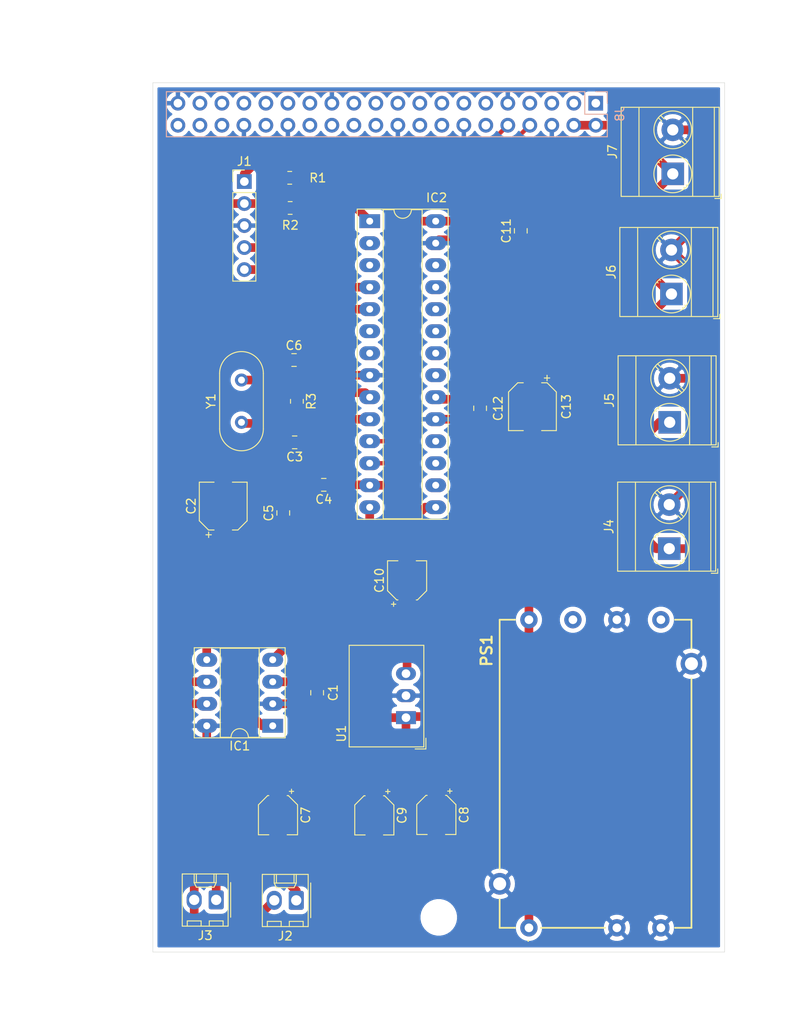
<source format=kicad_pcb>
(kicad_pcb (version 20171130) (host pcbnew "(5.1.10)-1")

  (general
    (thickness 1.6)
    (drawings 6)
    (tracks 223)
    (zones 0)
    (modules 30)
    (nets 61)
  )

  (page A4)
  (layers
    (0 F.Cu signal)
    (31 B.Cu signal)
    (32 B.Adhes user hide)
    (33 F.Adhes user hide)
    (34 B.Paste user hide)
    (35 F.Paste user hide)
    (36 B.SilkS user)
    (37 F.SilkS user)
    (38 B.Mask user hide)
    (39 F.Mask user hide)
    (40 Dwgs.User user hide)
    (41 Cmts.User user hide)
    (42 Eco1.User user hide)
    (43 Eco2.User user hide)
    (44 Edge.Cuts user)
    (45 Margin user hide)
    (46 B.CrtYd user hide)
    (47 F.CrtYd user hide)
    (48 B.Fab user hide)
    (49 F.Fab user hide)
  )

  (setup
    (last_trace_width 0.25)
    (user_trace_width 0.5)
    (user_trace_width 1)
    (trace_clearance 0.5)
    (zone_clearance 0.508)
    (zone_45_only no)
    (trace_min 0.2)
    (via_size 0.8)
    (via_drill 0.4)
    (via_min_size 0.4)
    (via_min_drill 0.3)
    (uvia_size 0.3)
    (uvia_drill 0.1)
    (uvias_allowed no)
    (uvia_min_size 0.2)
    (uvia_min_drill 0.1)
    (edge_width 0.05)
    (segment_width 0.2)
    (pcb_text_width 0.3)
    (pcb_text_size 1.5 1.5)
    (mod_edge_width 0.12)
    (mod_text_size 1 1)
    (mod_text_width 0.15)
    (pad_size 1.7 1.7)
    (pad_drill 1)
    (pad_to_mask_clearance 0)
    (aux_axis_origin 0 0)
    (visible_elements 7FFFFFFF)
    (pcbplotparams
      (layerselection 0x010fc_ffffffff)
      (usegerberextensions false)
      (usegerberattributes true)
      (usegerberadvancedattributes true)
      (creategerberjobfile true)
      (excludeedgelayer true)
      (linewidth 0.100000)
      (plotframeref false)
      (viasonmask false)
      (mode 1)
      (useauxorigin false)
      (hpglpennumber 1)
      (hpglpenspeed 20)
      (hpglpendiameter 15.000000)
      (psnegative false)
      (psa4output false)
      (plotreference true)
      (plotvalue true)
      (plotinvisibletext false)
      (padsonsilk false)
      (subtractmaskfromsilk false)
      (outputformat 1)
      (mirror false)
      (drillshape 0)
      (scaleselection 1)
      (outputdirectory "Gerber/"))
  )

  (net 0 "")
  (net 1 GND)
  (net 2 +5V)
  (net 3 +3V3)
  (net 4 "Net-(C3-Pad2)")
  (net 5 "Net-(C6-Pad1)")
  (net 6 +6V)
  (net 7 "Net-(C12-Pad1)")
  (net 8 /TXD)
  (net 9 "Net-(IC1-Pad6)")
  (net 10 "Net-(IC1-Pad7)")
  (net 11 /RXD)
  (net 12 /MCLR)
  (net 13 "Net-(IC2-Pad2)")
  (net 14 "Net-(IC2-Pad16)")
  (net 15 "Net-(IC2-Pad3)")
  (net 16 "Net-(IC2-Pad17)")
  (net 17 /PGD)
  (net 18 "Net-(IC2-Pad18)")
  (net 19 /PGC)
  (net 20 "Net-(IC2-Pad6)")
  (net 21 "Net-(IC2-Pad7)")
  (net 22 /Uart_TXD)
  (net 23 /Uart_RXD)
  (net 24 "Net-(IC2-Pad23)")
  (net 25 "Net-(IC2-Pad24)")
  (net 26 "Net-(IC2-Pad25)")
  (net 27 "Net-(IC2-Pad26)")
  (net 28 "Net-(J8-Pad1)")
  (net 29 "Net-(J8-Pad3)")
  (net 30 "Net-(J8-Pad5)")
  (net 31 "Net-(J8-Pad7)")
  (net 32 "Net-(J8-Pad11)")
  (net 33 "Net-(J8-Pad12)")
  (net 34 "Net-(J8-Pad13)")
  (net 35 "Net-(J8-Pad15)")
  (net 36 "Net-(J8-Pad16)")
  (net 37 "Net-(J8-Pad17)")
  (net 38 "Net-(J8-Pad18)")
  (net 39 "Net-(J8-Pad19)")
  (net 40 "Net-(J8-Pad21)")
  (net 41 "Net-(J8-Pad22)")
  (net 42 "Net-(J8-Pad23)")
  (net 43 "Net-(J8-Pad24)")
  (net 44 "Net-(J8-Pad26)")
  (net 45 "Net-(J8-Pad27)")
  (net 46 "Net-(J8-Pad28)")
  (net 47 "Net-(J8-Pad29)")
  (net 48 "Net-(J8-Pad31)")
  (net 49 "Net-(J8-Pad32)")
  (net 50 "Net-(J8-Pad33)")
  (net 51 "Net-(J8-Pad35)")
  (net 52 "Net-(J8-Pad36)")
  (net 53 "Net-(J8-Pad37)")
  (net 54 "Net-(J8-Pad38)")
  (net 55 "Net-(J8-Pad40)")
  (net 56 "Net-(J1-Pad1)")
  (net 57 "Net-(IC2-Pad21)")
  (net 58 "Net-(IC2-Pad22)")
  (net 59 "Net-(PS1-Pad4)")
  (net 60 "Net-(PS1-Pad6)")

  (net_class Default "This is the default net class."
    (clearance 0.5)
    (trace_width 0.25)
    (via_dia 0.8)
    (via_drill 0.4)
    (uvia_dia 0.3)
    (uvia_drill 0.1)
    (add_net +3V3)
    (add_net +5V)
    (add_net +6V)
    (add_net /MCLR)
    (add_net /PGC)
    (add_net /PGD)
    (add_net /RXD)
    (add_net /TXD)
    (add_net /Uart_RXD)
    (add_net /Uart_TXD)
    (add_net GND)
    (add_net "Net-(C12-Pad1)")
    (add_net "Net-(C3-Pad2)")
    (add_net "Net-(C6-Pad1)")
    (add_net "Net-(IC1-Pad6)")
    (add_net "Net-(IC1-Pad7)")
    (add_net "Net-(IC2-Pad16)")
    (add_net "Net-(IC2-Pad17)")
    (add_net "Net-(IC2-Pad18)")
    (add_net "Net-(IC2-Pad2)")
    (add_net "Net-(IC2-Pad21)")
    (add_net "Net-(IC2-Pad22)")
    (add_net "Net-(IC2-Pad23)")
    (add_net "Net-(IC2-Pad24)")
    (add_net "Net-(IC2-Pad25)")
    (add_net "Net-(IC2-Pad26)")
    (add_net "Net-(IC2-Pad3)")
    (add_net "Net-(IC2-Pad6)")
    (add_net "Net-(IC2-Pad7)")
    (add_net "Net-(J1-Pad1)")
    (add_net "Net-(J8-Pad1)")
    (add_net "Net-(J8-Pad11)")
    (add_net "Net-(J8-Pad12)")
    (add_net "Net-(J8-Pad13)")
    (add_net "Net-(J8-Pad15)")
    (add_net "Net-(J8-Pad16)")
    (add_net "Net-(J8-Pad17)")
    (add_net "Net-(J8-Pad18)")
    (add_net "Net-(J8-Pad19)")
    (add_net "Net-(J8-Pad21)")
    (add_net "Net-(J8-Pad22)")
    (add_net "Net-(J8-Pad23)")
    (add_net "Net-(J8-Pad24)")
    (add_net "Net-(J8-Pad26)")
    (add_net "Net-(J8-Pad27)")
    (add_net "Net-(J8-Pad28)")
    (add_net "Net-(J8-Pad29)")
    (add_net "Net-(J8-Pad3)")
    (add_net "Net-(J8-Pad31)")
    (add_net "Net-(J8-Pad32)")
    (add_net "Net-(J8-Pad33)")
    (add_net "Net-(J8-Pad35)")
    (add_net "Net-(J8-Pad36)")
    (add_net "Net-(J8-Pad37)")
    (add_net "Net-(J8-Pad38)")
    (add_net "Net-(J8-Pad40)")
    (add_net "Net-(J8-Pad5)")
    (add_net "Net-(J8-Pad7)")
    (add_net "Net-(PS1-Pad4)")
    (add_net "Net-(PS1-Pad6)")
  )

  (module MountingHole:MountingHole_3.2mm_M3 (layer F.Cu) (tedit 56D1B4CB) (tstamp 628BF780)
    (at 14.986 92.3925)
    (descr "Mounting Hole 3.2mm, no annular, M3")
    (tags "mounting hole 3.2mm no annular m3")
    (attr virtual)
    (fp_text reference REF** (at 0 -4.2) (layer F.SilkS) hide
      (effects (font (size 1 1) (thickness 0.15)))
    )
    (fp_text value MountingHole_3.2mm_M3 (at 0 4.2) (layer F.Fab)
      (effects (font (size 1 1) (thickness 0.15)))
    )
    (fp_text user %R (at 0.3 0) (layer F.Fab)
      (effects (font (size 1 1) (thickness 0.15)))
    )
    (fp_circle (center 0 0) (end 3.2 0) (layer Cmts.User) (width 0.15))
    (fp_circle (center 0 0) (end 3.45 0) (layer F.CrtYd) (width 0.05))
    (pad 1 np_thru_hole circle (at 0 0) (size 3.2 3.2) (drill 3.2) (layers *.Cu *.Mask))
  )

  (module Connector_PinHeader_2.54mm:PinHeader_1x05_P2.54mm_Vertical (layer F.Cu) (tedit 59FED5CC) (tstamp 62584E1E)
    (at -7.4676 7.4676)
    (descr "Through hole straight pin header, 1x05, 2.54mm pitch, single row")
    (tags "Through hole pin header THT 1x05 2.54mm single row")
    (path /6258B40E)
    (fp_text reference J1 (at 0 -2.33) (layer F.SilkS)
      (effects (font (size 1 1) (thickness 0.15)))
    )
    (fp_text value Conn_01x05 (at 0 12.49) (layer F.Fab)
      (effects (font (size 1 1) (thickness 0.15)))
    )
    (fp_line (start -0.635 -1.27) (end 1.27 -1.27) (layer F.Fab) (width 0.1))
    (fp_line (start 1.27 -1.27) (end 1.27 11.43) (layer F.Fab) (width 0.1))
    (fp_line (start 1.27 11.43) (end -1.27 11.43) (layer F.Fab) (width 0.1))
    (fp_line (start -1.27 11.43) (end -1.27 -0.635) (layer F.Fab) (width 0.1))
    (fp_line (start -1.27 -0.635) (end -0.635 -1.27) (layer F.Fab) (width 0.1))
    (fp_line (start -1.33 11.49) (end 1.33 11.49) (layer F.SilkS) (width 0.12))
    (fp_line (start -1.33 1.27) (end -1.33 11.49) (layer F.SilkS) (width 0.12))
    (fp_line (start 1.33 1.27) (end 1.33 11.49) (layer F.SilkS) (width 0.12))
    (fp_line (start -1.33 1.27) (end 1.33 1.27) (layer F.SilkS) (width 0.12))
    (fp_line (start -1.33 0) (end -1.33 -1.33) (layer F.SilkS) (width 0.12))
    (fp_line (start -1.33 -1.33) (end 0 -1.33) (layer F.SilkS) (width 0.12))
    (fp_line (start -1.8 -1.8) (end -1.8 11.95) (layer F.CrtYd) (width 0.05))
    (fp_line (start -1.8 11.95) (end 1.8 11.95) (layer F.CrtYd) (width 0.05))
    (fp_line (start 1.8 11.95) (end 1.8 -1.8) (layer F.CrtYd) (width 0.05))
    (fp_line (start 1.8 -1.8) (end -1.8 -1.8) (layer F.CrtYd) (width 0.05))
    (fp_text user %R (at 0 5.08 90) (layer F.Fab)
      (effects (font (size 1 1) (thickness 0.15)))
    )
    (pad 5 thru_hole oval (at 0 10.16) (size 1.7 1.7) (drill 1) (layers *.Cu *.Mask)
      (net 19 /PGC))
    (pad 4 thru_hole oval (at 0 7.62) (size 1.7 1.7) (drill 1) (layers *.Cu *.Mask)
      (net 17 /PGD))
    (pad 3 thru_hole oval (at 0 5.08) (size 1.7 1.7) (drill 1) (layers *.Cu *.Mask)
      (net 1 GND))
    (pad 2 thru_hole oval (at 0 2.54) (size 1.7 1.7) (drill 1) (layers *.Cu *.Mask)
      (net 3 +3V3))
    (pad 1 thru_hole rect (at 0 0) (size 1.7 1.7) (drill 1) (layers *.Cu *.Mask)
      (net 56 "Net-(J1-Pad1)"))
    (model ${KISYS3DMOD}/Connector_PinHeader_2.54mm.3dshapes/PinHeader_1x05_P2.54mm_Vertical.wrl
      (at (xyz 0 0 0))
      (scale (xyz 1 1 1))
      (rotate (xyz 0 0 0))
    )
  )

  (module SamacSys_Parts_shapes:CC100505SFE (layer F.Cu) (tedit 0) (tstamp 6261840E)
    (at 25.4 93.599 90)
    (descr CC10-0505SF-E)
    (tags "Power Supply")
    (path /6261D25C)
    (fp_text reference PS1 (at 32.004 -4.8895 90) (layer F.SilkS)
      (effects (font (size 1.27 1.27) (thickness 0.254)))
    )
    (fp_text value CC10-0505SF-E (at 17.504 7.695 90) (layer F.SilkS) hide
      (effects (font (size 1.27 1.27) (thickness 0.254)))
    )
    (fp_line (start 35.56 18.77) (end 35.56 16.876) (layer F.SilkS) (width 0.2))
    (fp_line (start 35.56 -3.38) (end 35.56 -1.6) (layer F.SilkS) (width 0.2))
    (fp_line (start 0 18.77) (end 0 16.876) (layer F.SilkS) (width 0.2))
    (fp_line (start 0 -3.38) (end 0 -1.6) (layer F.SilkS) (width 0.2))
    (fp_line (start 35.56 18.77) (end 32.187 18.77) (layer F.SilkS) (width 0.2))
    (fp_line (start 0 -3.38) (end 3.296 -3.38) (layer F.SilkS) (width 0.2))
    (fp_line (start -1.45 -0.081) (end -1.45 -0.081) (layer F.SilkS) (width 0.103))
    (fp_line (start -1.553 -0.081) (end -1.553 -0.081) (layer F.SilkS) (width 0.103))
    (fp_line (start 0 1.375) (end 0 8.797) (layer F.SilkS) (width 0.2))
    (fp_line (start 0 18.77) (end 28.778 18.77) (layer F.SilkS) (width 0.2))
    (fp_line (start 35.56 -3.38) (end 6.782 -3.38) (layer F.SilkS) (width 0.2))
    (fp_line (start -2.553 21.02) (end -2.553 -5.63) (layer F.CrtYd) (width 0.1))
    (fp_line (start 37.56 21.02) (end -2.553 21.02) (layer F.CrtYd) (width 0.1))
    (fp_line (start 37.56 -5.63) (end 37.56 21.02) (layer F.CrtYd) (width 0.1))
    (fp_line (start -2.553 -5.63) (end 37.56 -5.63) (layer F.CrtYd) (width 0.1))
    (fp_line (start 0 18.77) (end 0 -3.38) (layer F.Fab) (width 0.2))
    (fp_line (start 35.56 18.77) (end 0 18.77) (layer F.Fab) (width 0.2))
    (fp_line (start 35.56 -3.38) (end 35.56 18.77) (layer F.Fab) (width 0.2))
    (fp_line (start 0 -3.38) (end 35.56 -3.38) (layer F.Fab) (width 0.2))
    (fp_text user %R (at 17.504 7.695 90) (layer F.Fab)
      (effects (font (size 1.27 1.27) (thickness 0.254)))
    )
    (fp_arc (start -1.5015 -0.081) (end -1.553 -0.081) (angle -180) (layer F.SilkS) (width 0.103))
    (fp_arc (start -1.5015 -0.081) (end -1.45 -0.081) (angle -180) (layer F.SilkS) (width 0.103))
    (pad 1 thru_hole circle (at 0 0 90) (size 2 2) (drill 1) (layers *.Cu *.Mask)
      (net 6 +6V))
    (pad 2 thru_hole circle (at 0 10.16 90) (size 2 2) (drill 1) (layers *.Cu *.Mask)
      (net 1 GND))
    (pad 3 thru_hole circle (at 0 15.24 90) (size 2 2) (drill 1) (layers *.Cu *.Mask)
      (net 1 GND))
    (pad 4 thru_hole circle (at 35.56 15.24 90) (size 2 2) (drill 1) (layers *.Cu *.Mask)
      (net 59 "Net-(PS1-Pad4)"))
    (pad 5 thru_hole circle (at 35.56 10.16 90) (size 2 2) (drill 1) (layers *.Cu *.Mask)
      (net 1 GND))
    (pad 6 thru_hole circle (at 35.56 5.08 90) (size 2 2) (drill 1) (layers *.Cu *.Mask)
      (net 60 "Net-(PS1-Pad6)"))
    (pad 7 thru_hole circle (at 35.56 0 90) (size 2 2) (drill 1) (layers *.Cu *.Mask)
      (net 2 +5V))
    (pad 10 thru_hole circle (at 5.08 -3.38 90) (size 2.5 2.5) (drill 1.5) (layers *.Cu *.Mask)
      (net 1 GND))
    (pad 11 thru_hole circle (at 30.48 18.77 90) (size 2.5 2.5) (drill 1.5) (layers *.Cu *.Mask)
      (net 1 GND))
    (model C:\Users\tobia\OneDrive\Dokumente\FH\6\Embedded\SamacSys_Parts.3dshapes\CC10-0505SF-E.stp
      (offset (xyz 17.74999973342187 -7.689999941728119 0))
      (scale (xyz 1 1 1))
      (rotate (xyz -90 0 0))
    )
  )

  (module TerminalBlock_Phoenix:TerminalBlock_Phoenix_MKDS-3-2-5.08_1x02_P5.08mm_Horizontal (layer F.Cu) (tedit 5B294F11) (tstamp 62584F16)
    (at 42.0116 6.5786 90)
    (descr "Terminal Block Phoenix MKDS-3-2-5.08, 2 pins, pitch 5.08mm, size 10.2x11.2mm^2, drill diamater 1.3mm, pad diameter 2.6mm, see http://www.farnell.com/datasheets/2138224.pdf, script-generated using https://github.com/pointhi/kicad-footprint-generator/scripts/TerminalBlock_Phoenix")
    (tags "THT Terminal Block Phoenix MKDS-3-2-5.08 pitch 5.08mm size 10.2x11.2mm^2 drill 1.3mm pad 2.6mm")
    (path /625DFE91)
    (fp_text reference J7 (at 2.54 -6.96 90) (layer F.SilkS)
      (effects (font (size 1 1) (thickness 0.15)))
    )
    (fp_text value Conn_01x02 (at 2.54 6.36 90) (layer F.Fab)
      (effects (font (size 1 1) (thickness 0.15)))
    )
    (fp_circle (center 0 0) (end 2 0) (layer F.Fab) (width 0.1))
    (fp_circle (center 0 0) (end 2.18 0) (layer F.SilkS) (width 0.12))
    (fp_circle (center 5.08 0) (end 7.08 0) (layer F.Fab) (width 0.1))
    (fp_circle (center 5.08 0) (end 7.26 0) (layer F.SilkS) (width 0.12))
    (fp_line (start -2.54 -5.9) (end 7.62 -5.9) (layer F.Fab) (width 0.1))
    (fp_line (start 7.62 -5.9) (end 7.62 5.3) (layer F.Fab) (width 0.1))
    (fp_line (start 7.62 5.3) (end -2.04 5.3) (layer F.Fab) (width 0.1))
    (fp_line (start -2.04 5.3) (end -2.54 4.8) (layer F.Fab) (width 0.1))
    (fp_line (start -2.54 4.8) (end -2.54 -5.9) (layer F.Fab) (width 0.1))
    (fp_line (start -2.54 4.8) (end 7.62 4.8) (layer F.Fab) (width 0.1))
    (fp_line (start -2.6 4.8) (end 7.68 4.8) (layer F.SilkS) (width 0.12))
    (fp_line (start -2.54 2.3) (end 7.62 2.3) (layer F.Fab) (width 0.1))
    (fp_line (start -2.6 2.3) (end 7.68 2.3) (layer F.SilkS) (width 0.12))
    (fp_line (start -2.54 -3.9) (end 7.62 -3.9) (layer F.Fab) (width 0.1))
    (fp_line (start -2.6 -3.9) (end 7.68 -3.9) (layer F.SilkS) (width 0.12))
    (fp_line (start -2.6 -5.96) (end 7.68 -5.96) (layer F.SilkS) (width 0.12))
    (fp_line (start -2.6 5.36) (end 7.68 5.36) (layer F.SilkS) (width 0.12))
    (fp_line (start -2.6 -5.96) (end -2.6 5.36) (layer F.SilkS) (width 0.12))
    (fp_line (start 7.68 -5.96) (end 7.68 5.36) (layer F.SilkS) (width 0.12))
    (fp_line (start 1.517 -1.273) (end -1.273 1.517) (layer F.Fab) (width 0.1))
    (fp_line (start 1.273 -1.517) (end -1.517 1.273) (layer F.Fab) (width 0.1))
    (fp_line (start 1.654 -1.388) (end 1.547 -1.281) (layer F.SilkS) (width 0.12))
    (fp_line (start -1.282 1.547) (end -1.388 1.654) (layer F.SilkS) (width 0.12))
    (fp_line (start 1.388 -1.654) (end 1.281 -1.547) (layer F.SilkS) (width 0.12))
    (fp_line (start -1.548 1.281) (end -1.654 1.388) (layer F.SilkS) (width 0.12))
    (fp_line (start 6.597 -1.273) (end 3.808 1.517) (layer F.Fab) (width 0.1))
    (fp_line (start 6.353 -1.517) (end 3.564 1.273) (layer F.Fab) (width 0.1))
    (fp_line (start 6.734 -1.388) (end 6.339 -0.992) (layer F.SilkS) (width 0.12))
    (fp_line (start 4.073 1.274) (end 3.693 1.654) (layer F.SilkS) (width 0.12))
    (fp_line (start 6.468 -1.654) (end 6.088 -1.274) (layer F.SilkS) (width 0.12))
    (fp_line (start 3.822 0.992) (end 3.427 1.388) (layer F.SilkS) (width 0.12))
    (fp_line (start -2.84 4.86) (end -2.84 5.6) (layer F.SilkS) (width 0.12))
    (fp_line (start -2.84 5.6) (end -2.34 5.6) (layer F.SilkS) (width 0.12))
    (fp_line (start -3.04 -6.4) (end -3.04 5.8) (layer F.CrtYd) (width 0.05))
    (fp_line (start -3.04 5.8) (end 8.13 5.8) (layer F.CrtYd) (width 0.05))
    (fp_line (start 8.13 5.8) (end 8.13 -6.4) (layer F.CrtYd) (width 0.05))
    (fp_line (start 8.13 -6.4) (end -3.04 -6.4) (layer F.CrtYd) (width 0.05))
    (fp_text user %R (at 2.54 3.1 90) (layer F.Fab)
      (effects (font (size 1 1) (thickness 0.15)))
    )
    (pad 1 thru_hole rect (at 0 0 90) (size 2.6 2.6) (drill 1.3) (layers *.Cu *.Mask)
      (net 2 +5V))
    (pad 2 thru_hole circle (at 5.08 0 90) (size 2.6 2.6) (drill 1.3) (layers *.Cu *.Mask)
      (net 1 GND))
    (model ${KISYS3DMOD}/TerminalBlock_Phoenix.3dshapes/TerminalBlock_Phoenix_MKDS-3-2-5.08_1x02_P5.08mm_Horizontal.wrl
      (at (xyz 0 0 0))
      (scale (xyz 1 1 1))
      (rotate (xyz 0 0 0))
    )
  )

  (module TerminalBlock_Phoenix:TerminalBlock_Phoenix_MKDS-3-2-5.08_1x02_P5.08mm_Horizontal (layer F.Cu) (tedit 5B294F11) (tstamp 62584EBE)
    (at 41.656 35.2552 90)
    (descr "Terminal Block Phoenix MKDS-3-2-5.08, 2 pins, pitch 5.08mm, size 10.2x11.2mm^2, drill diamater 1.3mm, pad diameter 2.6mm, see http://www.farnell.com/datasheets/2138224.pdf, script-generated using https://github.com/pointhi/kicad-footprint-generator/scripts/TerminalBlock_Phoenix")
    (tags "THT Terminal Block Phoenix MKDS-3-2-5.08 pitch 5.08mm size 10.2x11.2mm^2 drill 1.3mm pad 2.6mm")
    (path /626A9FDC)
    (fp_text reference J5 (at 2.54 -6.96 90) (layer F.SilkS)
      (effects (font (size 1 1) (thickness 0.15)))
    )
    (fp_text value Conn_01x02 (at 2.54 6.36 90) (layer F.Fab)
      (effects (font (size 1 1) (thickness 0.15)))
    )
    (fp_circle (center 0 0) (end 2 0) (layer F.Fab) (width 0.1))
    (fp_circle (center 0 0) (end 2.18 0) (layer F.SilkS) (width 0.12))
    (fp_circle (center 5.08 0) (end 7.08 0) (layer F.Fab) (width 0.1))
    (fp_circle (center 5.08 0) (end 7.26 0) (layer F.SilkS) (width 0.12))
    (fp_line (start -2.54 -5.9) (end 7.62 -5.9) (layer F.Fab) (width 0.1))
    (fp_line (start 7.62 -5.9) (end 7.62 5.3) (layer F.Fab) (width 0.1))
    (fp_line (start 7.62 5.3) (end -2.04 5.3) (layer F.Fab) (width 0.1))
    (fp_line (start -2.04 5.3) (end -2.54 4.8) (layer F.Fab) (width 0.1))
    (fp_line (start -2.54 4.8) (end -2.54 -5.9) (layer F.Fab) (width 0.1))
    (fp_line (start -2.54 4.8) (end 7.62 4.8) (layer F.Fab) (width 0.1))
    (fp_line (start -2.6 4.8) (end 7.68 4.8) (layer F.SilkS) (width 0.12))
    (fp_line (start -2.54 2.3) (end 7.62 2.3) (layer F.Fab) (width 0.1))
    (fp_line (start -2.6 2.3) (end 7.68 2.3) (layer F.SilkS) (width 0.12))
    (fp_line (start -2.54 -3.9) (end 7.62 -3.9) (layer F.Fab) (width 0.1))
    (fp_line (start -2.6 -3.9) (end 7.68 -3.9) (layer F.SilkS) (width 0.12))
    (fp_line (start -2.6 -5.96) (end 7.68 -5.96) (layer F.SilkS) (width 0.12))
    (fp_line (start -2.6 5.36) (end 7.68 5.36) (layer F.SilkS) (width 0.12))
    (fp_line (start -2.6 -5.96) (end -2.6 5.36) (layer F.SilkS) (width 0.12))
    (fp_line (start 7.68 -5.96) (end 7.68 5.36) (layer F.SilkS) (width 0.12))
    (fp_line (start 1.517 -1.273) (end -1.273 1.517) (layer F.Fab) (width 0.1))
    (fp_line (start 1.273 -1.517) (end -1.517 1.273) (layer F.Fab) (width 0.1))
    (fp_line (start 1.654 -1.388) (end 1.547 -1.281) (layer F.SilkS) (width 0.12))
    (fp_line (start -1.282 1.547) (end -1.388 1.654) (layer F.SilkS) (width 0.12))
    (fp_line (start 1.388 -1.654) (end 1.281 -1.547) (layer F.SilkS) (width 0.12))
    (fp_line (start -1.548 1.281) (end -1.654 1.388) (layer F.SilkS) (width 0.12))
    (fp_line (start 6.597 -1.273) (end 3.808 1.517) (layer F.Fab) (width 0.1))
    (fp_line (start 6.353 -1.517) (end 3.564 1.273) (layer F.Fab) (width 0.1))
    (fp_line (start 6.734 -1.388) (end 6.339 -0.992) (layer F.SilkS) (width 0.12))
    (fp_line (start 4.073 1.274) (end 3.693 1.654) (layer F.SilkS) (width 0.12))
    (fp_line (start 6.468 -1.654) (end 6.088 -1.274) (layer F.SilkS) (width 0.12))
    (fp_line (start 3.822 0.992) (end 3.427 1.388) (layer F.SilkS) (width 0.12))
    (fp_line (start -2.84 4.86) (end -2.84 5.6) (layer F.SilkS) (width 0.12))
    (fp_line (start -2.84 5.6) (end -2.34 5.6) (layer F.SilkS) (width 0.12))
    (fp_line (start -3.04 -6.4) (end -3.04 5.8) (layer F.CrtYd) (width 0.05))
    (fp_line (start -3.04 5.8) (end 8.13 5.8) (layer F.CrtYd) (width 0.05))
    (fp_line (start 8.13 5.8) (end 8.13 -6.4) (layer F.CrtYd) (width 0.05))
    (fp_line (start 8.13 -6.4) (end -3.04 -6.4) (layer F.CrtYd) (width 0.05))
    (fp_text user %R (at 2.54 3.1 90) (layer F.Fab)
      (effects (font (size 1 1) (thickness 0.15)))
    )
    (pad 1 thru_hole rect (at 0 0 90) (size 2.6 2.6) (drill 1.3) (layers *.Cu *.Mask)
      (net 6 +6V))
    (pad 2 thru_hole circle (at 5.08 0 90) (size 2.6 2.6) (drill 1.3) (layers *.Cu *.Mask)
      (net 1 GND))
    (model ${KISYS3DMOD}/TerminalBlock_Phoenix.3dshapes/TerminalBlock_Phoenix_MKDS-3-2-5.08_1x02_P5.08mm_Horizontal.wrl
      (at (xyz 0 0 0))
      (scale (xyz 1 1 1))
      (rotate (xyz 0 0 0))
    )
  )

  (module Converter_DCDC:Converter_DCDC_RECOM_R-78E-0.5_THT (layer F.Cu) (tedit 5B741BB0) (tstamp 62584FC6)
    (at 11.2014 69.342 90)
    (descr "DCDC-Converter, RECOM, RECOM_R-78E-0.5, SIP-3, pitch 2.54mm, package size 11.6x8.5x10.4mm^3, https://www.recom-power.com/pdf/Innoline/R-78Exx-0.5.pdf")
    (tags "dc-dc recom buck sip-3 pitch 2.54mm")
    (path /624FB5C1)
    (fp_text reference U1 (at -1.8415 -7.4549 90) (layer F.SilkS)
      (effects (font (size 1 1) (thickness 0.15)))
    )
    (fp_text value "VX0 7803-500" (at 2.54 3 90) (layer F.Fab)
      (effects (font (size 1 1) (thickness 0.15)))
    )
    (fp_line (start -3.31 -6.5) (end 8.29 -6.5) (layer F.Fab) (width 0.1))
    (fp_line (start 8.29 -6.5) (end 8.29 2) (layer F.Fab) (width 0.1))
    (fp_line (start 8.29 2) (end -2.31 2) (layer F.Fab) (width 0.1))
    (fp_line (start -2.31 2) (end -3.31 1) (layer F.Fab) (width 0.1))
    (fp_line (start -3.31 1) (end -3.31 -6.5) (layer F.Fab) (width 0.1))
    (fp_line (start -3.371 -6.56) (end 8.35 -6.56) (layer F.SilkS) (width 0.12))
    (fp_line (start -3.371 2.06) (end 8.35 2.06) (layer F.SilkS) (width 0.12))
    (fp_line (start -3.371 -6.56) (end -3.371 2.06) (layer F.SilkS) (width 0.12))
    (fp_line (start 8.35 -6.56) (end 8.35 2.06) (layer F.SilkS) (width 0.12))
    (fp_line (start -3.611 1.06) (end -3.611 2.3) (layer F.SilkS) (width 0.12))
    (fp_line (start -3.611 2.3) (end -2.371 2.3) (layer F.SilkS) (width 0.12))
    (fp_line (start -3.57 -6.75) (end -3.57 2.25) (layer F.CrtYd) (width 0.05))
    (fp_line (start -3.57 2.25) (end 8.54 2.25) (layer F.CrtYd) (width 0.05))
    (fp_line (start 8.54 2.25) (end 8.54 -6.75) (layer F.CrtYd) (width 0.05))
    (fp_line (start 8.54 -6.75) (end -3.57 -6.75) (layer F.CrtYd) (width 0.05))
    (fp_text user %R (at 2.54 -2.25 90) (layer F.Fab)
      (effects (font (size 1 1) (thickness 0.15)))
    )
    (pad 1 thru_hole rect (at 0 0 90) (size 1.5 2.3) (drill 1) (layers *.Cu *.Mask)
      (net 2 +5V))
    (pad 2 thru_hole oval (at 2.54 0 90) (size 1.5 2.3) (drill 1) (layers *.Cu *.Mask)
      (net 1 GND))
    (pad 3 thru_hole oval (at 5.08 0 90) (size 1.5 2.3) (drill 1) (layers *.Cu *.Mask)
      (net 3 +3V3))
    (model ${KISYS3DMOD}/Converter_DCDC.3dshapes/Converter_DCDC_RECOM_R-78E-0.5_THT.wrl
      (at (xyz 0 0 0))
      (scale (xyz 1 1 1))
      (rotate (xyz 0 0 0))
    )
  )

  (module Package_DIP:DIP-8_W7.62mm_Socket_LongPads (layer F.Cu) (tedit 5A02E8C5) (tstamp 625870B0)
    (at -4.191 70.2818 180)
    (descr "8-lead though-hole mounted DIP package, row spacing 7.62 mm (300 mils), Socket, LongPads")
    (tags "THT DIP DIL PDIP 2.54mm 7.62mm 300mil Socket LongPads")
    (path /624F0F4A)
    (fp_text reference IC1 (at 3.81 -2.33) (layer F.SilkS)
      (effects (font (size 1 1) (thickness 0.15)))
    )
    (fp_text value MCP2562FDT-H_SN-MCP2562FDT-H_SN (at 3.81 9.95) (layer F.Fab)
      (effects (font (size 1 1) (thickness 0.15)))
    )
    (fp_line (start 1.635 -1.27) (end 6.985 -1.27) (layer F.Fab) (width 0.1))
    (fp_line (start 6.985 -1.27) (end 6.985 8.89) (layer F.Fab) (width 0.1))
    (fp_line (start 6.985 8.89) (end 0.635 8.89) (layer F.Fab) (width 0.1))
    (fp_line (start 0.635 8.89) (end 0.635 -0.27) (layer F.Fab) (width 0.1))
    (fp_line (start 0.635 -0.27) (end 1.635 -1.27) (layer F.Fab) (width 0.1))
    (fp_line (start -1.27 -1.33) (end -1.27 8.95) (layer F.Fab) (width 0.1))
    (fp_line (start -1.27 8.95) (end 8.89 8.95) (layer F.Fab) (width 0.1))
    (fp_line (start 8.89 8.95) (end 8.89 -1.33) (layer F.Fab) (width 0.1))
    (fp_line (start 8.89 -1.33) (end -1.27 -1.33) (layer F.Fab) (width 0.1))
    (fp_line (start 2.81 -1.33) (end 1.56 -1.33) (layer F.SilkS) (width 0.12))
    (fp_line (start 1.56 -1.33) (end 1.56 8.95) (layer F.SilkS) (width 0.12))
    (fp_line (start 1.56 8.95) (end 6.06 8.95) (layer F.SilkS) (width 0.12))
    (fp_line (start 6.06 8.95) (end 6.06 -1.33) (layer F.SilkS) (width 0.12))
    (fp_line (start 6.06 -1.33) (end 4.81 -1.33) (layer F.SilkS) (width 0.12))
    (fp_line (start -1.44 -1.39) (end -1.44 9.01) (layer F.SilkS) (width 0.12))
    (fp_line (start -1.44 9.01) (end 9.06 9.01) (layer F.SilkS) (width 0.12))
    (fp_line (start 9.06 9.01) (end 9.06 -1.39) (layer F.SilkS) (width 0.12))
    (fp_line (start 9.06 -1.39) (end -1.44 -1.39) (layer F.SilkS) (width 0.12))
    (fp_line (start -1.55 -1.6) (end -1.55 9.2) (layer F.CrtYd) (width 0.05))
    (fp_line (start -1.55 9.2) (end 9.15 9.2) (layer F.CrtYd) (width 0.05))
    (fp_line (start 9.15 9.2) (end 9.15 -1.6) (layer F.CrtYd) (width 0.05))
    (fp_line (start 9.15 -1.6) (end -1.55 -1.6) (layer F.CrtYd) (width 0.05))
    (fp_arc (start 3.81 -1.33) (end 2.81 -1.33) (angle -180) (layer F.SilkS) (width 0.12))
    (fp_text user %R (at 3.81 3.81) (layer F.Fab)
      (effects (font (size 1 1) (thickness 0.15)))
    )
    (pad 1 thru_hole rect (at 0 0 180) (size 2.4 1.6) (drill 0.8) (layers *.Cu *.Mask)
      (net 8 /TXD))
    (pad 5 thru_hole oval (at 7.62 7.62 180) (size 2.4 1.6) (drill 0.8) (layers *.Cu *.Mask)
      (net 3 +3V3))
    (pad 2 thru_hole oval (at 0 2.54 180) (size 2.4 1.6) (drill 0.8) (layers *.Cu *.Mask)
      (net 1 GND))
    (pad 6 thru_hole oval (at 7.62 5.08 180) (size 2.4 1.6) (drill 0.8) (layers *.Cu *.Mask)
      (net 9 "Net-(IC1-Pad6)"))
    (pad 3 thru_hole oval (at 0 5.08 180) (size 2.4 1.6) (drill 0.8) (layers *.Cu *.Mask)
      (net 2 +5V))
    (pad 7 thru_hole oval (at 7.62 2.54 180) (size 2.4 1.6) (drill 0.8) (layers *.Cu *.Mask)
      (net 10 "Net-(IC1-Pad7)"))
    (pad 4 thru_hole oval (at 0 7.62 180) (size 2.4 1.6) (drill 0.8) (layers *.Cu *.Mask)
      (net 11 /RXD))
    (pad 8 thru_hole oval (at 7.62 0 180) (size 2.4 1.6) (drill 0.8) (layers *.Cu *.Mask)
      (net 1 GND))
    (model ${KISYS3DMOD}/Package_DIP.3dshapes/DIP-8_W7.62mm_Socket.wrl
      (at (xyz 0 0 0))
      (scale (xyz 1 1 1))
      (rotate (xyz 0 0 0))
    )
  )

  (module Capacitor_SMD:C_0805_2012Metric_Pad1.18x1.45mm_HandSolder (layer F.Cu) (tedit 5F68FEEF) (tstamp 62584C53)
    (at 0.9398 66.4679 270)
    (descr "Capacitor SMD 0805 (2012 Metric), square (rectangular) end terminal, IPC_7351 nominal with elongated pad for handsoldering. (Body size source: IPC-SM-782 page 76, https://www.pcb-3d.com/wordpress/wp-content/uploads/ipc-sm-782a_amendment_1_and_2.pdf, https://docs.google.com/spreadsheets/d/1BsfQQcO9C6DZCsRaXUlFlo91Tg2WpOkGARC1WS5S8t0/edit?usp=sharing), generated with kicad-footprint-generator")
    (tags "capacitor handsolder")
    (path /624F7FE2)
    (attr smd)
    (fp_text reference C1 (at 0 -1.8542 90) (layer F.SilkS)
      (effects (font (size 1 1) (thickness 0.15)))
    )
    (fp_text value 100n (at 0 1.68 90) (layer F.Fab)
      (effects (font (size 1 1) (thickness 0.15)))
    )
    (fp_line (start 1.88 0.98) (end -1.88 0.98) (layer F.CrtYd) (width 0.05))
    (fp_line (start 1.88 -0.98) (end 1.88 0.98) (layer F.CrtYd) (width 0.05))
    (fp_line (start -1.88 -0.98) (end 1.88 -0.98) (layer F.CrtYd) (width 0.05))
    (fp_line (start -1.88 0.98) (end -1.88 -0.98) (layer F.CrtYd) (width 0.05))
    (fp_line (start -0.261252 0.735) (end 0.261252 0.735) (layer F.SilkS) (width 0.12))
    (fp_line (start -0.261252 -0.735) (end 0.261252 -0.735) (layer F.SilkS) (width 0.12))
    (fp_line (start 1 0.625) (end -1 0.625) (layer F.Fab) (width 0.1))
    (fp_line (start 1 -0.625) (end 1 0.625) (layer F.Fab) (width 0.1))
    (fp_line (start -1 -0.625) (end 1 -0.625) (layer F.Fab) (width 0.1))
    (fp_line (start -1 0.625) (end -1 -0.625) (layer F.Fab) (width 0.1))
    (fp_text user %R (at 0 0 90) (layer F.Fab)
      (effects (font (size 0.5 0.5) (thickness 0.08)))
    )
    (pad 2 smd roundrect (at 1.0375 0 270) (size 1.175 1.45) (layers F.Cu F.Paste F.Mask) (roundrect_rratio 0.2127659574468085)
      (net 1 GND))
    (pad 1 smd roundrect (at -1.0375 0 270) (size 1.175 1.45) (layers F.Cu F.Paste F.Mask) (roundrect_rratio 0.2127659574468085)
      (net 2 +5V))
    (model ${KISYS3DMOD}/Capacitor_SMD.3dshapes/C_0805_2012Metric.wrl
      (at (xyz 0 0 0))
      (scale (xyz 1 1 1))
      (rotate (xyz 0 0 0))
    )
  )

  (module Capacitor_SMD:CP_Elec_5x5.4 (layer F.Cu) (tedit 5BCA39CF) (tstamp 62584C7B)
    (at -9.906 44.9228 90)
    (descr "SMD capacitor, aluminum electrolytic, Nichicon, 5.0x5.4mm")
    (tags "capacitor electrolytic")
    (path /624F99B0)
    (attr smd)
    (fp_text reference C2 (at 0 -3.7 90) (layer F.SilkS)
      (effects (font (size 1 1) (thickness 0.15)))
    )
    (fp_text value "47µ Elec" (at 0 3.7 90) (layer F.Fab)
      (effects (font (size 1 1) (thickness 0.15)))
    )
    (fp_circle (center 0 0) (end 2.5 0) (layer F.Fab) (width 0.1))
    (fp_line (start 2.65 -2.65) (end 2.65 2.65) (layer F.Fab) (width 0.1))
    (fp_line (start -1.65 -2.65) (end 2.65 -2.65) (layer F.Fab) (width 0.1))
    (fp_line (start -1.65 2.65) (end 2.65 2.65) (layer F.Fab) (width 0.1))
    (fp_line (start -2.65 -1.65) (end -2.65 1.65) (layer F.Fab) (width 0.1))
    (fp_line (start -2.65 -1.65) (end -1.65 -2.65) (layer F.Fab) (width 0.1))
    (fp_line (start -2.65 1.65) (end -1.65 2.65) (layer F.Fab) (width 0.1))
    (fp_line (start -2.033956 -1.2) (end -1.533956 -1.2) (layer F.Fab) (width 0.1))
    (fp_line (start -1.783956 -1.45) (end -1.783956 -0.95) (layer F.Fab) (width 0.1))
    (fp_line (start 2.76 2.76) (end 2.76 1.06) (layer F.SilkS) (width 0.12))
    (fp_line (start 2.76 -2.76) (end 2.76 -1.06) (layer F.SilkS) (width 0.12))
    (fp_line (start -1.695563 -2.76) (end 2.76 -2.76) (layer F.SilkS) (width 0.12))
    (fp_line (start -1.695563 2.76) (end 2.76 2.76) (layer F.SilkS) (width 0.12))
    (fp_line (start -2.76 1.695563) (end -2.76 1.06) (layer F.SilkS) (width 0.12))
    (fp_line (start -2.76 -1.695563) (end -2.76 -1.06) (layer F.SilkS) (width 0.12))
    (fp_line (start -2.76 -1.695563) (end -1.695563 -2.76) (layer F.SilkS) (width 0.12))
    (fp_line (start -2.76 1.695563) (end -1.695563 2.76) (layer F.SilkS) (width 0.12))
    (fp_line (start -3.625 -1.685) (end -3 -1.685) (layer F.SilkS) (width 0.12))
    (fp_line (start -3.3125 -1.9975) (end -3.3125 -1.3725) (layer F.SilkS) (width 0.12))
    (fp_line (start 2.9 -2.9) (end 2.9 -1.05) (layer F.CrtYd) (width 0.05))
    (fp_line (start 2.9 -1.05) (end 3.95 -1.05) (layer F.CrtYd) (width 0.05))
    (fp_line (start 3.95 -1.05) (end 3.95 1.05) (layer F.CrtYd) (width 0.05))
    (fp_line (start 3.95 1.05) (end 2.9 1.05) (layer F.CrtYd) (width 0.05))
    (fp_line (start 2.9 1.05) (end 2.9 2.9) (layer F.CrtYd) (width 0.05))
    (fp_line (start -1.75 2.9) (end 2.9 2.9) (layer F.CrtYd) (width 0.05))
    (fp_line (start -1.75 -2.9) (end 2.9 -2.9) (layer F.CrtYd) (width 0.05))
    (fp_line (start -2.9 1.75) (end -1.75 2.9) (layer F.CrtYd) (width 0.05))
    (fp_line (start -2.9 -1.75) (end -1.75 -2.9) (layer F.CrtYd) (width 0.05))
    (fp_line (start -2.9 -1.75) (end -2.9 -1.05) (layer F.CrtYd) (width 0.05))
    (fp_line (start -2.9 1.05) (end -2.9 1.75) (layer F.CrtYd) (width 0.05))
    (fp_line (start -2.9 -1.05) (end -3.95 -1.05) (layer F.CrtYd) (width 0.05))
    (fp_line (start -3.95 -1.05) (end -3.95 1.05) (layer F.CrtYd) (width 0.05))
    (fp_line (start -3.95 1.05) (end -2.9 1.05) (layer F.CrtYd) (width 0.05))
    (fp_text user %R (at 0 0 90) (layer F.Fab)
      (effects (font (size 1 1) (thickness 0.15)))
    )
    (pad 1 smd roundrect (at -2.2 0 90) (size 3 1.6) (layers F.Cu F.Paste F.Mask) (roundrect_rratio 0.15625)
      (net 3 +3V3))
    (pad 2 smd roundrect (at 2.2 0 90) (size 3 1.6) (layers F.Cu F.Paste F.Mask) (roundrect_rratio 0.15625)
      (net 1 GND))
    (model ${KISYS3DMOD}/Capacitor_SMD.3dshapes/CP_Elec_5x5.4.wrl
      (at (xyz 0 0 0))
      (scale (xyz 1 1 1))
      (rotate (xyz 0 0 0))
    )
  )

  (module Capacitor_SMD:C_0805_2012Metric_Pad1.18x1.45mm_HandSolder (layer F.Cu) (tedit 5F68FEEF) (tstamp 62584C8C)
    (at -1.6549 37.5666 180)
    (descr "Capacitor SMD 0805 (2012 Metric), square (rectangular) end terminal, IPC_7351 nominal with elongated pad for handsoldering. (Body size source: IPC-SM-782 page 76, https://www.pcb-3d.com/wordpress/wp-content/uploads/ipc-sm-782a_amendment_1_and_2.pdf, https://docs.google.com/spreadsheets/d/1BsfQQcO9C6DZCsRaXUlFlo91Tg2WpOkGARC1WS5S8t0/edit?usp=sharing), generated with kicad-footprint-generator")
    (tags "capacitor handsolder")
    (path /6252D7B3)
    (attr smd)
    (fp_text reference C3 (at 0 -1.68) (layer F.SilkS)
      (effects (font (size 1 1) (thickness 0.15)))
    )
    (fp_text value 22p (at 0 1.68) (layer F.Fab)
      (effects (font (size 1 1) (thickness 0.15)))
    )
    (fp_line (start 1.88 0.98) (end -1.88 0.98) (layer F.CrtYd) (width 0.05))
    (fp_line (start 1.88 -0.98) (end 1.88 0.98) (layer F.CrtYd) (width 0.05))
    (fp_line (start -1.88 -0.98) (end 1.88 -0.98) (layer F.CrtYd) (width 0.05))
    (fp_line (start -1.88 0.98) (end -1.88 -0.98) (layer F.CrtYd) (width 0.05))
    (fp_line (start -0.261252 0.735) (end 0.261252 0.735) (layer F.SilkS) (width 0.12))
    (fp_line (start -0.261252 -0.735) (end 0.261252 -0.735) (layer F.SilkS) (width 0.12))
    (fp_line (start 1 0.625) (end -1 0.625) (layer F.Fab) (width 0.1))
    (fp_line (start 1 -0.625) (end 1 0.625) (layer F.Fab) (width 0.1))
    (fp_line (start -1 -0.625) (end 1 -0.625) (layer F.Fab) (width 0.1))
    (fp_line (start -1 0.625) (end -1 -0.625) (layer F.Fab) (width 0.1))
    (fp_text user %R (at 0 0) (layer F.Fab)
      (effects (font (size 0.5 0.5) (thickness 0.08)))
    )
    (pad 2 smd roundrect (at 1.0375 0 180) (size 1.175 1.45) (layers F.Cu F.Paste F.Mask) (roundrect_rratio 0.2127659574468085)
      (net 4 "Net-(C3-Pad2)"))
    (pad 1 smd roundrect (at -1.0375 0 180) (size 1.175 1.45) (layers F.Cu F.Paste F.Mask) (roundrect_rratio 0.2127659574468085)
      (net 1 GND))
    (model ${KISYS3DMOD}/Capacitor_SMD.3dshapes/C_0805_2012Metric.wrl
      (at (xyz 0 0 0))
      (scale (xyz 1 1 1))
      (rotate (xyz 0 0 0))
    )
  )

  (module Capacitor_SMD:C_0805_2012Metric_Pad1.18x1.45mm_HandSolder (layer F.Cu) (tedit 5F68FEEF) (tstamp 62584C9D)
    (at 1.7057 42.4688 180)
    (descr "Capacitor SMD 0805 (2012 Metric), square (rectangular) end terminal, IPC_7351 nominal with elongated pad for handsoldering. (Body size source: IPC-SM-782 page 76, https://www.pcb-3d.com/wordpress/wp-content/uploads/ipc-sm-782a_amendment_1_and_2.pdf, https://docs.google.com/spreadsheets/d/1BsfQQcO9C6DZCsRaXUlFlo91Tg2WpOkGARC1WS5S8t0/edit?usp=sharing), generated with kicad-footprint-generator")
    (tags "capacitor handsolder")
    (path /624F7C14)
    (attr smd)
    (fp_text reference C4 (at 0 -1.68) (layer F.SilkS)
      (effects (font (size 1 1) (thickness 0.15)))
    )
    (fp_text value 100n (at 0 1.68) (layer F.Fab)
      (effects (font (size 1 1) (thickness 0.15)))
    )
    (fp_line (start -1 0.625) (end -1 -0.625) (layer F.Fab) (width 0.1))
    (fp_line (start -1 -0.625) (end 1 -0.625) (layer F.Fab) (width 0.1))
    (fp_line (start 1 -0.625) (end 1 0.625) (layer F.Fab) (width 0.1))
    (fp_line (start 1 0.625) (end -1 0.625) (layer F.Fab) (width 0.1))
    (fp_line (start -0.261252 -0.735) (end 0.261252 -0.735) (layer F.SilkS) (width 0.12))
    (fp_line (start -0.261252 0.735) (end 0.261252 0.735) (layer F.SilkS) (width 0.12))
    (fp_line (start -1.88 0.98) (end -1.88 -0.98) (layer F.CrtYd) (width 0.05))
    (fp_line (start -1.88 -0.98) (end 1.88 -0.98) (layer F.CrtYd) (width 0.05))
    (fp_line (start 1.88 -0.98) (end 1.88 0.98) (layer F.CrtYd) (width 0.05))
    (fp_line (start 1.88 0.98) (end -1.88 0.98) (layer F.CrtYd) (width 0.05))
    (fp_text user %R (at 0 0) (layer F.Fab)
      (effects (font (size 0.5 0.5) (thickness 0.08)))
    )
    (pad 1 smd roundrect (at -1.0375 0 180) (size 1.175 1.45) (layers F.Cu F.Paste F.Mask) (roundrect_rratio 0.2127659574468085)
      (net 3 +3V3))
    (pad 2 smd roundrect (at 1.0375 0 180) (size 1.175 1.45) (layers F.Cu F.Paste F.Mask) (roundrect_rratio 0.2127659574468085)
      (net 1 GND))
    (model ${KISYS3DMOD}/Capacitor_SMD.3dshapes/C_0805_2012Metric.wrl
      (at (xyz 0 0 0))
      (scale (xyz 1 1 1))
      (rotate (xyz 0 0 0))
    )
  )

  (module Capacitor_SMD:C_0805_2012Metric_Pad1.18x1.45mm_HandSolder (layer F.Cu) (tedit 5F68FEEF) (tstamp 62584CAE)
    (at -2.9718 45.7161 90)
    (descr "Capacitor SMD 0805 (2012 Metric), square (rectangular) end terminal, IPC_7351 nominal with elongated pad for handsoldering. (Body size source: IPC-SM-782 page 76, https://www.pcb-3d.com/wordpress/wp-content/uploads/ipc-sm-782a_amendment_1_and_2.pdf, https://docs.google.com/spreadsheets/d/1BsfQQcO9C6DZCsRaXUlFlo91Tg2WpOkGARC1WS5S8t0/edit?usp=sharing), generated with kicad-footprint-generator")
    (tags "capacitor handsolder")
    (path /6252F416)
    (attr smd)
    (fp_text reference C5 (at 0 -1.68 90) (layer F.SilkS)
      (effects (font (size 1 1) (thickness 0.15)))
    )
    (fp_text value "100nF Ceramic" (at 0 1.68 90) (layer F.Fab)
      (effects (font (size 1 1) (thickness 0.15)))
    )
    (fp_line (start -1 0.625) (end -1 -0.625) (layer F.Fab) (width 0.1))
    (fp_line (start -1 -0.625) (end 1 -0.625) (layer F.Fab) (width 0.1))
    (fp_line (start 1 -0.625) (end 1 0.625) (layer F.Fab) (width 0.1))
    (fp_line (start 1 0.625) (end -1 0.625) (layer F.Fab) (width 0.1))
    (fp_line (start -0.261252 -0.735) (end 0.261252 -0.735) (layer F.SilkS) (width 0.12))
    (fp_line (start -0.261252 0.735) (end 0.261252 0.735) (layer F.SilkS) (width 0.12))
    (fp_line (start -1.88 0.98) (end -1.88 -0.98) (layer F.CrtYd) (width 0.05))
    (fp_line (start -1.88 -0.98) (end 1.88 -0.98) (layer F.CrtYd) (width 0.05))
    (fp_line (start 1.88 -0.98) (end 1.88 0.98) (layer F.CrtYd) (width 0.05))
    (fp_line (start 1.88 0.98) (end -1.88 0.98) (layer F.CrtYd) (width 0.05))
    (fp_text user %R (at 0 0 90) (layer F.Fab)
      (effects (font (size 0.5 0.5) (thickness 0.08)))
    )
    (pad 1 smd roundrect (at -1.0375 0 90) (size 1.175 1.45) (layers F.Cu F.Paste F.Mask) (roundrect_rratio 0.2127659574468085)
      (net 3 +3V3))
    (pad 2 smd roundrect (at 1.0375 0 90) (size 1.175 1.45) (layers F.Cu F.Paste F.Mask) (roundrect_rratio 0.2127659574468085)
      (net 1 GND))
    (model ${KISYS3DMOD}/Capacitor_SMD.3dshapes/C_0805_2012Metric.wrl
      (at (xyz 0 0 0))
      (scale (xyz 1 1 1))
      (rotate (xyz 0 0 0))
    )
  )

  (module Capacitor_SMD:C_0805_2012Metric_Pad1.18x1.45mm_HandSolder (layer F.Cu) (tedit 5F68FEEF) (tstamp 62584CBF)
    (at -1.7272 28.067)
    (descr "Capacitor SMD 0805 (2012 Metric), square (rectangular) end terminal, IPC_7351 nominal with elongated pad for handsoldering. (Body size source: IPC-SM-782 page 76, https://www.pcb-3d.com/wordpress/wp-content/uploads/ipc-sm-782a_amendment_1_and_2.pdf, https://docs.google.com/spreadsheets/d/1BsfQQcO9C6DZCsRaXUlFlo91Tg2WpOkGARC1WS5S8t0/edit?usp=sharing), generated with kicad-footprint-generator")
    (tags "capacitor handsolder")
    (path /624F5E8A)
    (attr smd)
    (fp_text reference C6 (at 0 -1.68) (layer F.SilkS)
      (effects (font (size 1 1) (thickness 0.15)))
    )
    (fp_text value 22p (at 0 1.68) (layer F.Fab)
      (effects (font (size 1 1) (thickness 0.15)))
    )
    (fp_line (start -1 0.625) (end -1 -0.625) (layer F.Fab) (width 0.1))
    (fp_line (start -1 -0.625) (end 1 -0.625) (layer F.Fab) (width 0.1))
    (fp_line (start 1 -0.625) (end 1 0.625) (layer F.Fab) (width 0.1))
    (fp_line (start 1 0.625) (end -1 0.625) (layer F.Fab) (width 0.1))
    (fp_line (start -0.261252 -0.735) (end 0.261252 -0.735) (layer F.SilkS) (width 0.12))
    (fp_line (start -0.261252 0.735) (end 0.261252 0.735) (layer F.SilkS) (width 0.12))
    (fp_line (start -1.88 0.98) (end -1.88 -0.98) (layer F.CrtYd) (width 0.05))
    (fp_line (start -1.88 -0.98) (end 1.88 -0.98) (layer F.CrtYd) (width 0.05))
    (fp_line (start 1.88 -0.98) (end 1.88 0.98) (layer F.CrtYd) (width 0.05))
    (fp_line (start 1.88 0.98) (end -1.88 0.98) (layer F.CrtYd) (width 0.05))
    (fp_text user %R (at 0 0) (layer F.Fab)
      (effects (font (size 0.5 0.5) (thickness 0.08)))
    )
    (pad 1 smd roundrect (at -1.0375 0) (size 1.175 1.45) (layers F.Cu F.Paste F.Mask) (roundrect_rratio 0.2127659574468085)
      (net 5 "Net-(C6-Pad1)"))
    (pad 2 smd roundrect (at 1.0375 0) (size 1.175 1.45) (layers F.Cu F.Paste F.Mask) (roundrect_rratio 0.2127659574468085)
      (net 1 GND))
    (model ${KISYS3DMOD}/Capacitor_SMD.3dshapes/C_0805_2012Metric.wrl
      (at (xyz 0 0 0))
      (scale (xyz 1 1 1))
      (rotate (xyz 0 0 0))
    )
  )

  (module Capacitor_SMD:CP_Elec_4x4.5 (layer F.Cu) (tedit 5BCA39CF) (tstamp 62584CE7)
    (at -3.5814 80.5976 270)
    (descr "SMD capacitor, aluminum electrolytic, Nichicon, 4.0x4.5mm")
    (tags "capacitor electrolytic")
    (path /624F9C57)
    (attr smd)
    (fp_text reference C7 (at 0 -3.2 90) (layer F.SilkS)
      (effects (font (size 1 1) (thickness 0.15)))
    )
    (fp_text value "10µ Elko" (at 0 3.2 90) (layer F.Fab)
      (effects (font (size 1 1) (thickness 0.15)))
    )
    (fp_circle (center 0 0) (end 2 0) (layer F.Fab) (width 0.1))
    (fp_line (start 2.15 -2.15) (end 2.15 2.15) (layer F.Fab) (width 0.1))
    (fp_line (start -1.15 -2.15) (end 2.15 -2.15) (layer F.Fab) (width 0.1))
    (fp_line (start -1.15 2.15) (end 2.15 2.15) (layer F.Fab) (width 0.1))
    (fp_line (start -2.15 -1.15) (end -2.15 1.15) (layer F.Fab) (width 0.1))
    (fp_line (start -2.15 -1.15) (end -1.15 -2.15) (layer F.Fab) (width 0.1))
    (fp_line (start -2.15 1.15) (end -1.15 2.15) (layer F.Fab) (width 0.1))
    (fp_line (start -1.574773 -1) (end -1.174773 -1) (layer F.Fab) (width 0.1))
    (fp_line (start -1.374773 -1.2) (end -1.374773 -0.8) (layer F.Fab) (width 0.1))
    (fp_line (start 2.26 2.26) (end 2.26 1.06) (layer F.SilkS) (width 0.12))
    (fp_line (start 2.26 -2.26) (end 2.26 -1.06) (layer F.SilkS) (width 0.12))
    (fp_line (start -1.195563 -2.26) (end 2.26 -2.26) (layer F.SilkS) (width 0.12))
    (fp_line (start -1.195563 2.26) (end 2.26 2.26) (layer F.SilkS) (width 0.12))
    (fp_line (start -2.26 1.195563) (end -2.26 1.06) (layer F.SilkS) (width 0.12))
    (fp_line (start -2.26 -1.195563) (end -2.26 -1.06) (layer F.SilkS) (width 0.12))
    (fp_line (start -2.26 -1.195563) (end -1.195563 -2.26) (layer F.SilkS) (width 0.12))
    (fp_line (start -2.26 1.195563) (end -1.195563 2.26) (layer F.SilkS) (width 0.12))
    (fp_line (start -3 -1.56) (end -2.5 -1.56) (layer F.SilkS) (width 0.12))
    (fp_line (start -2.75 -1.81) (end -2.75 -1.31) (layer F.SilkS) (width 0.12))
    (fp_line (start 2.4 -2.4) (end 2.4 -1.05) (layer F.CrtYd) (width 0.05))
    (fp_line (start 2.4 -1.05) (end 3.35 -1.05) (layer F.CrtYd) (width 0.05))
    (fp_line (start 3.35 -1.05) (end 3.35 1.05) (layer F.CrtYd) (width 0.05))
    (fp_line (start 3.35 1.05) (end 2.4 1.05) (layer F.CrtYd) (width 0.05))
    (fp_line (start 2.4 1.05) (end 2.4 2.4) (layer F.CrtYd) (width 0.05))
    (fp_line (start -1.25 2.4) (end 2.4 2.4) (layer F.CrtYd) (width 0.05))
    (fp_line (start -1.25 -2.4) (end 2.4 -2.4) (layer F.CrtYd) (width 0.05))
    (fp_line (start -2.4 1.25) (end -1.25 2.4) (layer F.CrtYd) (width 0.05))
    (fp_line (start -2.4 -1.25) (end -1.25 -2.4) (layer F.CrtYd) (width 0.05))
    (fp_line (start -2.4 -1.25) (end -2.4 -1.05) (layer F.CrtYd) (width 0.05))
    (fp_line (start -2.4 1.05) (end -2.4 1.25) (layer F.CrtYd) (width 0.05))
    (fp_line (start -2.4 -1.05) (end -3.35 -1.05) (layer F.CrtYd) (width 0.05))
    (fp_line (start -3.35 -1.05) (end -3.35 1.05) (layer F.CrtYd) (width 0.05))
    (fp_line (start -3.35 1.05) (end -2.4 1.05) (layer F.CrtYd) (width 0.05))
    (fp_text user %R (at 0 0 90) (layer F.Fab)
      (effects (font (size 0.8 0.8) (thickness 0.12)))
    )
    (pad 1 smd roundrect (at -1.8 0 270) (size 2.6 1.6) (layers F.Cu F.Paste F.Mask) (roundrect_rratio 0.15625)
      (net 2 +5V))
    (pad 2 smd roundrect (at 1.8 0 270) (size 2.6 1.6) (layers F.Cu F.Paste F.Mask) (roundrect_rratio 0.15625)
      (net 1 GND))
    (model ${KISYS3DMOD}/Capacitor_SMD.3dshapes/CP_Elec_4x4.5.wrl
      (at (xyz 0 0 0))
      (scale (xyz 1 1 1))
      (rotate (xyz 0 0 0))
    )
  )

  (module Capacitor_SMD:CP_Elec_4x4.5 (layer F.Cu) (tedit 5BCA39CF) (tstamp 62584D0F)
    (at 14.7066 80.5688 270)
    (descr "SMD capacitor, aluminum electrolytic, Nichicon, 4.0x4.5mm")
    (tags "capacitor electrolytic")
    (path /626AAAF9)
    (attr smd)
    (fp_text reference C8 (at 0 -3.2 90) (layer F.SilkS)
      (effects (font (size 1 1) (thickness 0.15)))
    )
    (fp_text value "10µ Elko" (at 0 3.2 90) (layer F.Fab)
      (effects (font (size 1 1) (thickness 0.15)))
    )
    (fp_circle (center 0 0) (end 2 0) (layer F.Fab) (width 0.1))
    (fp_line (start 2.15 -2.15) (end 2.15 2.15) (layer F.Fab) (width 0.1))
    (fp_line (start -1.15 -2.15) (end 2.15 -2.15) (layer F.Fab) (width 0.1))
    (fp_line (start -1.15 2.15) (end 2.15 2.15) (layer F.Fab) (width 0.1))
    (fp_line (start -2.15 -1.15) (end -2.15 1.15) (layer F.Fab) (width 0.1))
    (fp_line (start -2.15 -1.15) (end -1.15 -2.15) (layer F.Fab) (width 0.1))
    (fp_line (start -2.15 1.15) (end -1.15 2.15) (layer F.Fab) (width 0.1))
    (fp_line (start -1.574773 -1) (end -1.174773 -1) (layer F.Fab) (width 0.1))
    (fp_line (start -1.374773 -1.2) (end -1.374773 -0.8) (layer F.Fab) (width 0.1))
    (fp_line (start 2.26 2.26) (end 2.26 1.06) (layer F.SilkS) (width 0.12))
    (fp_line (start 2.26 -2.26) (end 2.26 -1.06) (layer F.SilkS) (width 0.12))
    (fp_line (start -1.195563 -2.26) (end 2.26 -2.26) (layer F.SilkS) (width 0.12))
    (fp_line (start -1.195563 2.26) (end 2.26 2.26) (layer F.SilkS) (width 0.12))
    (fp_line (start -2.26 1.195563) (end -2.26 1.06) (layer F.SilkS) (width 0.12))
    (fp_line (start -2.26 -1.195563) (end -2.26 -1.06) (layer F.SilkS) (width 0.12))
    (fp_line (start -2.26 -1.195563) (end -1.195563 -2.26) (layer F.SilkS) (width 0.12))
    (fp_line (start -2.26 1.195563) (end -1.195563 2.26) (layer F.SilkS) (width 0.12))
    (fp_line (start -3 -1.56) (end -2.5 -1.56) (layer F.SilkS) (width 0.12))
    (fp_line (start -2.75 -1.81) (end -2.75 -1.31) (layer F.SilkS) (width 0.12))
    (fp_line (start 2.4 -2.4) (end 2.4 -1.05) (layer F.CrtYd) (width 0.05))
    (fp_line (start 2.4 -1.05) (end 3.35 -1.05) (layer F.CrtYd) (width 0.05))
    (fp_line (start 3.35 -1.05) (end 3.35 1.05) (layer F.CrtYd) (width 0.05))
    (fp_line (start 3.35 1.05) (end 2.4 1.05) (layer F.CrtYd) (width 0.05))
    (fp_line (start 2.4 1.05) (end 2.4 2.4) (layer F.CrtYd) (width 0.05))
    (fp_line (start -1.25 2.4) (end 2.4 2.4) (layer F.CrtYd) (width 0.05))
    (fp_line (start -1.25 -2.4) (end 2.4 -2.4) (layer F.CrtYd) (width 0.05))
    (fp_line (start -2.4 1.25) (end -1.25 2.4) (layer F.CrtYd) (width 0.05))
    (fp_line (start -2.4 -1.25) (end -1.25 -2.4) (layer F.CrtYd) (width 0.05))
    (fp_line (start -2.4 -1.25) (end -2.4 -1.05) (layer F.CrtYd) (width 0.05))
    (fp_line (start -2.4 1.05) (end -2.4 1.25) (layer F.CrtYd) (width 0.05))
    (fp_line (start -2.4 -1.05) (end -3.35 -1.05) (layer F.CrtYd) (width 0.05))
    (fp_line (start -3.35 -1.05) (end -3.35 1.05) (layer F.CrtYd) (width 0.05))
    (fp_line (start -3.35 1.05) (end -2.4 1.05) (layer F.CrtYd) (width 0.05))
    (fp_text user %R (at 0 0 90) (layer F.Fab)
      (effects (font (size 0.8 0.8) (thickness 0.12)))
    )
    (pad 1 smd roundrect (at -1.8 0 270) (size 2.6 1.6) (layers F.Cu F.Paste F.Mask) (roundrect_rratio 0.15625)
      (net 6 +6V))
    (pad 2 smd roundrect (at 1.8 0 270) (size 2.6 1.6) (layers F.Cu F.Paste F.Mask) (roundrect_rratio 0.15625)
      (net 1 GND))
    (model ${KISYS3DMOD}/Capacitor_SMD.3dshapes/CP_Elec_4x4.5.wrl
      (at (xyz 0 0 0))
      (scale (xyz 1 1 1))
      (rotate (xyz 0 0 0))
    )
  )

  (module Capacitor_SMD:CP_Elec_4x4.5 (layer F.Cu) (tedit 5BCA39CF) (tstamp 62584D37)
    (at 7.5438 80.6196 270)
    (descr "SMD capacitor, aluminum electrolytic, Nichicon, 4.0x4.5mm")
    (tags "capacitor electrolytic")
    (path /626AC307)
    (attr smd)
    (fp_text reference C9 (at 0 -3.2 90) (layer F.SilkS)
      (effects (font (size 1 1) (thickness 0.15)))
    )
    (fp_text value "22µ Elko" (at 0 3.2 90) (layer F.Fab)
      (effects (font (size 1 1) (thickness 0.15)))
    )
    (fp_line (start -3.35 1.05) (end -2.4 1.05) (layer F.CrtYd) (width 0.05))
    (fp_line (start -3.35 -1.05) (end -3.35 1.05) (layer F.CrtYd) (width 0.05))
    (fp_line (start -2.4 -1.05) (end -3.35 -1.05) (layer F.CrtYd) (width 0.05))
    (fp_line (start -2.4 1.05) (end -2.4 1.25) (layer F.CrtYd) (width 0.05))
    (fp_line (start -2.4 -1.25) (end -2.4 -1.05) (layer F.CrtYd) (width 0.05))
    (fp_line (start -2.4 -1.25) (end -1.25 -2.4) (layer F.CrtYd) (width 0.05))
    (fp_line (start -2.4 1.25) (end -1.25 2.4) (layer F.CrtYd) (width 0.05))
    (fp_line (start -1.25 -2.4) (end 2.4 -2.4) (layer F.CrtYd) (width 0.05))
    (fp_line (start -1.25 2.4) (end 2.4 2.4) (layer F.CrtYd) (width 0.05))
    (fp_line (start 2.4 1.05) (end 2.4 2.4) (layer F.CrtYd) (width 0.05))
    (fp_line (start 3.35 1.05) (end 2.4 1.05) (layer F.CrtYd) (width 0.05))
    (fp_line (start 3.35 -1.05) (end 3.35 1.05) (layer F.CrtYd) (width 0.05))
    (fp_line (start 2.4 -1.05) (end 3.35 -1.05) (layer F.CrtYd) (width 0.05))
    (fp_line (start 2.4 -2.4) (end 2.4 -1.05) (layer F.CrtYd) (width 0.05))
    (fp_line (start -2.75 -1.81) (end -2.75 -1.31) (layer F.SilkS) (width 0.12))
    (fp_line (start -3 -1.56) (end -2.5 -1.56) (layer F.SilkS) (width 0.12))
    (fp_line (start -2.26 1.195563) (end -1.195563 2.26) (layer F.SilkS) (width 0.12))
    (fp_line (start -2.26 -1.195563) (end -1.195563 -2.26) (layer F.SilkS) (width 0.12))
    (fp_line (start -2.26 -1.195563) (end -2.26 -1.06) (layer F.SilkS) (width 0.12))
    (fp_line (start -2.26 1.195563) (end -2.26 1.06) (layer F.SilkS) (width 0.12))
    (fp_line (start -1.195563 2.26) (end 2.26 2.26) (layer F.SilkS) (width 0.12))
    (fp_line (start -1.195563 -2.26) (end 2.26 -2.26) (layer F.SilkS) (width 0.12))
    (fp_line (start 2.26 -2.26) (end 2.26 -1.06) (layer F.SilkS) (width 0.12))
    (fp_line (start 2.26 2.26) (end 2.26 1.06) (layer F.SilkS) (width 0.12))
    (fp_line (start -1.374773 -1.2) (end -1.374773 -0.8) (layer F.Fab) (width 0.1))
    (fp_line (start -1.574773 -1) (end -1.174773 -1) (layer F.Fab) (width 0.1))
    (fp_line (start -2.15 1.15) (end -1.15 2.15) (layer F.Fab) (width 0.1))
    (fp_line (start -2.15 -1.15) (end -1.15 -2.15) (layer F.Fab) (width 0.1))
    (fp_line (start -2.15 -1.15) (end -2.15 1.15) (layer F.Fab) (width 0.1))
    (fp_line (start -1.15 2.15) (end 2.15 2.15) (layer F.Fab) (width 0.1))
    (fp_line (start -1.15 -2.15) (end 2.15 -2.15) (layer F.Fab) (width 0.1))
    (fp_line (start 2.15 -2.15) (end 2.15 2.15) (layer F.Fab) (width 0.1))
    (fp_circle (center 0 0) (end 2 0) (layer F.Fab) (width 0.1))
    (fp_text user %R (at 0 0 90) (layer F.Fab)
      (effects (font (size 0.8 0.8) (thickness 0.12)))
    )
    (pad 2 smd roundrect (at 1.8 0 270) (size 2.6 1.6) (layers F.Cu F.Paste F.Mask) (roundrect_rratio 0.15625)
      (net 1 GND))
    (pad 1 smd roundrect (at -1.8 0 270) (size 2.6 1.6) (layers F.Cu F.Paste F.Mask) (roundrect_rratio 0.15625)
      (net 2 +5V))
    (model ${KISYS3DMOD}/Capacitor_SMD.3dshapes/CP_Elec_4x4.5.wrl
      (at (xyz 0 0 0))
      (scale (xyz 1 1 1))
      (rotate (xyz 0 0 0))
    )
  )

  (module Capacitor_SMD:CP_Elec_4x4.5 (layer F.Cu) (tedit 5BCA39CF) (tstamp 62584D5F)
    (at 11.3284 53.4958 90)
    (descr "SMD capacitor, aluminum electrolytic, Nichicon, 4.0x4.5mm")
    (tags "capacitor electrolytic")
    (path /624F9EF7)
    (attr smd)
    (fp_text reference C10 (at 0 -3.2 90) (layer F.SilkS)
      (effects (font (size 1 1) (thickness 0.15)))
    )
    (fp_text value "22µ Elko" (at 0 3.2 90) (layer F.Fab)
      (effects (font (size 1 1) (thickness 0.15)))
    )
    (fp_line (start -3.35 1.05) (end -2.4 1.05) (layer F.CrtYd) (width 0.05))
    (fp_line (start -3.35 -1.05) (end -3.35 1.05) (layer F.CrtYd) (width 0.05))
    (fp_line (start -2.4 -1.05) (end -3.35 -1.05) (layer F.CrtYd) (width 0.05))
    (fp_line (start -2.4 1.05) (end -2.4 1.25) (layer F.CrtYd) (width 0.05))
    (fp_line (start -2.4 -1.25) (end -2.4 -1.05) (layer F.CrtYd) (width 0.05))
    (fp_line (start -2.4 -1.25) (end -1.25 -2.4) (layer F.CrtYd) (width 0.05))
    (fp_line (start -2.4 1.25) (end -1.25 2.4) (layer F.CrtYd) (width 0.05))
    (fp_line (start -1.25 -2.4) (end 2.4 -2.4) (layer F.CrtYd) (width 0.05))
    (fp_line (start -1.25 2.4) (end 2.4 2.4) (layer F.CrtYd) (width 0.05))
    (fp_line (start 2.4 1.05) (end 2.4 2.4) (layer F.CrtYd) (width 0.05))
    (fp_line (start 3.35 1.05) (end 2.4 1.05) (layer F.CrtYd) (width 0.05))
    (fp_line (start 3.35 -1.05) (end 3.35 1.05) (layer F.CrtYd) (width 0.05))
    (fp_line (start 2.4 -1.05) (end 3.35 -1.05) (layer F.CrtYd) (width 0.05))
    (fp_line (start 2.4 -2.4) (end 2.4 -1.05) (layer F.CrtYd) (width 0.05))
    (fp_line (start -2.75 -1.81) (end -2.75 -1.31) (layer F.SilkS) (width 0.12))
    (fp_line (start -3 -1.56) (end -2.5 -1.56) (layer F.SilkS) (width 0.12))
    (fp_line (start -2.26 1.195563) (end -1.195563 2.26) (layer F.SilkS) (width 0.12))
    (fp_line (start -2.26 -1.195563) (end -1.195563 -2.26) (layer F.SilkS) (width 0.12))
    (fp_line (start -2.26 -1.195563) (end -2.26 -1.06) (layer F.SilkS) (width 0.12))
    (fp_line (start -2.26 1.195563) (end -2.26 1.06) (layer F.SilkS) (width 0.12))
    (fp_line (start -1.195563 2.26) (end 2.26 2.26) (layer F.SilkS) (width 0.12))
    (fp_line (start -1.195563 -2.26) (end 2.26 -2.26) (layer F.SilkS) (width 0.12))
    (fp_line (start 2.26 -2.26) (end 2.26 -1.06) (layer F.SilkS) (width 0.12))
    (fp_line (start 2.26 2.26) (end 2.26 1.06) (layer F.SilkS) (width 0.12))
    (fp_line (start -1.374773 -1.2) (end -1.374773 -0.8) (layer F.Fab) (width 0.1))
    (fp_line (start -1.574773 -1) (end -1.174773 -1) (layer F.Fab) (width 0.1))
    (fp_line (start -2.15 1.15) (end -1.15 2.15) (layer F.Fab) (width 0.1))
    (fp_line (start -2.15 -1.15) (end -1.15 -2.15) (layer F.Fab) (width 0.1))
    (fp_line (start -2.15 -1.15) (end -2.15 1.15) (layer F.Fab) (width 0.1))
    (fp_line (start -1.15 2.15) (end 2.15 2.15) (layer F.Fab) (width 0.1))
    (fp_line (start -1.15 -2.15) (end 2.15 -2.15) (layer F.Fab) (width 0.1))
    (fp_line (start 2.15 -2.15) (end 2.15 2.15) (layer F.Fab) (width 0.1))
    (fp_circle (center 0 0) (end 2 0) (layer F.Fab) (width 0.1))
    (fp_text user %R (at 0 0 90) (layer F.Fab)
      (effects (font (size 0.8 0.8) (thickness 0.12)))
    )
    (pad 2 smd roundrect (at 1.8 0 90) (size 2.6 1.6) (layers F.Cu F.Paste F.Mask) (roundrect_rratio 0.15625)
      (net 1 GND))
    (pad 1 smd roundrect (at -1.8 0 90) (size 2.6 1.6) (layers F.Cu F.Paste F.Mask) (roundrect_rratio 0.15625)
      (net 3 +3V3))
    (model ${KISYS3DMOD}/Capacitor_SMD.3dshapes/CP_Elec_4x4.5.wrl
      (at (xyz 0 0 0))
      (scale (xyz 1 1 1))
      (rotate (xyz 0 0 0))
    )
  )

  (module Capacitor_SMD:C_0805_2012Metric_Pad1.18x1.45mm_HandSolder (layer F.Cu) (tedit 5F68FEEF) (tstamp 62584D70)
    (at 24.4602 13.1533 90)
    (descr "Capacitor SMD 0805 (2012 Metric), square (rectangular) end terminal, IPC_7351 nominal with elongated pad for handsoldering. (Body size source: IPC-SM-782 page 76, https://www.pcb-3d.com/wordpress/wp-content/uploads/ipc-sm-782a_amendment_1_and_2.pdf, https://docs.google.com/spreadsheets/d/1BsfQQcO9C6DZCsRaXUlFlo91Tg2WpOkGARC1WS5S8t0/edit?usp=sharing), generated with kicad-footprint-generator")
    (tags "capacitor handsolder")
    (path /624F670B)
    (attr smd)
    (fp_text reference C11 (at 0 -1.68 90) (layer F.SilkS)
      (effects (font (size 1 1) (thickness 0.15)))
    )
    (fp_text value 100n (at 0 1.68 90) (layer F.Fab)
      (effects (font (size 1 1) (thickness 0.15)))
    )
    (fp_line (start 1.88 0.98) (end -1.88 0.98) (layer F.CrtYd) (width 0.05))
    (fp_line (start 1.88 -0.98) (end 1.88 0.98) (layer F.CrtYd) (width 0.05))
    (fp_line (start -1.88 -0.98) (end 1.88 -0.98) (layer F.CrtYd) (width 0.05))
    (fp_line (start -1.88 0.98) (end -1.88 -0.98) (layer F.CrtYd) (width 0.05))
    (fp_line (start -0.261252 0.735) (end 0.261252 0.735) (layer F.SilkS) (width 0.12))
    (fp_line (start -0.261252 -0.735) (end 0.261252 -0.735) (layer F.SilkS) (width 0.12))
    (fp_line (start 1 0.625) (end -1 0.625) (layer F.Fab) (width 0.1))
    (fp_line (start 1 -0.625) (end 1 0.625) (layer F.Fab) (width 0.1))
    (fp_line (start -1 -0.625) (end 1 -0.625) (layer F.Fab) (width 0.1))
    (fp_line (start -1 0.625) (end -1 -0.625) (layer F.Fab) (width 0.1))
    (fp_text user %R (at 0 0 90) (layer F.Fab)
      (effects (font (size 0.5 0.5) (thickness 0.08)))
    )
    (pad 2 smd roundrect (at 1.0375 0 90) (size 1.175 1.45) (layers F.Cu F.Paste F.Mask) (roundrect_rratio 0.2127659574468085)
      (net 3 +3V3))
    (pad 1 smd roundrect (at -1.0375 0 90) (size 1.175 1.45) (layers F.Cu F.Paste F.Mask) (roundrect_rratio 0.2127659574468085)
      (net 1 GND))
    (model ${KISYS3DMOD}/Capacitor_SMD.3dshapes/C_0805_2012Metric.wrl
      (at (xyz 0 0 0))
      (scale (xyz 1 1 1))
      (rotate (xyz 0 0 0))
    )
  )

  (module Capacitor_SMD:C_0805_2012Metric_Pad1.18x1.45mm_HandSolder (layer F.Cu) (tedit 5F68FEEF) (tstamp 62584D81)
    (at 19.7612 33.6335 270)
    (descr "Capacitor SMD 0805 (2012 Metric), square (rectangular) end terminal, IPC_7351 nominal with elongated pad for handsoldering. (Body size source: IPC-SM-782 page 76, https://www.pcb-3d.com/wordpress/wp-content/uploads/ipc-sm-782a_amendment_1_and_2.pdf, https://docs.google.com/spreadsheets/d/1BsfQQcO9C6DZCsRaXUlFlo91Tg2WpOkGARC1WS5S8t0/edit?usp=sharing), generated with kicad-footprint-generator")
    (tags "capacitor handsolder")
    (path /624F8339)
    (attr smd)
    (fp_text reference C12 (at 0.0215 -2.0828 90) (layer F.SilkS)
      (effects (font (size 1 1) (thickness 0.15)))
    )
    (fp_text value 100n (at 0 1.68 90) (layer F.Fab)
      (effects (font (size 1 1) (thickness 0.15)))
    )
    (fp_line (start -1 0.625) (end -1 -0.625) (layer F.Fab) (width 0.1))
    (fp_line (start -1 -0.625) (end 1 -0.625) (layer F.Fab) (width 0.1))
    (fp_line (start 1 -0.625) (end 1 0.625) (layer F.Fab) (width 0.1))
    (fp_line (start 1 0.625) (end -1 0.625) (layer F.Fab) (width 0.1))
    (fp_line (start -0.261252 -0.735) (end 0.261252 -0.735) (layer F.SilkS) (width 0.12))
    (fp_line (start -0.261252 0.735) (end 0.261252 0.735) (layer F.SilkS) (width 0.12))
    (fp_line (start -1.88 0.98) (end -1.88 -0.98) (layer F.CrtYd) (width 0.05))
    (fp_line (start -1.88 -0.98) (end 1.88 -0.98) (layer F.CrtYd) (width 0.05))
    (fp_line (start 1.88 -0.98) (end 1.88 0.98) (layer F.CrtYd) (width 0.05))
    (fp_line (start 1.88 0.98) (end -1.88 0.98) (layer F.CrtYd) (width 0.05))
    (fp_text user %R (at 0 0 90) (layer F.Fab)
      (effects (font (size 0.5 0.5) (thickness 0.08)))
    )
    (pad 1 smd roundrect (at -1.0375 0 270) (size 1.175 1.45) (layers F.Cu F.Paste F.Mask) (roundrect_rratio 0.2127659574468085)
      (net 7 "Net-(C12-Pad1)"))
    (pad 2 smd roundrect (at 1.0375 0 270) (size 1.175 1.45) (layers F.Cu F.Paste F.Mask) (roundrect_rratio 0.2127659574468085)
      (net 1 GND))
    (model ${KISYS3DMOD}/Capacitor_SMD.3dshapes/C_0805_2012Metric.wrl
      (at (xyz 0 0 0))
      (scale (xyz 1 1 1))
      (rotate (xyz 0 0 0))
    )
  )

  (module Capacitor_SMD:CP_Elec_5x5.4 (layer F.Cu) (tedit 5BCA39CF) (tstamp 62584DA9)
    (at 25.8064 33.4518 270)
    (descr "SMD capacitor, aluminum electrolytic, Nichicon, 5.0x5.4mm")
    (tags "capacitor electrolytic")
    (path /624F95A4)
    (attr smd)
    (fp_text reference C13 (at 0 -3.9116 90) (layer F.SilkS)
      (effects (font (size 1 1) (thickness 0.15)))
    )
    (fp_text value "47µ Elko" (at 0 3.7 90) (layer F.Fab)
      (effects (font (size 1 1) (thickness 0.15)))
    )
    (fp_line (start -3.95 1.05) (end -2.9 1.05) (layer F.CrtYd) (width 0.05))
    (fp_line (start -3.95 -1.05) (end -3.95 1.05) (layer F.CrtYd) (width 0.05))
    (fp_line (start -2.9 -1.05) (end -3.95 -1.05) (layer F.CrtYd) (width 0.05))
    (fp_line (start -2.9 1.05) (end -2.9 1.75) (layer F.CrtYd) (width 0.05))
    (fp_line (start -2.9 -1.75) (end -2.9 -1.05) (layer F.CrtYd) (width 0.05))
    (fp_line (start -2.9 -1.75) (end -1.75 -2.9) (layer F.CrtYd) (width 0.05))
    (fp_line (start -2.9 1.75) (end -1.75 2.9) (layer F.CrtYd) (width 0.05))
    (fp_line (start -1.75 -2.9) (end 2.9 -2.9) (layer F.CrtYd) (width 0.05))
    (fp_line (start -1.75 2.9) (end 2.9 2.9) (layer F.CrtYd) (width 0.05))
    (fp_line (start 2.9 1.05) (end 2.9 2.9) (layer F.CrtYd) (width 0.05))
    (fp_line (start 3.95 1.05) (end 2.9 1.05) (layer F.CrtYd) (width 0.05))
    (fp_line (start 3.95 -1.05) (end 3.95 1.05) (layer F.CrtYd) (width 0.05))
    (fp_line (start 2.9 -1.05) (end 3.95 -1.05) (layer F.CrtYd) (width 0.05))
    (fp_line (start 2.9 -2.9) (end 2.9 -1.05) (layer F.CrtYd) (width 0.05))
    (fp_line (start -3.3125 -1.9975) (end -3.3125 -1.3725) (layer F.SilkS) (width 0.12))
    (fp_line (start -3.625 -1.685) (end -3 -1.685) (layer F.SilkS) (width 0.12))
    (fp_line (start -2.76 1.695563) (end -1.695563 2.76) (layer F.SilkS) (width 0.12))
    (fp_line (start -2.76 -1.695563) (end -1.695563 -2.76) (layer F.SilkS) (width 0.12))
    (fp_line (start -2.76 -1.695563) (end -2.76 -1.06) (layer F.SilkS) (width 0.12))
    (fp_line (start -2.76 1.695563) (end -2.76 1.06) (layer F.SilkS) (width 0.12))
    (fp_line (start -1.695563 2.76) (end 2.76 2.76) (layer F.SilkS) (width 0.12))
    (fp_line (start -1.695563 -2.76) (end 2.76 -2.76) (layer F.SilkS) (width 0.12))
    (fp_line (start 2.76 -2.76) (end 2.76 -1.06) (layer F.SilkS) (width 0.12))
    (fp_line (start 2.76 2.76) (end 2.76 1.06) (layer F.SilkS) (width 0.12))
    (fp_line (start -1.783956 -1.45) (end -1.783956 -0.95) (layer F.Fab) (width 0.1))
    (fp_line (start -2.033956 -1.2) (end -1.533956 -1.2) (layer F.Fab) (width 0.1))
    (fp_line (start -2.65 1.65) (end -1.65 2.65) (layer F.Fab) (width 0.1))
    (fp_line (start -2.65 -1.65) (end -1.65 -2.65) (layer F.Fab) (width 0.1))
    (fp_line (start -2.65 -1.65) (end -2.65 1.65) (layer F.Fab) (width 0.1))
    (fp_line (start -1.65 2.65) (end 2.65 2.65) (layer F.Fab) (width 0.1))
    (fp_line (start -1.65 -2.65) (end 2.65 -2.65) (layer F.Fab) (width 0.1))
    (fp_line (start 2.65 -2.65) (end 2.65 2.65) (layer F.Fab) (width 0.1))
    (fp_circle (center 0 0) (end 2.5 0) (layer F.Fab) (width 0.1))
    (fp_text user %R (at 0 0 90) (layer F.Fab)
      (effects (font (size 1 1) (thickness 0.15)))
    )
    (pad 2 smd roundrect (at 2.2 0 270) (size 3 1.6) (layers F.Cu F.Paste F.Mask) (roundrect_rratio 0.15625)
      (net 1 GND))
    (pad 1 smd roundrect (at -2.2 0 270) (size 3 1.6) (layers F.Cu F.Paste F.Mask) (roundrect_rratio 0.15625)
      (net 7 "Net-(C12-Pad1)"))
    (model ${KISYS3DMOD}/Capacitor_SMD.3dshapes/CP_Elec_5x5.4.wrl
      (at (xyz 0 0 0))
      (scale (xyz 1 1 1))
      (rotate (xyz 0 0 0))
    )
  )

  (module Package_DIP:DIP-28_W7.62mm_Socket_LongPads (layer F.Cu) (tedit 5A02E8C5) (tstamp 62584E05)
    (at 7.0104 12.0396)
    (descr "28-lead though-hole mounted DIP package, row spacing 7.62 mm (300 mils), Socket, LongPads")
    (tags "THT DIP DIL PDIP 2.54mm 7.62mm 300mil Socket LongPads")
    (path /624ECE5A)
    (fp_text reference IC2 (at 7.7216 -2.7051) (layer F.SilkS)
      (effects (font (size 1 1) (thickness 0.15)))
    )
    (fp_text value DSPIC33EP512GP502-I_SP-DSPIC33EP512GP502-I_SP (at 3.81 35.35) (layer F.Fab)
      (effects (font (size 1 1) (thickness 0.15)))
    )
    (fp_line (start 1.635 -1.27) (end 6.985 -1.27) (layer F.Fab) (width 0.1))
    (fp_line (start 6.985 -1.27) (end 6.985 34.29) (layer F.Fab) (width 0.1))
    (fp_line (start 6.985 34.29) (end 0.635 34.29) (layer F.Fab) (width 0.1))
    (fp_line (start 0.635 34.29) (end 0.635 -0.27) (layer F.Fab) (width 0.1))
    (fp_line (start 0.635 -0.27) (end 1.635 -1.27) (layer F.Fab) (width 0.1))
    (fp_line (start -1.27 -1.33) (end -1.27 34.35) (layer F.Fab) (width 0.1))
    (fp_line (start -1.27 34.35) (end 8.89 34.35) (layer F.Fab) (width 0.1))
    (fp_line (start 8.89 34.35) (end 8.89 -1.33) (layer F.Fab) (width 0.1))
    (fp_line (start 8.89 -1.33) (end -1.27 -1.33) (layer F.Fab) (width 0.1))
    (fp_line (start 2.81 -1.33) (end 1.56 -1.33) (layer F.SilkS) (width 0.12))
    (fp_line (start 1.56 -1.33) (end 1.56 34.35) (layer F.SilkS) (width 0.12))
    (fp_line (start 1.56 34.35) (end 6.06 34.35) (layer F.SilkS) (width 0.12))
    (fp_line (start 6.06 34.35) (end 6.06 -1.33) (layer F.SilkS) (width 0.12))
    (fp_line (start 6.06 -1.33) (end 4.81 -1.33) (layer F.SilkS) (width 0.12))
    (fp_line (start -1.44 -1.39) (end -1.44 34.41) (layer F.SilkS) (width 0.12))
    (fp_line (start -1.44 34.41) (end 9.06 34.41) (layer F.SilkS) (width 0.12))
    (fp_line (start 9.06 34.41) (end 9.06 -1.39) (layer F.SilkS) (width 0.12))
    (fp_line (start 9.06 -1.39) (end -1.44 -1.39) (layer F.SilkS) (width 0.12))
    (fp_line (start -1.55 -1.6) (end -1.55 34.65) (layer F.CrtYd) (width 0.05))
    (fp_line (start -1.55 34.65) (end 9.15 34.65) (layer F.CrtYd) (width 0.05))
    (fp_line (start 9.15 34.65) (end 9.15 -1.6) (layer F.CrtYd) (width 0.05))
    (fp_line (start 9.15 -1.6) (end -1.55 -1.6) (layer F.CrtYd) (width 0.05))
    (fp_arc (start 3.81 -1.33) (end 2.81 -1.33) (angle -180) (layer F.SilkS) (width 0.12))
    (fp_text user %R (at 3.81 16.51) (layer F.Fab)
      (effects (font (size 1 1) (thickness 0.15)))
    )
    (pad 1 thru_hole rect (at 0 0) (size 2.4 1.6) (drill 0.8) (layers *.Cu *.Mask)
      (net 12 /MCLR))
    (pad 15 thru_hole oval (at 7.62 33.02) (size 2.4 1.6) (drill 0.8) (layers *.Cu *.Mask)
      (net 11 /RXD))
    (pad 2 thru_hole oval (at 0 2.54) (size 2.4 1.6) (drill 0.8) (layers *.Cu *.Mask)
      (net 13 "Net-(IC2-Pad2)"))
    (pad 16 thru_hole oval (at 7.62 30.48) (size 2.4 1.6) (drill 0.8) (layers *.Cu *.Mask)
      (net 14 "Net-(IC2-Pad16)"))
    (pad 3 thru_hole oval (at 0 5.08) (size 2.4 1.6) (drill 0.8) (layers *.Cu *.Mask)
      (net 15 "Net-(IC2-Pad3)"))
    (pad 17 thru_hole oval (at 7.62 27.94) (size 2.4 1.6) (drill 0.8) (layers *.Cu *.Mask)
      (net 16 "Net-(IC2-Pad17)"))
    (pad 4 thru_hole oval (at 0 7.62) (size 2.4 1.6) (drill 0.8) (layers *.Cu *.Mask)
      (net 17 /PGD))
    (pad 18 thru_hole oval (at 7.62 25.4) (size 2.4 1.6) (drill 0.8) (layers *.Cu *.Mask)
      (net 18 "Net-(IC2-Pad18)"))
    (pad 5 thru_hole oval (at 0 10.16) (size 2.4 1.6) (drill 0.8) (layers *.Cu *.Mask)
      (net 19 /PGC))
    (pad 19 thru_hole oval (at 7.62 22.86) (size 2.4 1.6) (drill 0.8) (layers *.Cu *.Mask)
      (net 1 GND))
    (pad 6 thru_hole oval (at 0 12.7) (size 2.4 1.6) (drill 0.8) (layers *.Cu *.Mask)
      (net 20 "Net-(IC2-Pad6)"))
    (pad 20 thru_hole oval (at 7.62 20.32) (size 2.4 1.6) (drill 0.8) (layers *.Cu *.Mask)
      (net 7 "Net-(C12-Pad1)"))
    (pad 7 thru_hole oval (at 0 15.24) (size 2.4 1.6) (drill 0.8) (layers *.Cu *.Mask)
      (net 21 "Net-(IC2-Pad7)"))
    (pad 21 thru_hole oval (at 7.62 17.78) (size 2.4 1.6) (drill 0.8) (layers *.Cu *.Mask)
      (net 57 "Net-(IC2-Pad21)"))
    (pad 8 thru_hole oval (at 0 17.78) (size 2.4 1.6) (drill 0.8) (layers *.Cu *.Mask)
      (net 1 GND))
    (pad 22 thru_hole oval (at 7.62 15.24) (size 2.4 1.6) (drill 0.8) (layers *.Cu *.Mask)
      (net 58 "Net-(IC2-Pad22)"))
    (pad 9 thru_hole oval (at 0 20.32) (size 2.4 1.6) (drill 0.8) (layers *.Cu *.Mask)
      (net 5 "Net-(C6-Pad1)"))
    (pad 23 thru_hole oval (at 7.62 12.7) (size 2.4 1.6) (drill 0.8) (layers *.Cu *.Mask)
      (net 24 "Net-(IC2-Pad23)"))
    (pad 10 thru_hole oval (at 0 22.86) (size 2.4 1.6) (drill 0.8) (layers *.Cu *.Mask)
      (net 4 "Net-(C3-Pad2)"))
    (pad 24 thru_hole oval (at 7.62 10.16) (size 2.4 1.6) (drill 0.8) (layers *.Cu *.Mask)
      (net 25 "Net-(IC2-Pad24)"))
    (pad 11 thru_hole oval (at 0 25.4) (size 2.4 1.6) (drill 0.8) (layers *.Cu *.Mask)
      (net 23 /Uart_RXD))
    (pad 25 thru_hole oval (at 7.62 7.62) (size 2.4 1.6) (drill 0.8) (layers *.Cu *.Mask)
      (net 26 "Net-(IC2-Pad25)"))
    (pad 12 thru_hole oval (at 0 27.94) (size 2.4 1.6) (drill 0.8) (layers *.Cu *.Mask)
      (net 22 /Uart_TXD))
    (pad 26 thru_hole oval (at 7.62 5.08) (size 2.4 1.6) (drill 0.8) (layers *.Cu *.Mask)
      (net 27 "Net-(IC2-Pad26)"))
    (pad 13 thru_hole oval (at 0 30.48) (size 2.4 1.6) (drill 0.8) (layers *.Cu *.Mask)
      (net 3 +3V3))
    (pad 27 thru_hole oval (at 7.62 2.54) (size 2.4 1.6) (drill 0.8) (layers *.Cu *.Mask)
      (net 1 GND))
    (pad 14 thru_hole oval (at 0 33.02) (size 2.4 1.6) (drill 0.8) (layers *.Cu *.Mask)
      (net 8 /TXD))
    (pad 28 thru_hole oval (at 7.62 0) (size 2.4 1.6) (drill 0.8) (layers *.Cu *.Mask)
      (net 3 +3V3))
    (model ${KISYS3DMOD}/Package_DIP.3dshapes/DIP-28_W7.62mm_Socket.wrl
      (at (xyz 0 0 0))
      (scale (xyz 1 1 1))
      (rotate (xyz 0 0 0))
    )
  )

  (module Connector_Molex:Molex_KK-254_AE-6410-02A_1x02_P2.54mm_Vertical (layer F.Cu) (tedit 5EA53D3B) (tstamp 62584E42)
    (at -1.4732 90.424 180)
    (descr "Molex KK-254 Interconnect System, old/engineering part number: AE-6410-02A example for new part number: 22-27-2021, 2 Pins (http://www.molex.com/pdm_docs/sd/022272021_sd.pdf), generated with kicad-footprint-generator")
    (tags "connector Molex KK-254 vertical")
    (path /624FE020)
    (fp_text reference J2 (at 1.27 -4.12) (layer F.SilkS)
      (effects (font (size 1 1) (thickness 0.15)))
    )
    (fp_text value Conn_01x02 (at 1.27 4.08) (layer F.Fab)
      (effects (font (size 1 1) (thickness 0.15)))
    )
    (fp_line (start -1.27 -2.92) (end -1.27 2.88) (layer F.Fab) (width 0.1))
    (fp_line (start -1.27 2.88) (end 3.81 2.88) (layer F.Fab) (width 0.1))
    (fp_line (start 3.81 2.88) (end 3.81 -2.92) (layer F.Fab) (width 0.1))
    (fp_line (start 3.81 -2.92) (end -1.27 -2.92) (layer F.Fab) (width 0.1))
    (fp_line (start -1.38 -3.03) (end -1.38 2.99) (layer F.SilkS) (width 0.12))
    (fp_line (start -1.38 2.99) (end 3.92 2.99) (layer F.SilkS) (width 0.12))
    (fp_line (start 3.92 2.99) (end 3.92 -3.03) (layer F.SilkS) (width 0.12))
    (fp_line (start 3.92 -3.03) (end -1.38 -3.03) (layer F.SilkS) (width 0.12))
    (fp_line (start -1.67 -2) (end -1.67 2) (layer F.SilkS) (width 0.12))
    (fp_line (start -1.27 -0.5) (end -0.562893 0) (layer F.Fab) (width 0.1))
    (fp_line (start -0.562893 0) (end -1.27 0.5) (layer F.Fab) (width 0.1))
    (fp_line (start 0 2.99) (end 0 1.99) (layer F.SilkS) (width 0.12))
    (fp_line (start 0 1.99) (end 2.54 1.99) (layer F.SilkS) (width 0.12))
    (fp_line (start 2.54 1.99) (end 2.54 2.99) (layer F.SilkS) (width 0.12))
    (fp_line (start 0 1.99) (end 0.25 1.46) (layer F.SilkS) (width 0.12))
    (fp_line (start 0.25 1.46) (end 2.29 1.46) (layer F.SilkS) (width 0.12))
    (fp_line (start 2.29 1.46) (end 2.54 1.99) (layer F.SilkS) (width 0.12))
    (fp_line (start 0.25 2.99) (end 0.25 1.99) (layer F.SilkS) (width 0.12))
    (fp_line (start 2.29 2.99) (end 2.29 1.99) (layer F.SilkS) (width 0.12))
    (fp_line (start -0.8 -3.03) (end -0.8 -2.43) (layer F.SilkS) (width 0.12))
    (fp_line (start -0.8 -2.43) (end 0.8 -2.43) (layer F.SilkS) (width 0.12))
    (fp_line (start 0.8 -2.43) (end 0.8 -3.03) (layer F.SilkS) (width 0.12))
    (fp_line (start 1.74 -3.03) (end 1.74 -2.43) (layer F.SilkS) (width 0.12))
    (fp_line (start 1.74 -2.43) (end 3.34 -2.43) (layer F.SilkS) (width 0.12))
    (fp_line (start 3.34 -2.43) (end 3.34 -3.03) (layer F.SilkS) (width 0.12))
    (fp_line (start -1.77 -3.42) (end -1.77 3.38) (layer F.CrtYd) (width 0.05))
    (fp_line (start -1.77 3.38) (end 4.31 3.38) (layer F.CrtYd) (width 0.05))
    (fp_line (start 4.31 3.38) (end 4.31 -3.42) (layer F.CrtYd) (width 0.05))
    (fp_line (start 4.31 -3.42) (end -1.77 -3.42) (layer F.CrtYd) (width 0.05))
    (fp_text user %R (at 1.27 -2.22) (layer F.Fab)
      (effects (font (size 1 1) (thickness 0.15)))
    )
    (pad 1 thru_hole roundrect (at 0 0 180) (size 1.74 2.19) (drill 1.19) (layers *.Cu *.Mask) (roundrect_rratio 0.1436775862068966)
      (net 10 "Net-(IC1-Pad7)"))
    (pad 2 thru_hole oval (at 2.54 0 180) (size 1.74 2.19) (drill 1.19) (layers *.Cu *.Mask)
      (net 9 "Net-(IC1-Pad6)"))
    (model ${KISYS3DMOD}/Connector_Molex.3dshapes/Molex_KK-254_AE-6410-02A_1x02_P2.54mm_Vertical.wrl
      (at (xyz 0 0 0))
      (scale (xyz 1 1 1))
      (rotate (xyz 0 0 0))
    )
  )

  (module Connector_Molex:Molex_KK-254_AE-6410-02A_1x02_P2.54mm_Vertical (layer F.Cu) (tedit 5EA53D3B) (tstamp 62584E66)
    (at -10.7188 90.3732 180)
    (descr "Molex KK-254 Interconnect System, old/engineering part number: AE-6410-02A example for new part number: 22-27-2021, 2 Pins (http://www.molex.com/pdm_docs/sd/022272021_sd.pdf), generated with kicad-footprint-generator")
    (tags "connector Molex KK-254 vertical")
    (path /624FE2E3)
    (fp_text reference J3 (at 1.27 -4.12) (layer F.SilkS)
      (effects (font (size 1 1) (thickness 0.15)))
    )
    (fp_text value Conn_01x02 (at 1.27 4.08) (layer F.Fab)
      (effects (font (size 1 1) (thickness 0.15)))
    )
    (fp_line (start 4.31 -3.42) (end -1.77 -3.42) (layer F.CrtYd) (width 0.05))
    (fp_line (start 4.31 3.38) (end 4.31 -3.42) (layer F.CrtYd) (width 0.05))
    (fp_line (start -1.77 3.38) (end 4.31 3.38) (layer F.CrtYd) (width 0.05))
    (fp_line (start -1.77 -3.42) (end -1.77 3.38) (layer F.CrtYd) (width 0.05))
    (fp_line (start 3.34 -2.43) (end 3.34 -3.03) (layer F.SilkS) (width 0.12))
    (fp_line (start 1.74 -2.43) (end 3.34 -2.43) (layer F.SilkS) (width 0.12))
    (fp_line (start 1.74 -3.03) (end 1.74 -2.43) (layer F.SilkS) (width 0.12))
    (fp_line (start 0.8 -2.43) (end 0.8 -3.03) (layer F.SilkS) (width 0.12))
    (fp_line (start -0.8 -2.43) (end 0.8 -2.43) (layer F.SilkS) (width 0.12))
    (fp_line (start -0.8 -3.03) (end -0.8 -2.43) (layer F.SilkS) (width 0.12))
    (fp_line (start 2.29 2.99) (end 2.29 1.99) (layer F.SilkS) (width 0.12))
    (fp_line (start 0.25 2.99) (end 0.25 1.99) (layer F.SilkS) (width 0.12))
    (fp_line (start 2.29 1.46) (end 2.54 1.99) (layer F.SilkS) (width 0.12))
    (fp_line (start 0.25 1.46) (end 2.29 1.46) (layer F.SilkS) (width 0.12))
    (fp_line (start 0 1.99) (end 0.25 1.46) (layer F.SilkS) (width 0.12))
    (fp_line (start 2.54 1.99) (end 2.54 2.99) (layer F.SilkS) (width 0.12))
    (fp_line (start 0 1.99) (end 2.54 1.99) (layer F.SilkS) (width 0.12))
    (fp_line (start 0 2.99) (end 0 1.99) (layer F.SilkS) (width 0.12))
    (fp_line (start -0.562893 0) (end -1.27 0.5) (layer F.Fab) (width 0.1))
    (fp_line (start -1.27 -0.5) (end -0.562893 0) (layer F.Fab) (width 0.1))
    (fp_line (start -1.67 -2) (end -1.67 2) (layer F.SilkS) (width 0.12))
    (fp_line (start 3.92 -3.03) (end -1.38 -3.03) (layer F.SilkS) (width 0.12))
    (fp_line (start 3.92 2.99) (end 3.92 -3.03) (layer F.SilkS) (width 0.12))
    (fp_line (start -1.38 2.99) (end 3.92 2.99) (layer F.SilkS) (width 0.12))
    (fp_line (start -1.38 -3.03) (end -1.38 2.99) (layer F.SilkS) (width 0.12))
    (fp_line (start 3.81 -2.92) (end -1.27 -2.92) (layer F.Fab) (width 0.1))
    (fp_line (start 3.81 2.88) (end 3.81 -2.92) (layer F.Fab) (width 0.1))
    (fp_line (start -1.27 2.88) (end 3.81 2.88) (layer F.Fab) (width 0.1))
    (fp_line (start -1.27 -2.92) (end -1.27 2.88) (layer F.Fab) (width 0.1))
    (fp_text user %R (at 1.27 -2.22) (layer F.Fab)
      (effects (font (size 1 1) (thickness 0.15)))
    )
    (pad 2 thru_hole oval (at 2.54 0 180) (size 1.74 2.19) (drill 1.19) (layers *.Cu *.Mask)
      (net 9 "Net-(IC1-Pad6)"))
    (pad 1 thru_hole roundrect (at 0 0 180) (size 1.74 2.19) (drill 1.19) (layers *.Cu *.Mask) (roundrect_rratio 0.1436775862068966)
      (net 10 "Net-(IC1-Pad7)"))
    (model ${KISYS3DMOD}/Connector_Molex.3dshapes/Molex_KK-254_AE-6410-02A_1x02_P2.54mm_Vertical.wrl
      (at (xyz 0 0 0))
      (scale (xyz 1 1 1))
      (rotate (xyz 0 0 0))
    )
  )

  (module TerminalBlock_Phoenix:TerminalBlock_Phoenix_MKDS-3-2-5.08_1x02_P5.08mm_Horizontal (layer F.Cu) (tedit 5B294F11) (tstamp 62584E92)
    (at 41.6052 49.8348 90)
    (descr "Terminal Block Phoenix MKDS-3-2-5.08, 2 pins, pitch 5.08mm, size 10.2x11.2mm^2, drill diamater 1.3mm, pad diameter 2.6mm, see http://www.farnell.com/datasheets/2138224.pdf, script-generated using https://github.com/pointhi/kicad-footprint-generator/scripts/TerminalBlock_Phoenix")
    (tags "THT Terminal Block Phoenix MKDS-3-2-5.08 pitch 5.08mm size 10.2x11.2mm^2 drill 1.3mm pad 2.6mm")
    (path /626A9AD0)
    (fp_text reference J4 (at 2.54 -6.96 90) (layer F.SilkS)
      (effects (font (size 1 1) (thickness 0.15)))
    )
    (fp_text value Conn_01x02 (at 2.54 6.36 90) (layer F.Fab)
      (effects (font (size 1 1) (thickness 0.15)))
    )
    (fp_line (start 8.13 -6.4) (end -3.04 -6.4) (layer F.CrtYd) (width 0.05))
    (fp_line (start 8.13 5.8) (end 8.13 -6.4) (layer F.CrtYd) (width 0.05))
    (fp_line (start -3.04 5.8) (end 8.13 5.8) (layer F.CrtYd) (width 0.05))
    (fp_line (start -3.04 -6.4) (end -3.04 5.8) (layer F.CrtYd) (width 0.05))
    (fp_line (start -2.84 5.6) (end -2.34 5.6) (layer F.SilkS) (width 0.12))
    (fp_line (start -2.84 4.86) (end -2.84 5.6) (layer F.SilkS) (width 0.12))
    (fp_line (start 3.822 0.992) (end 3.427 1.388) (layer F.SilkS) (width 0.12))
    (fp_line (start 6.468 -1.654) (end 6.088 -1.274) (layer F.SilkS) (width 0.12))
    (fp_line (start 4.073 1.274) (end 3.693 1.654) (layer F.SilkS) (width 0.12))
    (fp_line (start 6.734 -1.388) (end 6.339 -0.992) (layer F.SilkS) (width 0.12))
    (fp_line (start 6.353 -1.517) (end 3.564 1.273) (layer F.Fab) (width 0.1))
    (fp_line (start 6.597 -1.273) (end 3.808 1.517) (layer F.Fab) (width 0.1))
    (fp_line (start -1.548 1.281) (end -1.654 1.388) (layer F.SilkS) (width 0.12))
    (fp_line (start 1.388 -1.654) (end 1.281 -1.547) (layer F.SilkS) (width 0.12))
    (fp_line (start -1.282 1.547) (end -1.388 1.654) (layer F.SilkS) (width 0.12))
    (fp_line (start 1.654 -1.388) (end 1.547 -1.281) (layer F.SilkS) (width 0.12))
    (fp_line (start 1.273 -1.517) (end -1.517 1.273) (layer F.Fab) (width 0.1))
    (fp_line (start 1.517 -1.273) (end -1.273 1.517) (layer F.Fab) (width 0.1))
    (fp_line (start 7.68 -5.96) (end 7.68 5.36) (layer F.SilkS) (width 0.12))
    (fp_line (start -2.6 -5.96) (end -2.6 5.36) (layer F.SilkS) (width 0.12))
    (fp_line (start -2.6 5.36) (end 7.68 5.36) (layer F.SilkS) (width 0.12))
    (fp_line (start -2.6 -5.96) (end 7.68 -5.96) (layer F.SilkS) (width 0.12))
    (fp_line (start -2.6 -3.9) (end 7.68 -3.9) (layer F.SilkS) (width 0.12))
    (fp_line (start -2.54 -3.9) (end 7.62 -3.9) (layer F.Fab) (width 0.1))
    (fp_line (start -2.6 2.3) (end 7.68 2.3) (layer F.SilkS) (width 0.12))
    (fp_line (start -2.54 2.3) (end 7.62 2.3) (layer F.Fab) (width 0.1))
    (fp_line (start -2.6 4.8) (end 7.68 4.8) (layer F.SilkS) (width 0.12))
    (fp_line (start -2.54 4.8) (end 7.62 4.8) (layer F.Fab) (width 0.1))
    (fp_line (start -2.54 4.8) (end -2.54 -5.9) (layer F.Fab) (width 0.1))
    (fp_line (start -2.04 5.3) (end -2.54 4.8) (layer F.Fab) (width 0.1))
    (fp_line (start 7.62 5.3) (end -2.04 5.3) (layer F.Fab) (width 0.1))
    (fp_line (start 7.62 -5.9) (end 7.62 5.3) (layer F.Fab) (width 0.1))
    (fp_line (start -2.54 -5.9) (end 7.62 -5.9) (layer F.Fab) (width 0.1))
    (fp_circle (center 5.08 0) (end 7.26 0) (layer F.SilkS) (width 0.12))
    (fp_circle (center 5.08 0) (end 7.08 0) (layer F.Fab) (width 0.1))
    (fp_circle (center 0 0) (end 2.18 0) (layer F.SilkS) (width 0.12))
    (fp_circle (center 0 0) (end 2 0) (layer F.Fab) (width 0.1))
    (fp_text user %R (at 2.54 3.1 90) (layer F.Fab)
      (effects (font (size 1 1) (thickness 0.15)))
    )
    (pad 2 thru_hole circle (at 5.08 0 90) (size 2.6 2.6) (drill 1.3) (layers *.Cu *.Mask)
      (net 1 GND))
    (pad 1 thru_hole rect (at 0 0 90) (size 2.6 2.6) (drill 1.3) (layers *.Cu *.Mask)
      (net 6 +6V))
    (model ${KISYS3DMOD}/TerminalBlock_Phoenix.3dshapes/TerminalBlock_Phoenix_MKDS-3-2-5.08_1x02_P5.08mm_Horizontal.wrl
      (at (xyz 0 0 0))
      (scale (xyz 1 1 1))
      (rotate (xyz 0 0 0))
    )
  )

  (module TerminalBlock_Phoenix:TerminalBlock_Phoenix_MKDS-3-2-5.08_1x02_P5.08mm_Horizontal (layer F.Cu) (tedit 5B294F11) (tstamp 62584EEA)
    (at 41.8592 20.447 90)
    (descr "Terminal Block Phoenix MKDS-3-2-5.08, 2 pins, pitch 5.08mm, size 10.2x11.2mm^2, drill diamater 1.3mm, pad diameter 2.6mm, see http://www.farnell.com/datasheets/2138224.pdf, script-generated using https://github.com/pointhi/kicad-footprint-generator/scripts/TerminalBlock_Phoenix")
    (tags "THT Terminal Block Phoenix MKDS-3-2-5.08 pitch 5.08mm size 10.2x11.2mm^2 drill 1.3mm pad 2.6mm")
    (path /624FDADB)
    (fp_text reference J6 (at 2.54 -6.96 90) (layer F.SilkS)
      (effects (font (size 1 1) (thickness 0.15)))
    )
    (fp_text value Conn_01x02 (at 2.54 6.36 90) (layer F.Fab)
      (effects (font (size 1 1) (thickness 0.15)))
    )
    (fp_line (start 8.13 -6.4) (end -3.04 -6.4) (layer F.CrtYd) (width 0.05))
    (fp_line (start 8.13 5.8) (end 8.13 -6.4) (layer F.CrtYd) (width 0.05))
    (fp_line (start -3.04 5.8) (end 8.13 5.8) (layer F.CrtYd) (width 0.05))
    (fp_line (start -3.04 -6.4) (end -3.04 5.8) (layer F.CrtYd) (width 0.05))
    (fp_line (start -2.84 5.6) (end -2.34 5.6) (layer F.SilkS) (width 0.12))
    (fp_line (start -2.84 4.86) (end -2.84 5.6) (layer F.SilkS) (width 0.12))
    (fp_line (start 3.822 0.992) (end 3.427 1.388) (layer F.SilkS) (width 0.12))
    (fp_line (start 6.468 -1.654) (end 6.088 -1.274) (layer F.SilkS) (width 0.12))
    (fp_line (start 4.073 1.274) (end 3.693 1.654) (layer F.SilkS) (width 0.12))
    (fp_line (start 6.734 -1.388) (end 6.339 -0.992) (layer F.SilkS) (width 0.12))
    (fp_line (start 6.353 -1.517) (end 3.564 1.273) (layer F.Fab) (width 0.1))
    (fp_line (start 6.597 -1.273) (end 3.808 1.517) (layer F.Fab) (width 0.1))
    (fp_line (start -1.548 1.281) (end -1.654 1.388) (layer F.SilkS) (width 0.12))
    (fp_line (start 1.388 -1.654) (end 1.281 -1.547) (layer F.SilkS) (width 0.12))
    (fp_line (start -1.282 1.547) (end -1.388 1.654) (layer F.SilkS) (width 0.12))
    (fp_line (start 1.654 -1.388) (end 1.547 -1.281) (layer F.SilkS) (width 0.12))
    (fp_line (start 1.273 -1.517) (end -1.517 1.273) (layer F.Fab) (width 0.1))
    (fp_line (start 1.517 -1.273) (end -1.273 1.517) (layer F.Fab) (width 0.1))
    (fp_line (start 7.68 -5.96) (end 7.68 5.36) (layer F.SilkS) (width 0.12))
    (fp_line (start -2.6 -5.96) (end -2.6 5.36) (layer F.SilkS) (width 0.12))
    (fp_line (start -2.6 5.36) (end 7.68 5.36) (layer F.SilkS) (width 0.12))
    (fp_line (start -2.6 -5.96) (end 7.68 -5.96) (layer F.SilkS) (width 0.12))
    (fp_line (start -2.6 -3.9) (end 7.68 -3.9) (layer F.SilkS) (width 0.12))
    (fp_line (start -2.54 -3.9) (end 7.62 -3.9) (layer F.Fab) (width 0.1))
    (fp_line (start -2.6 2.3) (end 7.68 2.3) (layer F.SilkS) (width 0.12))
    (fp_line (start -2.54 2.3) (end 7.62 2.3) (layer F.Fab) (width 0.1))
    (fp_line (start -2.6 4.8) (end 7.68 4.8) (layer F.SilkS) (width 0.12))
    (fp_line (start -2.54 4.8) (end 7.62 4.8) (layer F.Fab) (width 0.1))
    (fp_line (start -2.54 4.8) (end -2.54 -5.9) (layer F.Fab) (width 0.1))
    (fp_line (start -2.04 5.3) (end -2.54 4.8) (layer F.Fab) (width 0.1))
    (fp_line (start 7.62 5.3) (end -2.04 5.3) (layer F.Fab) (width 0.1))
    (fp_line (start 7.62 -5.9) (end 7.62 5.3) (layer F.Fab) (width 0.1))
    (fp_line (start -2.54 -5.9) (end 7.62 -5.9) (layer F.Fab) (width 0.1))
    (fp_circle (center 5.08 0) (end 7.26 0) (layer F.SilkS) (width 0.12))
    (fp_circle (center 5.08 0) (end 7.08 0) (layer F.Fab) (width 0.1))
    (fp_circle (center 0 0) (end 2.18 0) (layer F.SilkS) (width 0.12))
    (fp_circle (center 0 0) (end 2 0) (layer F.Fab) (width 0.1))
    (fp_text user %R (at 2.54 3.1 90) (layer F.Fab)
      (effects (font (size 1 1) (thickness 0.15)))
    )
    (pad 2 thru_hole circle (at 5.08 0 90) (size 2.6 2.6) (drill 1.3) (layers *.Cu *.Mask)
      (net 1 GND))
    (pad 1 thru_hole rect (at 0 0 90) (size 2.6 2.6) (drill 1.3) (layers *.Cu *.Mask)
      (net 2 +5V))
    (model ${KISYS3DMOD}/TerminalBlock_Phoenix.3dshapes/TerminalBlock_Phoenix_MKDS-3-2-5.08_1x02_P5.08mm_Horizontal.wrl
      (at (xyz 0 0 0))
      (scale (xyz 1 1 1))
      (rotate (xyz 0 0 0))
    )
  )

  (module Resistor_SMD:R_0805_2012Metric_Pad1.20x1.40mm_HandSolder (layer F.Cu) (tedit 5F68FEEE) (tstamp 62584F8D)
    (at -2.2258 7.0358 180)
    (descr "Resistor SMD 0805 (2012 Metric), square (rectangular) end terminal, IPC_7351 nominal with elongated pad for handsoldering. (Body size source: IPC-SM-782 page 72, https://www.pcb-3d.com/wordpress/wp-content/uploads/ipc-sm-782a_amendment_1_and_2.pdf), generated with kicad-footprint-generator")
    (tags "resistor handsolder")
    (path /6258C4A4)
    (attr smd)
    (fp_text reference R1 (at -3.2418 -0.0127) (layer F.SilkS)
      (effects (font (size 1 1) (thickness 0.15)))
    )
    (fp_text value 470 (at 0 1.65) (layer F.Fab)
      (effects (font (size 1 1) (thickness 0.15)))
    )
    (fp_line (start -1 0.625) (end -1 -0.625) (layer F.Fab) (width 0.1))
    (fp_line (start -1 -0.625) (end 1 -0.625) (layer F.Fab) (width 0.1))
    (fp_line (start 1 -0.625) (end 1 0.625) (layer F.Fab) (width 0.1))
    (fp_line (start 1 0.625) (end -1 0.625) (layer F.Fab) (width 0.1))
    (fp_line (start -0.227064 -0.735) (end 0.227064 -0.735) (layer F.SilkS) (width 0.12))
    (fp_line (start -0.227064 0.735) (end 0.227064 0.735) (layer F.SilkS) (width 0.12))
    (fp_line (start -1.85 0.95) (end -1.85 -0.95) (layer F.CrtYd) (width 0.05))
    (fp_line (start -1.85 -0.95) (end 1.85 -0.95) (layer F.CrtYd) (width 0.05))
    (fp_line (start 1.85 -0.95) (end 1.85 0.95) (layer F.CrtYd) (width 0.05))
    (fp_line (start 1.85 0.95) (end -1.85 0.95) (layer F.CrtYd) (width 0.05))
    (fp_text user %R (at 0 0) (layer F.Fab)
      (effects (font (size 0.5 0.5) (thickness 0.08)))
    )
    (pad 1 smd roundrect (at -1 0 180) (size 1.2 1.4) (layers F.Cu F.Paste F.Mask) (roundrect_rratio 0.2083325)
      (net 56 "Net-(J1-Pad1)"))
    (pad 2 smd roundrect (at 1 0 180) (size 1.2 1.4) (layers F.Cu F.Paste F.Mask) (roundrect_rratio 0.2083325)
      (net 12 /MCLR))
    (model ${KISYS3DMOD}/Resistor_SMD.3dshapes/R_0805_2012Metric.wrl
      (at (xyz 0 0 0))
      (scale (xyz 1 1 1))
      (rotate (xyz 0 0 0))
    )
  )

  (module Resistor_SMD:R_0805_2012Metric_Pad1.20x1.40mm_HandSolder (layer F.Cu) (tedit 5F68FEEE) (tstamp 62584F9E)
    (at -2.175 10.5156 180)
    (descr "Resistor SMD 0805 (2012 Metric), square (rectangular) end terminal, IPC_7351 nominal with elongated pad for handsoldering. (Body size source: IPC-SM-782 page 72, https://www.pcb-3d.com/wordpress/wp-content/uploads/ipc-sm-782a_amendment_1_and_2.pdf), generated with kicad-footprint-generator")
    (tags "resistor handsolder")
    (path /6258C856)
    (attr smd)
    (fp_text reference R2 (at -0.016 -1.9939) (layer F.SilkS)
      (effects (font (size 1 1) (thickness 0.15)))
    )
    (fp_text value 10k (at 0 1.65) (layer F.Fab)
      (effects (font (size 1 1) (thickness 0.15)))
    )
    (fp_line (start 1.85 0.95) (end -1.85 0.95) (layer F.CrtYd) (width 0.05))
    (fp_line (start 1.85 -0.95) (end 1.85 0.95) (layer F.CrtYd) (width 0.05))
    (fp_line (start -1.85 -0.95) (end 1.85 -0.95) (layer F.CrtYd) (width 0.05))
    (fp_line (start -1.85 0.95) (end -1.85 -0.95) (layer F.CrtYd) (width 0.05))
    (fp_line (start -0.227064 0.735) (end 0.227064 0.735) (layer F.SilkS) (width 0.12))
    (fp_line (start -0.227064 -0.735) (end 0.227064 -0.735) (layer F.SilkS) (width 0.12))
    (fp_line (start 1 0.625) (end -1 0.625) (layer F.Fab) (width 0.1))
    (fp_line (start 1 -0.625) (end 1 0.625) (layer F.Fab) (width 0.1))
    (fp_line (start -1 -0.625) (end 1 -0.625) (layer F.Fab) (width 0.1))
    (fp_line (start -1 0.625) (end -1 -0.625) (layer F.Fab) (width 0.1))
    (fp_text user %R (at 0 0) (layer F.Fab)
      (effects (font (size 0.5 0.5) (thickness 0.08)))
    )
    (pad 2 smd roundrect (at 1 0 180) (size 1.2 1.4) (layers F.Cu F.Paste F.Mask) (roundrect_rratio 0.2083325)
      (net 3 +3V3))
    (pad 1 smd roundrect (at -1 0 180) (size 1.2 1.4) (layers F.Cu F.Paste F.Mask) (roundrect_rratio 0.2083325)
      (net 12 /MCLR))
    (model ${KISYS3DMOD}/Resistor_SMD.3dshapes/R_0805_2012Metric.wrl
      (at (xyz 0 0 0))
      (scale (xyz 1 1 1))
      (rotate (xyz 0 0 0))
    )
  )

  (module Resistor_SMD:R_0805_2012Metric_Pad1.20x1.40mm_HandSolder (layer F.Cu) (tedit 5F68FEEE) (tstamp 62584FAF)
    (at -1.397 32.8328 270)
    (descr "Resistor SMD 0805 (2012 Metric), square (rectangular) end terminal, IPC_7351 nominal with elongated pad for handsoldering. (Body size source: IPC-SM-782 page 72, https://www.pcb-3d.com/wordpress/wp-content/uploads/ipc-sm-782a_amendment_1_and_2.pdf), generated with kicad-footprint-generator")
    (tags "resistor handsolder")
    (path /6252C0E9)
    (attr smd)
    (fp_text reference R3 (at 0 -1.65 90) (layer F.SilkS)
      (effects (font (size 1 1) (thickness 0.15)))
    )
    (fp_text value 1M (at 0 1.65 90) (layer F.Fab)
      (effects (font (size 1 1) (thickness 0.15)))
    )
    (fp_line (start -1 0.625) (end -1 -0.625) (layer F.Fab) (width 0.1))
    (fp_line (start -1 -0.625) (end 1 -0.625) (layer F.Fab) (width 0.1))
    (fp_line (start 1 -0.625) (end 1 0.625) (layer F.Fab) (width 0.1))
    (fp_line (start 1 0.625) (end -1 0.625) (layer F.Fab) (width 0.1))
    (fp_line (start -0.227064 -0.735) (end 0.227064 -0.735) (layer F.SilkS) (width 0.12))
    (fp_line (start -0.227064 0.735) (end 0.227064 0.735) (layer F.SilkS) (width 0.12))
    (fp_line (start -1.85 0.95) (end -1.85 -0.95) (layer F.CrtYd) (width 0.05))
    (fp_line (start -1.85 -0.95) (end 1.85 -0.95) (layer F.CrtYd) (width 0.05))
    (fp_line (start 1.85 -0.95) (end 1.85 0.95) (layer F.CrtYd) (width 0.05))
    (fp_line (start 1.85 0.95) (end -1.85 0.95) (layer F.CrtYd) (width 0.05))
    (fp_text user %R (at 0 0 90) (layer F.Fab)
      (effects (font (size 0.5 0.5) (thickness 0.08)))
    )
    (pad 1 smd roundrect (at -1 0 270) (size 1.2 1.4) (layers F.Cu F.Paste F.Mask) (roundrect_rratio 0.2083325)
      (net 5 "Net-(C6-Pad1)"))
    (pad 2 smd roundrect (at 1 0 270) (size 1.2 1.4) (layers F.Cu F.Paste F.Mask) (roundrect_rratio 0.2083325)
      (net 4 "Net-(C3-Pad2)"))
    (model ${KISYS3DMOD}/Resistor_SMD.3dshapes/R_0805_2012Metric.wrl
      (at (xyz 0 0 0))
      (scale (xyz 1 1 1))
      (rotate (xyz 0 0 0))
    )
  )

  (module Crystal:Crystal_HC49-4H_Vertical (layer F.Cu) (tedit 5A1AD3B7) (tstamp 62584FF4)
    (at -7.7978 35.2552 90)
    (descr "Crystal THT HC-49-4H http://5hertz.com/pdfs/04404_D.pdf")
    (tags "THT crystalHC-49-4H")
    (path /6252D110)
    (fp_text reference Y1 (at 2.44 -3.525 90) (layer F.SilkS)
      (effects (font (size 1 1) (thickness 0.15)))
    )
    (fp_text value "8 MHz" (at 2.44 3.525 90) (layer F.Fab)
      (effects (font (size 1 1) (thickness 0.15)))
    )
    (fp_line (start -0.76 -2.325) (end 5.64 -2.325) (layer F.Fab) (width 0.1))
    (fp_line (start -0.76 2.325) (end 5.64 2.325) (layer F.Fab) (width 0.1))
    (fp_line (start -0.56 -2) (end 5.44 -2) (layer F.Fab) (width 0.1))
    (fp_line (start -0.56 2) (end 5.44 2) (layer F.Fab) (width 0.1))
    (fp_line (start -0.76 -2.525) (end 5.64 -2.525) (layer F.SilkS) (width 0.12))
    (fp_line (start -0.76 2.525) (end 5.64 2.525) (layer F.SilkS) (width 0.12))
    (fp_line (start -3.6 -2.8) (end -3.6 2.8) (layer F.CrtYd) (width 0.05))
    (fp_line (start -3.6 2.8) (end 8.5 2.8) (layer F.CrtYd) (width 0.05))
    (fp_line (start 8.5 2.8) (end 8.5 -2.8) (layer F.CrtYd) (width 0.05))
    (fp_line (start 8.5 -2.8) (end -3.6 -2.8) (layer F.CrtYd) (width 0.05))
    (fp_text user %R (at 2.44 0 90) (layer F.Fab)
      (effects (font (size 1 1) (thickness 0.15)))
    )
    (fp_arc (start -0.76 0) (end -0.76 -2.325) (angle -180) (layer F.Fab) (width 0.1))
    (fp_arc (start 5.64 0) (end 5.64 -2.325) (angle 180) (layer F.Fab) (width 0.1))
    (fp_arc (start -0.56 0) (end -0.56 -2) (angle -180) (layer F.Fab) (width 0.1))
    (fp_arc (start 5.44 0) (end 5.44 -2) (angle 180) (layer F.Fab) (width 0.1))
    (fp_arc (start -0.76 0) (end -0.76 -2.525) (angle -180) (layer F.SilkS) (width 0.12))
    (fp_arc (start 5.64 0) (end 5.64 -2.525) (angle 180) (layer F.SilkS) (width 0.12))
    (pad 1 thru_hole circle (at 0 0 90) (size 1.5 1.5) (drill 0.8) (layers *.Cu *.Mask)
      (net 4 "Net-(C3-Pad2)"))
    (pad 2 thru_hole circle (at 4.88 0 90) (size 1.5 1.5) (drill 0.8) (layers *.Cu *.Mask)
      (net 5 "Net-(C6-Pad1)"))
    (model ${KISYS3DMOD}/Crystal.3dshapes/Crystal_HC49-4H_Vertical.wrl
      (at (xyz 0 0 0))
      (scale (xyz 1 1 1))
      (rotate (xyz 0 0 0))
    )
  )

  (module Connector_PinSocket_2.54mm:PinSocket_2x20_P2.54mm_Vertical (layer B.Cu) (tedit 5A19A433) (tstamp 6261404A)
    (at 33.1216 -1.5748 90)
    (descr "Through hole straight socket strip, 2x20, 2.54mm pitch, double cols (from Kicad 4.0.7), script generated")
    (tags "Through hole socket strip THT 2x20 2.54mm double row")
    (path /625B497F)
    (fp_text reference J8 (at -1.27 2.77 90) (layer B.SilkS)
      (effects (font (size 1 1) (thickness 0.15)) (justify mirror))
    )
    (fp_text value Conn_02x20_Odd_Even (at -1.27 -51.03 90) (layer B.Fab)
      (effects (font (size 1 1) (thickness 0.15)) (justify mirror))
    )
    (fp_line (start -3.81 1.27) (end 0.27 1.27) (layer B.Fab) (width 0.1))
    (fp_line (start 0.27 1.27) (end 1.27 0.27) (layer B.Fab) (width 0.1))
    (fp_line (start 1.27 0.27) (end 1.27 -49.53) (layer B.Fab) (width 0.1))
    (fp_line (start 1.27 -49.53) (end -3.81 -49.53) (layer B.Fab) (width 0.1))
    (fp_line (start -3.81 -49.53) (end -3.81 1.27) (layer B.Fab) (width 0.1))
    (fp_line (start -3.87 1.33) (end -1.27 1.33) (layer B.SilkS) (width 0.12))
    (fp_line (start -3.87 1.33) (end -3.87 -49.59) (layer B.SilkS) (width 0.12))
    (fp_line (start -3.87 -49.59) (end 1.33 -49.59) (layer B.SilkS) (width 0.12))
    (fp_line (start 1.33 -1.27) (end 1.33 -49.59) (layer B.SilkS) (width 0.12))
    (fp_line (start -1.27 -1.27) (end 1.33 -1.27) (layer B.SilkS) (width 0.12))
    (fp_line (start -1.27 1.33) (end -1.27 -1.27) (layer B.SilkS) (width 0.12))
    (fp_line (start 1.33 1.33) (end 1.33 0) (layer B.SilkS) (width 0.12))
    (fp_line (start 0 1.33) (end 1.33 1.33) (layer B.SilkS) (width 0.12))
    (fp_line (start -4.34 1.8) (end 1.76 1.8) (layer B.CrtYd) (width 0.05))
    (fp_line (start 1.76 1.8) (end 1.76 -50) (layer B.CrtYd) (width 0.05))
    (fp_line (start 1.76 -50) (end -4.34 -50) (layer B.CrtYd) (width 0.05))
    (fp_line (start -4.34 -50) (end -4.34 1.8) (layer B.CrtYd) (width 0.05))
    (fp_text user %R (at -1.27 -24.13 180) (layer B.Fab)
      (effects (font (size 1 1) (thickness 0.15)) (justify mirror))
    )
    (pad 1 thru_hole rect (at 0 0 90) (size 1.7 1.7) (drill 1) (layers *.Cu *.Mask)
      (net 28 "Net-(J8-Pad1)"))
    (pad 2 thru_hole oval (at -2.54 0 90) (size 1.7 1.7) (drill 1) (layers *.Cu *.Mask)
      (net 2 +5V))
    (pad 3 thru_hole oval (at 0 -2.54 90) (size 1.7 1.7) (drill 1) (layers *.Cu *.Mask)
      (net 29 "Net-(J8-Pad3)"))
    (pad 4 thru_hole oval (at -2.54 -2.54 90) (size 1.7 1.7) (drill 1) (layers *.Cu *.Mask)
      (net 2 +5V))
    (pad 5 thru_hole oval (at 0 -5.08 90) (size 1.7 1.7) (drill 1) (layers *.Cu *.Mask)
      (net 30 "Net-(J8-Pad5)"))
    (pad 6 thru_hole oval (at -2.54 -5.08 90) (size 1.7 1.7) (drill 1) (layers *.Cu *.Mask)
      (net 1 GND))
    (pad 7 thru_hole oval (at 0 -7.62 90) (size 1.7 1.7) (drill 1) (layers *.Cu *.Mask)
      (net 31 "Net-(J8-Pad7)"))
    (pad 8 thru_hole oval (at -2.54 -7.62 90) (size 1.7 1.7) (drill 1) (layers *.Cu *.Mask)
      (net 22 /Uart_TXD))
    (pad 9 thru_hole oval (at 0 -10.16 90) (size 1.7 1.7) (drill 1) (layers *.Cu *.Mask)
      (net 1 GND))
    (pad 10 thru_hole oval (at -2.54 -10.16 90) (size 1.7 1.7) (drill 1) (layers *.Cu *.Mask)
      (net 23 /Uart_RXD))
    (pad 11 thru_hole oval (at 0 -12.7 90) (size 1.7 1.7) (drill 1) (layers *.Cu *.Mask)
      (net 32 "Net-(J8-Pad11)"))
    (pad 12 thru_hole oval (at -2.54 -12.7 90) (size 1.7 1.7) (drill 1) (layers *.Cu *.Mask)
      (net 33 "Net-(J8-Pad12)"))
    (pad 13 thru_hole oval (at 0 -15.24 90) (size 1.7 1.7) (drill 1) (layers *.Cu *.Mask)
      (net 34 "Net-(J8-Pad13)"))
    (pad 14 thru_hole oval (at -2.54 -15.24 90) (size 1.7 1.7) (drill 1) (layers *.Cu *.Mask)
      (net 1 GND))
    (pad 15 thru_hole oval (at 0 -17.78 90) (size 1.7 1.7) (drill 1) (layers *.Cu *.Mask)
      (net 35 "Net-(J8-Pad15)"))
    (pad 16 thru_hole oval (at -2.54 -17.78 90) (size 1.7 1.7) (drill 1) (layers *.Cu *.Mask)
      (net 36 "Net-(J8-Pad16)"))
    (pad 17 thru_hole oval (at 0 -20.32 90) (size 1.7 1.7) (drill 1) (layers *.Cu *.Mask)
      (net 37 "Net-(J8-Pad17)"))
    (pad 18 thru_hole oval (at -2.54 -20.32 90) (size 1.7 1.7) (drill 1) (layers *.Cu *.Mask)
      (net 38 "Net-(J8-Pad18)"))
    (pad 19 thru_hole oval (at 0 -22.86 90) (size 1.7 1.7) (drill 1) (layers *.Cu *.Mask)
      (net 39 "Net-(J8-Pad19)"))
    (pad 20 thru_hole oval (at -2.54 -22.86 90) (size 1.7 1.7) (drill 1) (layers *.Cu *.Mask)
      (net 1 GND))
    (pad 21 thru_hole oval (at 0 -25.4 90) (size 1.7 1.7) (drill 1) (layers *.Cu *.Mask)
      (net 40 "Net-(J8-Pad21)"))
    (pad 22 thru_hole oval (at -2.54 -25.4 90) (size 1.7 1.7) (drill 1) (layers *.Cu *.Mask)
      (net 41 "Net-(J8-Pad22)"))
    (pad 23 thru_hole oval (at 0 -27.94 90) (size 1.7 1.7) (drill 1) (layers *.Cu *.Mask)
      (net 42 "Net-(J8-Pad23)"))
    (pad 24 thru_hole oval (at -2.54 -27.94 90) (size 1.7 1.7) (drill 1) (layers *.Cu *.Mask)
      (net 43 "Net-(J8-Pad24)"))
    (pad 25 thru_hole oval (at 0 -30.48 90) (size 1.7 1.7) (drill 1) (layers *.Cu *.Mask)
      (net 1 GND))
    (pad 26 thru_hole oval (at -2.54 -30.48 90) (size 1.7 1.7) (drill 1) (layers *.Cu *.Mask)
      (net 44 "Net-(J8-Pad26)"))
    (pad 27 thru_hole oval (at 0 -33.02 90) (size 1.7 1.7) (drill 1) (layers *.Cu *.Mask)
      (net 45 "Net-(J8-Pad27)"))
    (pad 28 thru_hole oval (at -2.54 -33.02 90) (size 1.7 1.7) (drill 1) (layers *.Cu *.Mask)
      (net 46 "Net-(J8-Pad28)"))
    (pad 29 thru_hole oval (at 0 -35.56 90) (size 1.7 1.7) (drill 1) (layers *.Cu *.Mask)
      (net 47 "Net-(J8-Pad29)"))
    (pad 30 thru_hole oval (at -2.54 -35.56 90) (size 1.7 1.7) (drill 1) (layers *.Cu *.Mask)
      (net 1 GND))
    (pad 31 thru_hole oval (at 0 -38.1 90) (size 1.7 1.7) (drill 1) (layers *.Cu *.Mask)
      (net 48 "Net-(J8-Pad31)"))
    (pad 32 thru_hole oval (at -2.54 -38.1 90) (size 1.7 1.7) (drill 1) (layers *.Cu *.Mask)
      (net 49 "Net-(J8-Pad32)"))
    (pad 33 thru_hole oval (at 0 -40.64 90) (size 1.7 1.7) (drill 1) (layers *.Cu *.Mask)
      (net 50 "Net-(J8-Pad33)"))
    (pad 34 thru_hole oval (at -2.54 -40.64 90) (size 1.7 1.7) (drill 1) (layers *.Cu *.Mask)
      (net 1 GND))
    (pad 35 thru_hole oval (at 0 -43.18 90) (size 1.7 1.7) (drill 1) (layers *.Cu *.Mask)
      (net 51 "Net-(J8-Pad35)"))
    (pad 36 thru_hole oval (at -2.54 -43.18 90) (size 1.7 1.7) (drill 1) (layers *.Cu *.Mask)
      (net 52 "Net-(J8-Pad36)"))
    (pad 37 thru_hole oval (at 0 -45.72 90) (size 1.7 1.7) (drill 1) (layers *.Cu *.Mask)
      (net 53 "Net-(J8-Pad37)"))
    (pad 38 thru_hole oval (at -2.54 -45.72 90) (size 1.7 1.7) (drill 1) (layers *.Cu *.Mask)
      (net 54 "Net-(J8-Pad38)"))
    (pad 39 thru_hole oval (at 0 -48.26 90) (size 1.7 1.7) (drill 1) (layers *.Cu *.Mask)
      (net 1 GND))
    (pad 40 thru_hole oval (at -2.54 -48.26 90) (size 1.7 1.7) (drill 1) (layers *.Cu *.Mask)
      (net 55 "Net-(J8-Pad40)"))
    (model ${KISYS3DMOD}/Connector_PinSocket_2.54mm.3dshapes/PinSocket_2x20_P2.54mm_Vertical.wrl
      (at (xyz 0 0 0))
      (scale (xyz 1 1 1))
      (rotate (xyz 0 0 0))
    )
  )

  (dimension 100.33 (width 0.15) (layer Dwgs.User)
    (gr_text "100,330 mm" (at -22.636 46.228 90) (layer Dwgs.User)
      (effects (font (size 1 1) (thickness 0.15)))
    )
    (feature1 (pts (xy -18.034 -3.937) (xy -21.922421 -3.937)))
    (feature2 (pts (xy -18.034 96.393) (xy -21.922421 96.393)))
    (crossbar (pts (xy -21.336 96.393) (xy -21.336 -3.937)))
    (arrow1a (pts (xy -21.336 -3.937) (xy -20.749579 -2.810496)))
    (arrow1b (pts (xy -21.336 -3.937) (xy -21.922421 -2.810496)))
    (arrow2a (pts (xy -21.336 96.393) (xy -20.749579 95.266496)))
    (arrow2b (pts (xy -21.336 96.393) (xy -21.922421 95.266496)))
  )
  (dimension 66.04 (width 0.15) (layer Dwgs.User)
    (gr_text "66,040 mm" (at 14.986 99.471) (layer Dwgs.User)
      (effects (font (size 1 1) (thickness 0.15)))
    )
    (feature1 (pts (xy 48.006 96.393) (xy 48.006 98.757421)))
    (feature2 (pts (xy -18.034 96.393) (xy -18.034 98.757421)))
    (crossbar (pts (xy -18.034 98.171) (xy 48.006 98.171)))
    (arrow1a (pts (xy 48.006 98.171) (xy 46.879496 98.757421)))
    (arrow1b (pts (xy 48.006 98.171) (xy 46.879496 97.584579)))
    (arrow2a (pts (xy -18.034 98.171) (xy -16.907496 98.757421)))
    (arrow2b (pts (xy -18.034 98.171) (xy -16.907496 97.584579)))
  )
  (gr_line (start -18.034 -3.937) (end -18.034 96.393) (layer Edge.Cuts) (width 0.05))
  (gr_line (start 48.006 96.393) (end -18.034 96.393) (layer Edge.Cuts) (width 0.05))
  (gr_line (start 48.006 -3.937) (end 48.006 96.393) (layer Edge.Cuts) (width 0.05))
  (gr_line (start -18.034 -3.937) (end 48.006 -3.937) (layer Edge.Cuts) (width 0.05))

  (segment (start -0.4982 41.91) (end -0.6174 41.7908) (width 0.25) (layer F.Cu) (net 1))
  (segment (start 0.8128 41.91) (end -0.4982 41.91) (width 0.25) (layer F.Cu) (net 1))
  (segment (start -0.6174 37.5666) (end -0.6174 41.7908) (width 0.25) (layer F.Cu) (net 1))
  (segment (start -3.9624 67.5132) (end -4.191 67.7418) (width 0.25) (layer F.Cu) (net 1))
  (segment (start 0.9652 67.5132) (end -3.9624 67.5132) (width 0.25) (layer F.Cu) (net 1))
  (segment (start -11.811 73.279) (end -11.7094 73.3806) (width 0.25) (layer F.Cu) (net 1))
  (segment (start 14.3984 51.6958) (end 15.6481 50.4461) (width 0.25) (layer F.Cu) (net 1))
  (segment (start 15.6481 50.4461) (end 19.7612 46.333) (width 0.25) (layer F.Cu) (net 1))
  (segment (start 15.2654 50.8288) (end 15.6481 50.4461) (width 0.25) (layer F.Cu) (net 1))
  (segment (start 14.3984 51.6958) (end 19.7612 46.333) (width 1) (layer F.Cu) (net 1))
  (segment (start 11.3284 51.6958) (end 14.3984 51.6958) (width 1) (layer F.Cu) (net 1))
  (segment (start 19.7612 34.671) (end 19.7612 46.333) (width 1) (layer F.Cu) (net 1))
  (segment (start 20.742 35.6518) (end 19.7612 34.671) (width 1) (layer F.Cu) (net 1))
  (segment (start 25.8064 35.6518) (end 20.742 35.6518) (width 1) (layer F.Cu) (net 1))
  (segment (start 19.5326 34.8996) (end 19.7612 34.671) (width 1) (layer F.Cu) (net 1))
  (segment (start 14.6304 34.8996) (end 19.5326 34.8996) (width 1) (layer F.Cu) (net 1))
  (segment (start 1.0629 29.8196) (end -0.6897 28.067) (width 1) (layer F.Cu) (net 1))
  (segment (start 7.0104 29.8196) (end 1.0629 29.8196) (width 1) (layer F.Cu) (net 1))
  (segment (start -0.6897 22.5337) (end -0.6858 22.5298) (width 1) (layer F.Cu) (net 1))
  (segment (start -0.6897 28.067) (end -0.6897 22.5337) (width 1) (layer F.Cu) (net 1))
  (segment (start -0.6858 22.5298) (end -0.6858 28.067) (width 0.25) (layer F.Cu) (net 1))
  (segment (start -0.422 42.4688) (end -0.6174 42.2734) (width 1) (layer F.Cu) (net 1))
  (segment (start 0.6682 42.4688) (end -0.422 42.4688) (width 1) (layer F.Cu) (net 1))
  (segment (start -0.6174 41.7908) (end -0.6174 42.2734) (width 0.25) (layer F.Cu) (net 1))
  (segment (start -0.6174 42.3242) (end -2.9718 44.6786) (width 1) (layer F.Cu) (net 1))
  (segment (start -0.6174 37.5666) (end -0.6174 42.3242) (width 1) (layer F.Cu) (net 1))
  (segment (start 0.7034 67.7418) (end 0.9398 67.5054) (width 1) (layer F.Cu) (net 1))
  (segment (start -4.191 67.7418) (end 0.7034 67.7418) (width 1) (layer F.Cu) (net 1))
  (segment (start 45.4152 40.9448) (end 45.4152 40.7924) (width 1) (layer F.Cu) (net 1))
  (segment (start 41.6052 44.7548) (end 45.4152 40.9448) (width 1) (layer F.Cu) (net 1))
  (segment (start 43.5864 30.1752) (end 45.4152 32.004) (width 1) (layer F.Cu) (net 1))
  (segment (start 41.656 30.1752) (end 43.5864 30.1752) (width 1) (layer F.Cu) (net 1))
  (segment (start 45.4152 40.7924) (end 45.4152 32.004) (width 0.25) (layer F.Cu) (net 1))
  (segment (start 45.4152 32.004) (end 45.4152 40.9448) (width 1) (layer F.Cu) (net 1))
  (segment (start 41.656 30.1752) (end 43.688 30.1752) (width 1) (layer F.Cu) (net 1))
  (segment (start 43.688 30.1752) (end 45.4152 28.448) (width 1) (layer F.Cu) (net 1))
  (segment (start 45.4152 18.923) (end 41.8592 15.367) (width 1) (layer F.Cu) (net 1))
  (segment (start 45.4152 28.448) (end 45.4152 18.923) (width 1) (layer F.Cu) (net 1))
  (segment (start 45.4152 11.811) (end 45.4152 11.303) (width 1) (layer F.Cu) (net 1))
  (segment (start 41.8592 15.367) (end 45.4152 11.811) (width 1) (layer F.Cu) (net 1))
  (segment (start 43.8658 1.4986) (end 45.4152 3.048) (width 1) (layer F.Cu) (net 1))
  (segment (start 42.0116 1.4986) (end 43.8658 1.4986) (width 1) (layer F.Cu) (net 1))
  (segment (start 45.4152 3.2004) (end 45.4152 11.811) (width 1) (layer F.Cu) (net 1))
  (segment (start 45.4152 11.303) (end 45.4152 3.2004) (width 0.25) (layer F.Cu) (net 1))
  (segment (start 45.4152 3.2004) (end 45.4152 3.048) (width 0.25) (layer F.Cu) (net 1))
  (segment (start 15.0192 14.1908) (end 14.6304 14.5796) (width 1) (layer F.Cu) (net 1))
  (segment (start 24.4602 14.1908) (end 15.0192 14.1908) (width 1) (layer F.Cu) (net 1))
  (segment (start -11.811 74.168) (end -11.811 70.2818) (width 1) (layer F.Cu) (net 1))
  (segment (start -3.5814 82.3976) (end -11.811 74.168) (width 1) (layer F.Cu) (net 1))
  (segment (start -12.2936 40.3352) (end -9.906 42.7228) (width 1) (layer F.Cu) (net 1))
  (segment (start -12.2936 24.892) (end -12.2936 40.3352) (width 1) (layer F.Cu) (net 1))
  (segment (start -9.9314 22.5298) (end -12.2936 24.892) (width 1) (layer F.Cu) (net 1))
  (segment (start -0.6858 22.5298) (end -9.9314 22.5298) (width 1) (layer F.Cu) (net 1))
  (segment (start -7.9502 44.6786) (end -9.906 42.7228) (width 1) (layer F.Cu) (net 1))
  (segment (start -2.9718 44.6786) (end -7.9502 44.6786) (width 1) (layer F.Cu) (net 1))
  (segment (start -3.5526 82.3688) (end -3.5814 82.3976) (width 1) (layer F.Cu) (net 1))
  (segment (start 14.7066 82.3688) (end -3.5526 82.3688) (width 1) (layer F.Cu) (net 1))
  (segment (start 0.7288 65.2018) (end 0.9652 65.4382) (width 0.25) (layer F.Cu) (net 2))
  (segment (start -3.9546 65.4382) (end -4.191 65.2018) (width 0.25) (layer F.Cu) (net 2))
  (segment (start 0.9652 65.4382) (end -3.9546 65.4382) (width 0.25) (layer F.Cu) (net 2))
  (segment (start -3.556 78.7722) (end -3.5814 78.7976) (width 0.25) (layer F.Cu) (net 2))
  (segment (start -4.2164 65.1764) (end -4.191 65.2018) (width 0.25) (layer F.Cu) (net 2))
  (segment (start 41.8592 20.447) (end 41.7576 20.447) (width 1) (layer F.Cu) (net 2))
  (segment (start 41.7576 20.447) (end 38.8112 17.5006) (width 1) (layer F.Cu) (net 2))
  (segment (start 38.8112 9.779) (end 42.0116 6.5786) (width 1) (layer F.Cu) (net 2))
  (segment (start 38.8112 17.5006) (end 38.8112 9.779) (width 1) (layer F.Cu) (net 2))
  (segment (start 11.2014 69.342) (end 8.4582 69.342) (width 1) (layer F.Cu) (net 2))
  (segment (start 4.5466 65.4304) (end 0.9398 65.4304) (width 1) (layer F.Cu) (net 2))
  (segment (start 8.4582 69.342) (end 4.5466 65.4304) (width 1) (layer F.Cu) (net 2))
  (segment (start 0.7112 65.2018) (end 0.9398 65.4304) (width 1) (layer F.Cu) (net 2))
  (segment (start -4.191 65.2018) (end 0.7112 65.2018) (width 1) (layer F.Cu) (net 2))
  (segment (start 11.2014 75.162) (end 7.5438 78.8196) (width 1) (layer F.Cu) (net 2))
  (segment (start 11.2014 69.342) (end 11.2014 75.162) (width 1) (layer F.Cu) (net 2))
  (segment (start -3.5594 78.8196) (end -3.5814 78.7976) (width 1) (layer F.Cu) (net 2))
  (segment (start 7.5438 78.8196) (end -3.5594 78.8196) (width 1) (layer F.Cu) (net 2))
  (segment (start 33.6804 28.6258) (end 41.8592 20.447) (width 1) (layer F.Cu) (net 2))
  (segment (start 33.6804 47.1932) (end 33.6804 28.6258) (width 1) (layer F.Cu) (net 2))
  (segment (start 30.5816 0.9652) (end 33.1216 0.9652) (width 1) (layer F.Cu) (net 2))
  (segment (start 36.3982 0.9652) (end 42.0116 6.5786) (width 1) (layer F.Cu) (net 2))
  (segment (start 33.1216 0.9652) (end 36.3982 0.9652) (width 1) (layer F.Cu) (net 2))
  (segment (start 25.4 55.4736) (end 28.0543 52.8193) (width 1) (layer F.Cu) (net 2))
  (segment (start 25.4 58.039) (end 25.4 55.4736) (width 1) (layer F.Cu) (net 2))
  (segment (start 28.0543 52.8193) (end 33.6804 47.1932) (width 1) (layer F.Cu) (net 2))
  (segment (start 27.6352 53.2384) (end 28.0543 52.8193) (width 1) (layer F.Cu) (net 2))
  (segment (start 25.4 69.215) (end 11.2014 69.215) (width 1) (layer F.Cu) (net 2))
  (segment (start 25.4 58.039) (end 25.4 69.215) (width 1) (layer F.Cu) (net 2))
  (segment (start -0.4826 46.736) (end -7.071 46.736) (width 0.25) (layer F.Cu) (net 3))
  (segment (start 7.0104 42.5196) (end 2.8702 42.5196) (width 0.25) (layer F.Cu) (net 3))
  (segment (start 14.6519 12.0611) (end 14.6304 12.0396) (width 0.25) (layer F.Cu) (net 3))
  (segment (start 24.7142 12.0611) (end 14.6519 12.0611) (width 0.25) (layer F.Cu) (net 3))
  (segment (start 14.097 11.5062) (end 14.6304 12.0396) (width 0.25) (layer F.Cu) (net 3))
  (segment (start 11.2776 54.3526) (end 11.2776 60.7822) (width 0.25) (layer F.Cu) (net 3))
  (segment (start 24.384 12.0396) (end 24.4602 12.1158) (width 1) (layer F.Cu) (net 3))
  (segment (start 14.6304 12.0396) (end 24.384 12.0396) (width 1) (layer F.Cu) (net 3))
  (segment (start 29.718 16.868316) (end 29.718 17.398646) (width 1) (layer F.Cu) (net 3))
  (segment (start 24.965484 12.1158) (end 29.718 16.868316) (width 1) (layer F.Cu) (net 3))
  (segment (start 24.4602 12.1158) (end 24.965484 12.1158) (width 1) (layer F.Cu) (net 3))
  (segment (start 11.3284 55.2958) (end 13.7668 55.2958) (width 1) (layer F.Cu) (net 3))
  (segment (start 13.7668 55.2958) (end 29.718 39.3446) (width 1) (layer F.Cu) (net 3))
  (segment (start 29.718 39.3446) (end 29.718 17.398646) (width 0.25) (layer F.Cu) (net 3))
  (segment (start 29.718 39.3446) (end 29.718 16.868316) (width 1) (layer F.Cu) (net 3))
  (segment (start 11.7348 12.7352) (end 11.7348 42.4942) (width 1) (layer F.Cu) (net 3))
  (segment (start 12.4304 12.0396) (end 11.7348 12.7352) (width 1) (layer F.Cu) (net 3))
  (segment (start 14.6304 12.0396) (end 12.4304 12.0396) (width 1) (layer F.Cu) (net 3))
  (segment (start 11.7348 42.4942) (end 7.0104 42.4942) (width 0.25) (layer F.Cu) (net 3))
  (segment (start 11.7094 42.5196) (end 11.7348 42.4942) (width 1) (layer F.Cu) (net 3))
  (segment (start 7.0104 42.5196) (end 11.7094 42.5196) (width 1) (layer F.Cu) (net 3))
  (segment (start 6.9596 42.4688) (end 7.0104 42.5196) (width 1) (layer F.Cu) (net 3))
  (segment (start 2.7432 42.4688) (end 6.9596 42.4688) (width 1) (layer F.Cu) (net 3))
  (segment (start -3.683 10.0076) (end -3.175 10.5156) (width 1) (layer F.Cu) (net 3))
  (segment (start -7.4676 10.0076) (end -3.683 10.0076) (width 1) (layer F.Cu) (net 3))
  (segment (start 11.3284 64.135) (end 11.2014 64.262) (width 1) (layer F.Cu) (net 3))
  (segment (start 11.3284 55.2958) (end 11.3284 64.135) (width 1) (layer F.Cu) (net 3))
  (segment (start -14.7066 42.3222) (end -9.906 47.1228) (width 1) (layer F.Cu) (net 3))
  (segment (start -14.7066 13.335) (end -14.7066 42.3222) (width 1) (layer F.Cu) (net 3))
  (segment (start -11.3792 10.0076) (end -14.7066 13.335) (width 1) (layer F.Cu) (net 3))
  (segment (start -7.4676 10.0076) (end -11.3792 10.0076) (width 1) (layer F.Cu) (net 3))
  (segment (start -9.5368 46.7536) (end -9.906 47.1228) (width 1) (layer F.Cu) (net 3))
  (segment (start -2.9718 46.7536) (end -9.5368 46.7536) (width 1) (layer F.Cu) (net 3))
  (segment (start -11.811 49.0278) (end -9.906 47.1228) (width 1) (layer F.Cu) (net 3))
  (segment (start -11.811 62.6618) (end -11.811 49.0278) (width 1) (layer F.Cu) (net 3))
  (segment (start -2.9542 46.736) (end -2.9718 46.7536) (width 1) (layer F.Cu) (net 3))
  (segment (start 1.0238 46.7536) (end 2.7432 45.0342) (width 1) (layer F.Cu) (net 3))
  (segment (start -2.9718 46.7536) (end 1.0238 46.7536) (width 1) (layer F.Cu) (net 3))
  (segment (start 2.7432 42.4688) (end 2.7432 45.0342) (width 1) (layer F.Cu) (net 3))
  (segment (start -2.8194 35.2552) (end -1.397 33.8328) (width 0.5) (layer F.Cu) (net 4))
  (segment (start -7.7978 35.2552) (end -2.8194 35.2552) (width 0.5) (layer F.Cu) (net 4))
  (segment (start -2.6924 35.3822) (end -2.8194 35.2552) (width 0.5) (layer F.Cu) (net 4))
  (segment (start -0.3302 34.8996) (end -1.397 33.8328) (width 1) (layer F.Cu) (net 4))
  (segment (start 7.0104 34.8996) (end -0.3302 34.8996) (width 1) (layer F.Cu) (net 4))
  (segment (start -1.397 34.0868) (end -2.6924 35.3822) (width 1) (layer F.Cu) (net 4))
  (segment (start -1.397 33.8328) (end -1.397 34.0868) (width 1) (layer F.Cu) (net 4))
  (segment (start -7.6708 35.3822) (end -7.7978 35.2552) (width 1) (layer F.Cu) (net 4))
  (segment (start -2.6924 35.3822) (end -7.6708 35.3822) (width 1) (layer F.Cu) (net 4))
  (segment (start -2.6924 35.3822) (end -2.6924 37.5666) (width 1) (layer F.Cu) (net 4))
  (segment (start -2.7647 30.4651) (end -2.6703 30.5595) (width 0.5) (layer F.Cu) (net 5))
  (segment (start -2.7647 28.067) (end -2.7647 30.4651) (width 0.5) (layer F.Cu) (net 5))
  (segment (start -2.6703 30.5595) (end -1.397 31.8328) (width 0.5) (layer F.Cu) (net 5))
  (segment (start -2.8546 30.3752) (end -2.6703 30.5595) (width 0.5) (layer F.Cu) (net 5))
  (segment (start -2.8546 30.3752) (end -1.397 31.8328) (width 1) (layer F.Cu) (net 5))
  (segment (start -7.7978 30.3752) (end -2.8546 30.3752) (width 1) (layer F.Cu) (net 5))
  (segment (start -2.7647 30.2853) (end -2.8546 30.3752) (width 1) (layer F.Cu) (net 5))
  (segment (start -2.7647 28.067) (end -2.7647 30.2853) (width 1) (layer F.Cu) (net 5))
  (segment (start 6.4836 31.8328) (end -1.397 31.8328) (width 1) (layer F.Cu) (net 5))
  (segment (start 7.0104 32.3596) (end 6.4836 31.8328) (width 1) (layer F.Cu) (net 5))
  (segment (start 40.1066 49.8348) (end 38.1 47.8282) (width 1) (layer F.Cu) (net 6))
  (segment (start 41.6052 49.8348) (end 40.1066 49.8348) (width 1) (layer F.Cu) (net 6))
  (segment (start 40.4622 35.2552) (end 38.1 37.6174) (width 1) (layer F.Cu) (net 6))
  (segment (start 41.656 35.2552) (end 40.4622 35.2552) (width 1) (layer F.Cu) (net 6))
  (segment (start 38.1 37.6174) (end 38.1 47.8282) (width 1) (layer F.Cu) (net 6))
  (segment (start 25.4 93.599) (end 25.4 78.486) (width 1) (layer F.Cu) (net 6))
  (segment (start 25.4 78.486) (end 14.7066 78.486) (width 1) (layer F.Cu) (net 6))
  (segment (start 25.4 78.486) (end 25.4 77.597) (width 1) (layer F.Cu) (net 6))
  (segment (start 45.4152 57.5818) (end 45.4152 49.8348) (width 1) (layer F.Cu) (net 6))
  (segment (start 25.4 77.597) (end 45.4152 57.5818) (width 1) (layer F.Cu) (net 6))
  (segment (start 41.6052 49.8348) (end 45.4152 49.8348) (width 1) (layer F.Cu) (net 6))
  (segment (start 21.1054 31.2518) (end 19.7612 32.596) (width 1) (layer F.Cu) (net 7))
  (segment (start 25.8064 31.2518) (end 21.1054 31.2518) (width 1) (layer F.Cu) (net 7))
  (segment (start 14.8668 32.596) (end 14.6304 32.3596) (width 1) (layer F.Cu) (net 7))
  (segment (start 19.7612 32.596) (end 14.8668 32.596) (width 1) (layer F.Cu) (net 7))
  (segment (start 7.0104 47.625) (end -7.2898 61.9252) (width 1) (layer F.Cu) (net 8))
  (segment (start 7.0104 45.0596) (end 7.0104 47.625) (width 1) (layer F.Cu) (net 8))
  (segment (start -7.2898 68.4022) (end -6.985 68.707) (width 1) (layer F.Cu) (net 8))
  (segment (start -7.2898 61.9252) (end -7.2898 68.4022) (width 1) (layer F.Cu) (net 8))
  (segment (start -5.4102 70.2818) (end -6.9215 68.7705) (width 1) (layer F.Cu) (net 8))
  (segment (start -4.191 70.2818) (end -5.4102 70.2818) (width 1) (layer F.Cu) (net 8))
  (segment (start -6.9215 68.7705) (end -6.985 68.707) (width 0.5) (layer F.Cu) (net 8))
  (segment (start -4.0132 90.424) (end -4.0386 90.424) (width 0.5) (layer F.Cu) (net 9))
  (segment (start -13.2588 90.3732) (end -13.2588 91.2368) (width 0.5) (layer F.Cu) (net 9))
  (segment (start -13.658051 65.2018) (end -11.811 65.2018) (width 1) (layer F.Cu) (net 9))
  (segment (start -16.3322 67.875949) (end -13.658051 65.2018) (width 1) (layer F.Cu) (net 9))
  (segment (start -16.3322 84.5566) (end -16.3322 67.875949) (width 1) (layer F.Cu) (net 9))
  (segment (start -13.2588 87.63) (end -16.3322 84.5566) (width 1) (layer F.Cu) (net 9))
  (segment (start -13.2588 90.3732) (end -13.2588 87.63) (width 1) (layer F.Cu) (net 9))
  (segment (start -4.0132 90.424) (end -6.9088 93.3196) (width 1) (layer F.Cu) (net 9))
  (segment (start -13.2588 92.4682) (end -13.2588 90.3732) (width 1) (layer F.Cu) (net 9))
  (segment (start -12.4074 93.3196) (end -13.2588 92.4682) (width 1) (layer F.Cu) (net 9))
  (segment (start -6.9088 93.3196) (end -12.4074 93.3196) (width 1) (layer F.Cu) (net 9))
  (segment (start -10.7188 90.3732) (end -10.7188 88.0364) (width 0.5) (layer F.Cu) (net 10))
  (segment (start -10.7188 88.0364) (end -10.7188 87.8078) (width 0.25) (layer F.Cu) (net 10))
  (segment (start -10.7188 88.0364) (end -10.7188 87.8586) (width 0.5) (layer F.Cu) (net 10))
  (segment (start -10.7188 90.3732) (end -10.7188 86.3092) (width 1) (layer F.Cu) (net 10))
  (segment (start -10.7188 86.3092) (end -14.478 82.55) (width 1) (layer F.Cu) (net 10))
  (segment (start -14.011 67.7418) (end -11.811 67.7418) (width 1) (layer F.Cu) (net 10))
  (segment (start -14.478 68.2088) (end -14.011 67.7418) (width 1) (layer F.Cu) (net 10))
  (segment (start -14.478 82.55) (end -14.478 68.2088) (width 1) (layer F.Cu) (net 10))
  (segment (start -4.493 86.3092) (end -10.7188 86.3092) (width 1) (layer F.Cu) (net 10))
  (segment (start -1.4732 89.329) (end -4.493 86.3092) (width 1) (layer F.Cu) (net 10))
  (segment (start -1.4732 90.424) (end -1.4732 89.329) (width 1) (layer F.Cu) (net 10))
  (segment (start 13.4112 45.0596) (end -4.191 62.6618) (width 1) (layer F.Cu) (net 11))
  (segment (start 14.6304 45.0596) (end 13.4112 45.0596) (width 1) (layer F.Cu) (net 11))
  (segment (start -3.2258 8.25057) (end -1.175 10.30137) (width 0.5) (layer F.Cu) (net 12))
  (segment (start -1.175 10.30137) (end -1.175 10.5156) (width 0.5) (layer F.Cu) (net 12))
  (segment (start -3.2258 7.0358) (end -3.2258 8.25057) (width 0.5) (layer F.Cu) (net 12))
  (segment (start 5.4864 10.5156) (end 7.0104 12.0396) (width 1) (layer F.Cu) (net 12))
  (segment (start -1.175 10.5156) (end 5.4864 10.5156) (width 1) (layer F.Cu) (net 12))
  (segment (start -7.4676 15.0876) (end -1.5748 15.0876) (width 1) (layer F.Cu) (net 17))
  (segment (start -1.5748 15.0876) (end 2.9972 19.6596) (width 1) (layer F.Cu) (net 17))
  (segment (start 7.0104 19.6596) (end 2.9972 19.6596) (width 1) (layer F.Cu) (net 17))
  (segment (start 7.0104 22.1996) (end 3.2004 22.1996) (width 1) (layer F.Cu) (net 19))
  (segment (start 3.2004 22.1996) (end -1.3716 17.6276) (width 1) (layer F.Cu) (net 19))
  (segment (start -1.3716 17.6276) (end -7.4676 17.6276) (width 1) (layer F.Cu) (net 19))
  (segment (start 8.7104 39.9796) (end 7.0104 39.9796) (width 0.5) (layer F.Cu) (net 22))
  (segment (start 10.48479 38.20521) (end 8.7104 39.9796) (width 0.5) (layer F.Cu) (net 22))
  (segment (start 10.48479 11.05441) (end 10.48479 38.20521) (width 0.5) (layer F.Cu) (net 22))
  (segment (start 25.5016 0.9652) (end 21.1328 5.334) (width 0.5) (layer F.Cu) (net 22))
  (segment (start 16.2052 5.334) (end 10.48479 11.05441) (width 0.5) (layer F.Cu) (net 22))
  (segment (start 21.1328 5.334) (end 16.2052 5.334) (width 0.5) (layer F.Cu) (net 22))
  (segment (start 9.3218 10.5644) (end 9.3218 11.7094) (width 0.25) (layer F.Cu) (net 23))
  (segment (start 9.3218 9.6774) (end 9.3218 10.5644) (width 0.5) (layer F.Cu) (net 23))
  (segment (start 8.7104 37.4396) (end 7.0104 37.4396) (width 0.5) (layer F.Cu) (net 23))
  (segment (start 9.3218 36.8282) (end 8.7104 37.4396) (width 0.5) (layer F.Cu) (net 23))
  (segment (start 9.3218 10.5644) (end 9.3218 36.8282) (width 0.5) (layer F.Cu) (net 23))
  (segment (start 22.9616 0.9652) (end 20.4978 3.429) (width 0.5) (layer F.Cu) (net 23))
  (segment (start 15.5702 3.429) (end 9.3218 9.6774) (width 0.5) (layer F.Cu) (net 23))
  (segment (start 20.4978 3.429) (end 15.5702 3.429) (width 0.5) (layer F.Cu) (net 23))
  (segment (start -1.048 6.8994) (end -1.032 6.8834) (width 0.25) (layer F.Cu) (net 56))
  (segment (start -7.3594 7.5758) (end -7.4676 7.4676) (width 0.25) (layer F.Cu) (net 56))
  (segment (start -7.4676 7.4676) (end -7.4676 6.5786) (width 1) (layer F.Cu) (net 56))
  (segment (start -7.4676 6.5786) (end -5.207 4.318) (width 1) (layer F.Cu) (net 56))
  (segment (start -1.2258 6.3358) (end -1.2258 7.0358) (width 1) (layer F.Cu) (net 56))
  (segment (start -3.2436 4.318) (end -1.2258 6.3358) (width 1) (layer F.Cu) (net 56))
  (segment (start -5.207 4.318) (end -3.2436 4.318) (width 1) (layer F.Cu) (net 56))

  (zone (net 1) (net_name GND) (layer B.Cu) (tstamp 628B997B) (hatch edge 0.508)
    (connect_pads (clearance 0.508))
    (min_thickness 0.254)
    (fill yes (arc_segments 32) (thermal_gap 0.508) (thermal_bridge_width 0.508))
    (polygon
      (pts
        (xy 56.5912 104.6988) (xy -34.7472 104.6988) (xy -35.687 -11.4046) (xy -35.5092 -11.2268) (xy 51.4858 -13.4874)
      )
    )
    (filled_polygon
      (pts
        (xy 47.346001 95.733) (xy -17.374 95.733) (xy -17.374 92.172372) (xy 12.751 92.172372) (xy 12.751 92.612628)
        (xy 12.83689 93.044425) (xy 13.005369 93.451169) (xy 13.249962 93.817229) (xy 13.561271 94.128538) (xy 13.927331 94.373131)
        (xy 14.334075 94.54161) (xy 14.765872 94.6275) (xy 15.206128 94.6275) (xy 15.637925 94.54161) (xy 16.044669 94.373131)
        (xy 16.410729 94.128538) (xy 16.722038 93.817229) (xy 16.966631 93.451169) (xy 16.972099 93.437967) (xy 23.765 93.437967)
        (xy 23.765 93.760033) (xy 23.827832 94.075912) (xy 23.951082 94.373463) (xy 24.130013 94.641252) (xy 24.357748 94.868987)
        (xy 24.625537 95.047918) (xy 24.923088 95.171168) (xy 25.238967 95.234) (xy 25.561033 95.234) (xy 25.876912 95.171168)
        (xy 26.174463 95.047918) (xy 26.442252 94.868987) (xy 26.576826 94.734413) (xy 34.604192 94.734413) (xy 34.699956 94.998814)
        (xy 34.989571 95.139704) (xy 35.301108 95.221384) (xy 35.622595 95.240718) (xy 35.941675 95.196961) (xy 36.246088 95.091795)
        (xy 36.420044 94.998814) (xy 36.515808 94.734413) (xy 39.684192 94.734413) (xy 39.779956 94.998814) (xy 40.069571 95.139704)
        (xy 40.381108 95.221384) (xy 40.702595 95.240718) (xy 41.021675 95.196961) (xy 41.326088 95.091795) (xy 41.500044 94.998814)
        (xy 41.595808 94.734413) (xy 40.64 93.778605) (xy 39.684192 94.734413) (xy 36.515808 94.734413) (xy 35.56 93.778605)
        (xy 34.604192 94.734413) (xy 26.576826 94.734413) (xy 26.669987 94.641252) (xy 26.848918 94.373463) (xy 26.972168 94.075912)
        (xy 27.035 93.760033) (xy 27.035 93.661595) (xy 33.918282 93.661595) (xy 33.962039 93.980675) (xy 34.067205 94.285088)
        (xy 34.160186 94.459044) (xy 34.424587 94.554808) (xy 35.380395 93.599) (xy 35.739605 93.599) (xy 36.695413 94.554808)
        (xy 36.959814 94.459044) (xy 37.100704 94.169429) (xy 37.182384 93.857892) (xy 37.194189 93.661595) (xy 38.998282 93.661595)
        (xy 39.042039 93.980675) (xy 39.147205 94.285088) (xy 39.240186 94.459044) (xy 39.504587 94.554808) (xy 40.460395 93.599)
        (xy 40.819605 93.599) (xy 41.775413 94.554808) (xy 42.039814 94.459044) (xy 42.180704 94.169429) (xy 42.262384 93.857892)
        (xy 42.281718 93.536405) (xy 42.237961 93.217325) (xy 42.132795 92.912912) (xy 42.039814 92.738956) (xy 41.775413 92.643192)
        (xy 40.819605 93.599) (xy 40.460395 93.599) (xy 39.504587 92.643192) (xy 39.240186 92.738956) (xy 39.099296 93.028571)
        (xy 39.017616 93.340108) (xy 38.998282 93.661595) (xy 37.194189 93.661595) (xy 37.201718 93.536405) (xy 37.157961 93.217325)
        (xy 37.052795 92.912912) (xy 36.959814 92.738956) (xy 36.695413 92.643192) (xy 35.739605 93.599) (xy 35.380395 93.599)
        (xy 34.424587 92.643192) (xy 34.160186 92.738956) (xy 34.019296 93.028571) (xy 33.937616 93.340108) (xy 33.918282 93.661595)
        (xy 27.035 93.661595) (xy 27.035 93.437967) (xy 26.972168 93.122088) (xy 26.848918 92.824537) (xy 26.669987 92.556748)
        (xy 26.576826 92.463587) (xy 34.604192 92.463587) (xy 35.56 93.419395) (xy 36.515808 92.463587) (xy 39.684192 92.463587)
        (xy 40.64 93.419395) (xy 41.595808 92.463587) (xy 41.500044 92.199186) (xy 41.210429 92.058296) (xy 40.898892 91.976616)
        (xy 40.577405 91.957282) (xy 40.258325 92.001039) (xy 39.953912 92.106205) (xy 39.779956 92.199186) (xy 39.684192 92.463587)
        (xy 36.515808 92.463587) (xy 36.420044 92.199186) (xy 36.130429 92.058296) (xy 35.818892 91.976616) (xy 35.497405 91.957282)
        (xy 35.178325 92.001039) (xy 34.873912 92.106205) (xy 34.699956 92.199186) (xy 34.604192 92.463587) (xy 26.576826 92.463587)
        (xy 26.442252 92.329013) (xy 26.174463 92.150082) (xy 25.876912 92.026832) (xy 25.561033 91.964) (xy 25.238967 91.964)
        (xy 24.923088 92.026832) (xy 24.625537 92.150082) (xy 24.357748 92.329013) (xy 24.130013 92.556748) (xy 23.951082 92.824537)
        (xy 23.827832 93.122088) (xy 23.765 93.437967) (xy 16.972099 93.437967) (xy 17.13511 93.044425) (xy 17.221 92.612628)
        (xy 17.221 92.172372) (xy 17.13511 91.740575) (xy 16.966631 91.333831) (xy 16.722038 90.967771) (xy 16.410729 90.656462)
        (xy 16.044669 90.411869) (xy 15.637925 90.24339) (xy 15.206128 90.1575) (xy 14.765872 90.1575) (xy 14.334075 90.24339)
        (xy 13.927331 90.411869) (xy 13.561271 90.656462) (xy 13.249962 90.967771) (xy 13.005369 91.333831) (xy 12.83689 91.740575)
        (xy 12.751 92.172372) (xy -17.374 92.172372) (xy -17.374 90.074264) (xy -14.7638 90.074264) (xy -14.7638 90.672135)
        (xy -14.742024 90.893231) (xy -14.655966 91.176924) (xy -14.516217 91.438378) (xy -14.328145 91.667545) (xy -14.098979 91.855617)
        (xy -13.837525 91.995366) (xy -13.553832 92.081424) (xy -13.2588 92.110482) (xy -12.963769 92.081424) (xy -12.680076 91.995366)
        (xy -12.418622 91.855617) (xy -12.189455 91.667545) (xy -12.135734 91.602086) (xy -12.077205 91.711587) (xy -11.966762 91.846162)
        (xy -11.832187 91.956605) (xy -11.678651 92.038672) (xy -11.512055 92.089208) (xy -11.338801 92.106272) (xy -10.098799 92.106272)
        (xy -9.925545 92.089208) (xy -9.758949 92.038672) (xy -9.605413 91.956605) (xy -9.470838 91.846162) (xy -9.360395 91.711587)
        (xy -9.278328 91.558051) (xy -9.227792 91.391455) (xy -9.210728 91.218201) (xy -9.210728 90.125064) (xy -5.5182 90.125064)
        (xy -5.5182 90.722935) (xy -5.496424 90.944031) (xy -5.410366 91.227724) (xy -5.270617 91.489178) (xy -5.082545 91.718345)
        (xy -4.853379 91.906417) (xy -4.591925 92.046166) (xy -4.308232 92.132224) (xy -4.0132 92.161282) (xy -3.718169 92.132224)
        (xy -3.434476 92.046166) (xy -3.173022 91.906417) (xy -2.943855 91.718345) (xy -2.890134 91.652886) (xy -2.831605 91.762387)
        (xy -2.721162 91.896962) (xy -2.586587 92.007405) (xy -2.433051 92.089472) (xy -2.266455 92.140008) (xy -2.093201 92.157072)
        (xy -0.853199 92.157072) (xy -0.679945 92.140008) (xy -0.513349 92.089472) (xy -0.359813 92.007405) (xy -0.225238 91.896962)
        (xy -0.114795 91.762387) (xy -0.032728 91.608851) (xy 0.017808 91.442255) (xy 0.034872 91.269001) (xy 0.034872 89.832605)
        (xy 20.886 89.832605) (xy 21.011914 90.122577) (xy 21.344126 90.288433) (xy 21.702312 90.38629) (xy 22.072706 90.412389)
        (xy 22.441075 90.365725) (xy 22.793262 90.248094) (xy 23.028086 90.122577) (xy 23.154 89.832605) (xy 22.02 88.698605)
        (xy 20.886 89.832605) (xy 0.034872 89.832605) (xy 0.034872 89.578999) (xy 0.017808 89.405745) (xy -0.032728 89.239149)
        (xy -0.114795 89.085613) (xy -0.225238 88.951038) (xy -0.359813 88.840595) (xy -0.513349 88.758528) (xy -0.679945 88.707992)
        (xy -0.853199 88.690928) (xy -2.093201 88.690928) (xy -2.266455 88.707992) (xy -2.433051 88.758528) (xy -2.586587 88.840595)
        (xy -2.721162 88.951038) (xy -2.831605 89.085613) (xy -2.890134 89.195114) (xy -2.943855 89.129655) (xy -3.173021 88.941583)
        (xy -3.434475 88.801834) (xy -3.718168 88.715776) (xy -4.0132 88.686718) (xy -4.308231 88.715776) (xy -4.591924 88.801834)
        (xy -4.853378 88.941583) (xy -5.082545 89.129655) (xy -5.270617 89.358821) (xy -5.410366 89.620275) (xy -5.496424 89.903968)
        (xy -5.5182 90.125064) (xy -9.210728 90.125064) (xy -9.210728 89.528199) (xy -9.227792 89.354945) (xy -9.278328 89.188349)
        (xy -9.360395 89.034813) (xy -9.470838 88.900238) (xy -9.605413 88.789795) (xy -9.758949 88.707728) (xy -9.925545 88.657192)
        (xy -10.098799 88.640128) (xy -11.338801 88.640128) (xy -11.512055 88.657192) (xy -11.678651 88.707728) (xy -11.832187 88.789795)
        (xy -11.966762 88.900238) (xy -12.077205 89.034813) (xy -12.135734 89.144314) (xy -12.189455 89.078855) (xy -12.418621 88.890783)
        (xy -12.680075 88.751034) (xy -12.963768 88.664976) (xy -13.2588 88.635918) (xy -13.553831 88.664976) (xy -13.837524 88.751034)
        (xy -14.098978 88.890783) (xy -14.328145 89.078855) (xy -14.516217 89.308021) (xy -14.655966 89.569475) (xy -14.742024 89.853168)
        (xy -14.7638 90.074264) (xy -17.374 90.074264) (xy -17.374 88.571706) (xy 20.126611 88.571706) (xy 20.173275 88.940075)
        (xy 20.290906 89.292262) (xy 20.416423 89.527086) (xy 20.706395 89.653) (xy 21.840395 88.519) (xy 22.199605 88.519)
        (xy 23.333605 89.653) (xy 23.623577 89.527086) (xy 23.789433 89.194874) (xy 23.88729 88.836688) (xy 23.913389 88.466294)
        (xy 23.866725 88.097925) (xy 23.749094 87.745738) (xy 23.623577 87.510914) (xy 23.333605 87.385) (xy 22.199605 88.519)
        (xy 21.840395 88.519) (xy 20.706395 87.385) (xy 20.416423 87.510914) (xy 20.250567 87.843126) (xy 20.15271 88.201312)
        (xy 20.126611 88.571706) (xy -17.374 88.571706) (xy -17.374 87.205395) (xy 20.886 87.205395) (xy 22.02 88.339395)
        (xy 23.154 87.205395) (xy 23.028086 86.915423) (xy 22.695874 86.749567) (xy 22.337688 86.65171) (xy 21.967294 86.625611)
        (xy 21.598925 86.672275) (xy 21.246738 86.789906) (xy 21.011914 86.915423) (xy 20.886 87.205395) (xy -17.374 87.205395)
        (xy -17.374 70.630839) (xy -13.602904 70.630839) (xy -13.585367 70.713618) (xy -13.474715 70.973446) (xy -13.3155 71.206695)
        (xy -13.113839 71.404401) (xy -12.877483 71.558966) (xy -12.615514 71.66445) (xy -12.338 71.7168) (xy -11.938 71.7168)
        (xy -11.938 70.4088) (xy -11.684 70.4088) (xy -11.684 71.7168) (xy -11.284 71.7168) (xy -11.006486 71.66445)
        (xy -10.744517 71.558966) (xy -10.508161 71.404401) (xy -10.3065 71.206695) (xy -10.147285 70.973446) (xy -10.036633 70.713618)
        (xy -10.019096 70.630839) (xy -10.141085 70.4088) (xy -11.684 70.4088) (xy -11.938 70.4088) (xy -13.480915 70.4088)
        (xy -13.602904 70.630839) (xy -17.374 70.630839) (xy -17.374 62.6618) (xy -13.652943 62.6618) (xy -13.625236 62.943109)
        (xy -13.543182 63.213608) (xy -13.409932 63.462901) (xy -13.230608 63.681408) (xy -13.012101 63.860732) (xy -12.879142 63.9318)
        (xy -13.012101 64.002868) (xy -13.230608 64.182192) (xy -13.409932 64.400699) (xy -13.543182 64.649992) (xy -13.625236 64.920491)
        (xy -13.652943 65.2018) (xy -13.625236 65.483109) (xy -13.543182 65.753608) (xy -13.409932 66.002901) (xy -13.230608 66.221408)
        (xy -13.012101 66.400732) (xy -12.879142 66.4718) (xy -13.012101 66.542868) (xy -13.230608 66.722192) (xy -13.409932 66.940699)
        (xy -13.543182 67.189992) (xy -13.625236 67.460491) (xy -13.652943 67.7418) (xy -13.625236 68.023109) (xy -13.543182 68.293608)
        (xy -13.409932 68.542901) (xy -13.230608 68.761408) (xy -13.012101 68.940732) (xy -12.884259 69.009065) (xy -13.113839 69.159199)
        (xy -13.3155 69.356905) (xy -13.474715 69.590154) (xy -13.585367 69.849982) (xy -13.602904 69.932761) (xy -13.480915 70.1548)
        (xy -11.938 70.1548) (xy -11.938 70.1348) (xy -11.684 70.1348) (xy -11.684 70.1548) (xy -10.141085 70.1548)
        (xy -10.019096 69.932761) (xy -10.036633 69.849982) (xy -10.147285 69.590154) (xy -10.221247 69.4818) (xy -6.029072 69.4818)
        (xy -6.029072 71.0818) (xy -6.016812 71.206282) (xy -5.980502 71.32598) (xy -5.921537 71.436294) (xy -5.842185 71.532985)
        (xy -5.745494 71.612337) (xy -5.63518 71.671302) (xy -5.515482 71.707612) (xy -5.391 71.719872) (xy -2.991 71.719872)
        (xy -2.866518 71.707612) (xy -2.74682 71.671302) (xy -2.636506 71.612337) (xy -2.539815 71.532985) (xy -2.460463 71.436294)
        (xy -2.401498 71.32598) (xy -2.365188 71.206282) (xy -2.352928 71.0818) (xy -2.352928 69.4818) (xy -2.365188 69.357318)
        (xy -2.401498 69.23762) (xy -2.460463 69.127306) (xy -2.539815 69.030615) (xy -2.636506 68.951263) (xy -2.74682 68.892298)
        (xy -2.866518 68.855988) (xy -2.878387 68.854819) (xy -2.6865 68.666695) (xy -2.635514 68.592) (xy 9.413328 68.592)
        (xy 9.413328 70.092) (xy 9.425588 70.216482) (xy 9.461898 70.33618) (xy 9.520863 70.446494) (xy 9.600215 70.543185)
        (xy 9.696906 70.622537) (xy 9.80722 70.681502) (xy 9.926918 70.717812) (xy 10.0514 70.730072) (xy 12.3514 70.730072)
        (xy 12.475882 70.717812) (xy 12.59558 70.681502) (xy 12.705894 70.622537) (xy 12.802585 70.543185) (xy 12.881937 70.446494)
        (xy 12.940902 70.33618) (xy 12.977212 70.216482) (xy 12.989472 70.092) (xy 12.989472 68.592) (xy 12.977212 68.467518)
        (xy 12.940902 68.34782) (xy 12.881937 68.237506) (xy 12.802585 68.140815) (xy 12.705894 68.061463) (xy 12.59558 68.002498)
        (xy 12.475882 67.966188) (xy 12.366526 67.955418) (xy 12.476461 67.883028) (xy 12.670545 67.69154) (xy 12.823542 67.465868)
        (xy 12.929573 67.214684) (xy 12.943718 67.143185) (xy 12.821056 66.929) (xy 11.3284 66.929) (xy 11.3284 66.949)
        (xy 11.0744 66.949) (xy 11.0744 66.929) (xy 9.581744 66.929) (xy 9.459082 67.143185) (xy 9.473227 67.214684)
        (xy 9.579258 67.465868) (xy 9.732255 67.69154) (xy 9.926339 67.883028) (xy 10.036274 67.955418) (xy 9.926918 67.966188)
        (xy 9.80722 68.002498) (xy 9.696906 68.061463) (xy 9.600215 68.140815) (xy 9.520863 68.237506) (xy 9.461898 68.34782)
        (xy 9.425588 68.467518) (xy 9.413328 68.592) (xy -2.635514 68.592) (xy -2.527285 68.433446) (xy -2.416633 68.173618)
        (xy -2.399096 68.090839) (xy -2.521085 67.8688) (xy -4.064 67.8688) (xy -4.064 67.8888) (xy -4.318 67.8888)
        (xy -4.318 67.8688) (xy -5.860915 67.8688) (xy -5.982904 68.090839) (xy -5.965367 68.173618) (xy -5.854715 68.433446)
        (xy -5.6955 68.666695) (xy -5.503613 68.854819) (xy -5.515482 68.855988) (xy -5.63518 68.892298) (xy -5.745494 68.951263)
        (xy -5.842185 69.030615) (xy -5.921537 69.127306) (xy -5.980502 69.23762) (xy -6.016812 69.357318) (xy -6.029072 69.4818)
        (xy -10.221247 69.4818) (xy -10.3065 69.356905) (xy -10.508161 69.159199) (xy -10.737741 69.009065) (xy -10.609899 68.940732)
        (xy -10.391392 68.761408) (xy -10.212068 68.542901) (xy -10.078818 68.293608) (xy -9.996764 68.023109) (xy -9.969057 67.7418)
        (xy -9.996764 67.460491) (xy -10.078818 67.189992) (xy -10.212068 66.940699) (xy -10.391392 66.722192) (xy -10.609899 66.542868)
        (xy -10.742858 66.4718) (xy -10.609899 66.400732) (xy -10.391392 66.221408) (xy -10.212068 66.002901) (xy -10.078818 65.753608)
        (xy -9.996764 65.483109) (xy -9.969057 65.2018) (xy -9.996764 64.920491) (xy -10.078818 64.649992) (xy -10.212068 64.400699)
        (xy -10.391392 64.182192) (xy -10.609899 64.002868) (xy -10.742858 63.9318) (xy -10.609899 63.860732) (xy -10.391392 63.681408)
        (xy -10.212068 63.462901) (xy -10.078818 63.213608) (xy -9.996764 62.943109) (xy -9.969057 62.6618) (xy -6.032943 62.6618)
        (xy -6.005236 62.943109) (xy -5.923182 63.213608) (xy -5.789932 63.462901) (xy -5.610608 63.681408) (xy -5.392101 63.860732)
        (xy -5.259142 63.9318) (xy -5.392101 64.002868) (xy -5.610608 64.182192) (xy -5.789932 64.400699) (xy -5.923182 64.649992)
        (xy -6.005236 64.920491) (xy -6.032943 65.2018) (xy -6.005236 65.483109) (xy -5.923182 65.753608) (xy -5.789932 66.002901)
        (xy -5.610608 66.221408) (xy -5.392101 66.400732) (xy -5.264259 66.469065) (xy -5.493839 66.619199) (xy -5.6955 66.816905)
        (xy -5.854715 67.050154) (xy -5.965367 67.309982) (xy -5.982904 67.392761) (xy -5.860915 67.6148) (xy -4.318 67.6148)
        (xy -4.318 67.5948) (xy -4.064 67.5948) (xy -4.064 67.6148) (xy -2.521085 67.6148) (xy -2.399096 67.392761)
        (xy -2.416633 67.309982) (xy -2.527285 67.050154) (xy -2.6865 66.816905) (xy -2.888161 66.619199) (xy -3.117741 66.469065)
        (xy -2.989899 66.400732) (xy -2.771392 66.221408) (xy -2.592068 66.002901) (xy -2.458818 65.753608) (xy -2.376764 65.483109)
        (xy -2.349057 65.2018) (xy -2.376764 64.920491) (xy -2.458818 64.649992) (xy -2.592068 64.400699) (xy -2.705895 64.262)
        (xy 9.409699 64.262) (xy 9.43644 64.533507) (xy 9.515636 64.794581) (xy 9.644243 65.035188) (xy 9.817319 65.246081)
        (xy 10.028212 65.419157) (xy 10.243978 65.534486) (xy 10.154051 65.571028) (xy 9.926339 65.720972) (xy 9.732255 65.91246)
        (xy 9.579258 66.138132) (xy 9.473227 66.389316) (xy 9.459082 66.460815) (xy 9.581744 66.675) (xy 11.0744 66.675)
        (xy 11.0744 66.655) (xy 11.3284 66.655) (xy 11.3284 66.675) (xy 12.821056 66.675) (xy 12.943718 66.460815)
        (xy 12.929573 66.389316) (xy 12.823542 66.138132) (xy 12.670545 65.91246) (xy 12.476461 65.720972) (xy 12.248749 65.571028)
        (xy 12.158822 65.534486) (xy 12.374588 65.419157) (xy 12.585481 65.246081) (xy 12.758557 65.035188) (xy 12.887164 64.794581)
        (xy 12.96636 64.533507) (xy 12.976297 64.432605) (xy 43.036 64.432605) (xy 43.161914 64.722577) (xy 43.494126 64.888433)
        (xy 43.852312 64.98629) (xy 44.222706 65.012389) (xy 44.591075 64.965725) (xy 44.943262 64.848094) (xy 45.178086 64.722577)
        (xy 45.304 64.432605) (xy 44.17 63.298605) (xy 43.036 64.432605) (xy 12.976297 64.432605) (xy 12.993101 64.262)
        (xy 12.96636 63.990493) (xy 12.887164 63.729419) (xy 12.758557 63.488812) (xy 12.585481 63.277919) (xy 12.456061 63.171706)
        (xy 42.276611 63.171706) (xy 42.323275 63.540075) (xy 42.440906 63.892262) (xy 42.566423 64.127086) (xy 42.856395 64.253)
        (xy 43.990395 63.119) (xy 44.349605 63.119) (xy 45.483605 64.253) (xy 45.773577 64.127086) (xy 45.939433 63.794874)
        (xy 46.03729 63.436688) (xy 46.063389 63.066294) (xy 46.016725 62.697925) (xy 45.899094 62.345738) (xy 45.773577 62.110914)
        (xy 45.483605 61.985) (xy 44.349605 63.119) (xy 43.990395 63.119) (xy 42.856395 61.985) (xy 42.566423 62.110914)
        (xy 42.400567 62.443126) (xy 42.30271 62.801312) (xy 42.276611 63.171706) (xy 12.456061 63.171706) (xy 12.374588 63.104843)
        (xy 12.133981 62.976236) (xy 11.872907 62.89704) (xy 11.669437 62.877) (xy 10.733363 62.877) (xy 10.529893 62.89704)
        (xy 10.268819 62.976236) (xy 10.028212 63.104843) (xy 9.817319 63.277919) (xy 9.644243 63.488812) (xy 9.515636 63.729419)
        (xy 9.43644 63.990493) (xy 9.409699 64.262) (xy -2.705895 64.262) (xy -2.771392 64.182192) (xy -2.989899 64.002868)
        (xy -3.122858 63.9318) (xy -2.989899 63.860732) (xy -2.771392 63.681408) (xy -2.592068 63.462901) (xy -2.458818 63.213608)
        (xy -2.376764 62.943109) (xy -2.349057 62.6618) (xy -2.376764 62.380491) (xy -2.458818 62.109992) (xy -2.592068 61.860699)
        (xy -2.637454 61.805395) (xy 43.036 61.805395) (xy 44.17 62.939395) (xy 45.304 61.805395) (xy 45.178086 61.515423)
        (xy 44.845874 61.349567) (xy 44.487688 61.25171) (xy 44.117294 61.225611) (xy 43.748925 61.272275) (xy 43.396738 61.389906)
        (xy 43.161914 61.515423) (xy 43.036 61.805395) (xy -2.637454 61.805395) (xy -2.771392 61.642192) (xy -2.989899 61.462868)
        (xy -3.239192 61.329618) (xy -3.509691 61.247564) (xy -3.720508 61.2268) (xy -4.661492 61.2268) (xy -4.872309 61.247564)
        (xy -5.142808 61.329618) (xy -5.392101 61.462868) (xy -5.610608 61.642192) (xy -5.789932 61.860699) (xy -5.923182 62.109992)
        (xy -6.005236 62.380491) (xy -6.032943 62.6618) (xy -9.969057 62.6618) (xy -9.996764 62.380491) (xy -10.078818 62.109992)
        (xy -10.212068 61.860699) (xy -10.391392 61.642192) (xy -10.609899 61.462868) (xy -10.859192 61.329618) (xy -11.129691 61.247564)
        (xy -11.340508 61.2268) (xy -12.281492 61.2268) (xy -12.492309 61.247564) (xy -12.762808 61.329618) (xy -13.012101 61.462868)
        (xy -13.230608 61.642192) (xy -13.409932 61.860699) (xy -13.543182 62.109992) (xy -13.625236 62.380491) (xy -13.652943 62.6618)
        (xy -17.374 62.6618) (xy -17.374 57.877967) (xy 23.765 57.877967) (xy 23.765 58.200033) (xy 23.827832 58.515912)
        (xy 23.951082 58.813463) (xy 24.130013 59.081252) (xy 24.357748 59.308987) (xy 24.625537 59.487918) (xy 24.923088 59.611168)
        (xy 25.238967 59.674) (xy 25.561033 59.674) (xy 25.876912 59.611168) (xy 26.174463 59.487918) (xy 26.442252 59.308987)
        (xy 26.669987 59.081252) (xy 26.848918 58.813463) (xy 26.972168 58.515912) (xy 27.035 58.200033) (xy 27.035 57.877967)
        (xy 28.845 57.877967) (xy 28.845 58.200033) (xy 28.907832 58.515912) (xy 29.031082 58.813463) (xy 29.210013 59.081252)
        (xy 29.437748 59.308987) (xy 29.705537 59.487918) (xy 30.003088 59.611168) (xy 30.318967 59.674) (xy 30.641033 59.674)
        (xy 30.956912 59.611168) (xy 31.254463 59.487918) (xy 31.522252 59.308987) (xy 31.656826 59.174413) (xy 34.604192 59.174413)
        (xy 34.699956 59.438814) (xy 34.989571 59.579704) (xy 35.301108 59.661384) (xy 35.622595 59.680718) (xy 35.941675 59.636961)
        (xy 36.246088 59.531795) (xy 36.420044 59.438814) (xy 36.515808 59.174413) (xy 35.56 58.218605) (xy 34.604192 59.174413)
        (xy 31.656826 59.174413) (xy 31.749987 59.081252) (xy 31.928918 58.813463) (xy 32.052168 58.515912) (xy 32.115 58.200033)
        (xy 32.115 58.101595) (xy 33.918282 58.101595) (xy 33.962039 58.420675) (xy 34.067205 58.725088) (xy 34.160186 58.899044)
        (xy 34.424587 58.994808) (xy 35.380395 58.039) (xy 35.739605 58.039) (xy 36.695413 58.994808) (xy 36.959814 58.899044)
        (xy 37.100704 58.609429) (xy 37.182384 58.297892) (xy 37.201718 57.976405) (xy 37.188219 57.877967) (xy 39.005 57.877967)
        (xy 39.005 58.200033) (xy 39.067832 58.515912) (xy 39.191082 58.813463) (xy 39.370013 59.081252) (xy 39.597748 59.308987)
        (xy 39.865537 59.487918) (xy 40.163088 59.611168) (xy 40.478967 59.674) (xy 40.801033 59.674) (xy 41.116912 59.611168)
        (xy 41.414463 59.487918) (xy 41.682252 59.308987) (xy 41.909987 59.081252) (xy 42.088918 58.813463) (xy 42.212168 58.515912)
        (xy 42.275 58.200033) (xy 42.275 57.877967) (xy 42.212168 57.562088) (xy 42.088918 57.264537) (xy 41.909987 56.996748)
        (xy 41.682252 56.769013) (xy 41.414463 56.590082) (xy 41.116912 56.466832) (xy 40.801033 56.404) (xy 40.478967 56.404)
        (xy 40.163088 56.466832) (xy 39.865537 56.590082) (xy 39.597748 56.769013) (xy 39.370013 56.996748) (xy 39.191082 57.264537)
        (xy 39.067832 57.562088) (xy 39.005 57.877967) (xy 37.188219 57.877967) (xy 37.157961 57.657325) (xy 37.052795 57.352912)
        (xy 36.959814 57.178956) (xy 36.695413 57.083192) (xy 35.739605 58.039) (xy 35.380395 58.039) (xy 34.424587 57.083192)
        (xy 34.160186 57.178956) (xy 34.019296 57.468571) (xy 33.937616 57.780108) (xy 33.918282 58.101595) (xy 32.115 58.101595)
        (xy 32.115 57.877967) (xy 32.052168 57.562088) (xy 31.928918 57.264537) (xy 31.749987 56.996748) (xy 31.656826 56.903587)
        (xy 34.604192 56.903587) (xy 35.56 57.859395) (xy 36.515808 56.903587) (xy 36.420044 56.639186) (xy 36.130429 56.498296)
        (xy 35.818892 56.416616) (xy 35.497405 56.397282) (xy 35.178325 56.441039) (xy 34.873912 56.546205) (xy 34.699956 56.639186)
        (xy 34.604192 56.903587) (xy 31.656826 56.903587) (xy 31.522252 56.769013) (xy 31.254463 56.590082) (xy 30.956912 56.466832)
        (xy 30.641033 56.404) (xy 30.318967 56.404) (xy 30.003088 56.466832) (xy 29.705537 56.590082) (xy 29.437748 56.769013)
        (xy 29.210013 56.996748) (xy 29.031082 57.264537) (xy 28.907832 57.562088) (xy 28.845 57.877967) (xy 27.035 57.877967)
        (xy 26.972168 57.562088) (xy 26.848918 57.264537) (xy 26.669987 56.996748) (xy 26.442252 56.769013) (xy 26.174463 56.590082)
        (xy 25.876912 56.466832) (xy 25.561033 56.404) (xy 25.238967 56.404) (xy 24.923088 56.466832) (xy 24.625537 56.590082)
        (xy 24.357748 56.769013) (xy 24.130013 56.996748) (xy 23.951082 57.264537) (xy 23.827832 57.562088) (xy 23.765 57.877967)
        (xy -17.374 57.877967) (xy -17.374 48.5348) (xy 39.667128 48.5348) (xy 39.667128 51.1348) (xy 39.679388 51.259282)
        (xy 39.715698 51.37898) (xy 39.774663 51.489294) (xy 39.854015 51.585985) (xy 39.950706 51.665337) (xy 40.06102 51.724302)
        (xy 40.180718 51.760612) (xy 40.3052 51.772872) (xy 42.9052 51.772872) (xy 43.029682 51.760612) (xy 43.14938 51.724302)
        (xy 43.259694 51.665337) (xy 43.356385 51.585985) (xy 43.435737 51.489294) (xy 43.494702 51.37898) (xy 43.531012 51.259282)
        (xy 43.543272 51.1348) (xy 43.543272 48.5348) (xy 43.531012 48.410318) (xy 43.494702 48.29062) (xy 43.435737 48.180306)
        (xy 43.356385 48.083615) (xy 43.259694 48.004263) (xy 43.14938 47.945298) (xy 43.029682 47.908988) (xy 42.9052 47.896728)
        (xy 40.3052 47.896728) (xy 40.180718 47.908988) (xy 40.06102 47.945298) (xy 39.950706 48.004263) (xy 39.854015 48.083615)
        (xy 39.774663 48.180306) (xy 39.715698 48.29062) (xy 39.679388 48.410318) (xy 39.667128 48.5348) (xy -17.374 48.5348)
        (xy -17.374 35.118789) (xy -9.1828 35.118789) (xy -9.1828 35.391611) (xy -9.129575 35.659189) (xy -9.025171 35.911243)
        (xy -8.873599 36.138086) (xy -8.680686 36.330999) (xy -8.453843 36.482571) (xy -8.201789 36.586975) (xy -7.934211 36.6402)
        (xy -7.661389 36.6402) (xy -7.393811 36.586975) (xy -7.141757 36.482571) (xy -6.914914 36.330999) (xy -6.722001 36.138086)
        (xy -6.570429 35.911243) (xy -6.466025 35.659189) (xy -6.4128 35.391611) (xy -6.4128 35.118789) (xy -6.466025 34.851211)
        (xy -6.570429 34.599157) (xy -6.722001 34.372314) (xy -6.914914 34.179401) (xy -7.141757 34.027829) (xy -7.393811 33.923425)
        (xy -7.661389 33.8702) (xy -7.934211 33.8702) (xy -8.201789 33.923425) (xy -8.453843 34.027829) (xy -8.680686 34.179401)
        (xy -8.873599 34.372314) (xy -9.025171 34.599157) (xy -9.129575 34.851211) (xy -9.1828 35.118789) (xy -17.374 35.118789)
        (xy -17.374 32.3596) (xy 5.168457 32.3596) (xy 5.196164 32.640909) (xy 5.278218 32.911408) (xy 5.411468 33.160701)
        (xy 5.590792 33.379208) (xy 5.809299 33.558532) (xy 5.942258 33.6296) (xy 5.809299 33.700668) (xy 5.590792 33.879992)
        (xy 5.411468 34.098499) (xy 5.278218 34.347792) (xy 5.196164 34.618291) (xy 5.168457 34.8996) (xy 5.196164 35.180909)
        (xy 5.278218 35.451408) (xy 5.411468 35.700701) (xy 5.590792 35.919208) (xy 5.809299 36.098532) (xy 5.942258 36.1696)
        (xy 5.809299 36.240668) (xy 5.590792 36.419992) (xy 5.411468 36.638499) (xy 5.278218 36.887792) (xy 5.196164 37.158291)
        (xy 5.168457 37.4396) (xy 5.196164 37.720909) (xy 5.278218 37.991408) (xy 5.411468 38.240701) (xy 5.590792 38.459208)
        (xy 5.809299 38.638532) (xy 5.942258 38.7096) (xy 5.809299 38.780668) (xy 5.590792 38.959992) (xy 5.411468 39.178499)
        (xy 5.278218 39.427792) (xy 5.196164 39.698291) (xy 5.168457 39.9796) (xy 5.196164 40.260909) (xy 5.278218 40.531408)
        (xy 5.411468 40.780701) (xy 5.590792 40.999208) (xy 5.809299 41.178532) (xy 5.942258 41.2496) (xy 5.809299 41.320668)
        (xy 5.590792 41.499992) (xy 5.411468 41.718499) (xy 5.278218 41.967792) (xy 5.196164 42.238291) (xy 5.168457 42.5196)
        (xy 5.196164 42.800909) (xy 5.278218 43.071408) (xy 5.411468 43.320701) (xy 5.590792 43.539208) (xy 5.809299 43.718532)
        (xy 5.942258 43.7896) (xy 5.809299 43.860668) (xy 5.590792 44.039992) (xy 5.411468 44.258499) (xy 5.278218 44.507792)
        (xy 5.196164 44.778291) (xy 5.168457 45.0596) (xy 5.196164 45.340909) (xy 5.278218 45.611408) (xy 5.411468 45.860701)
        (xy 5.590792 46.079208) (xy 5.809299 46.258532) (xy 6.058592 46.391782) (xy 6.329091 46.473836) (xy 6.539908 46.4946)
        (xy 7.480892 46.4946) (xy 7.691709 46.473836) (xy 7.962208 46.391782) (xy 8.211501 46.258532) (xy 8.430008 46.079208)
        (xy 8.609332 45.860701) (xy 8.742582 45.611408) (xy 8.824636 45.340909) (xy 8.852343 45.0596) (xy 8.824636 44.778291)
        (xy 8.742582 44.507792) (xy 8.609332 44.258499) (xy 8.430008 44.039992) (xy 8.211501 43.860668) (xy 8.078542 43.7896)
        (xy 8.211501 43.718532) (xy 8.430008 43.539208) (xy 8.609332 43.320701) (xy 8.742582 43.071408) (xy 8.824636 42.800909)
        (xy 8.852343 42.5196) (xy 8.824636 42.238291) (xy 8.742582 41.967792) (xy 8.609332 41.718499) (xy 8.430008 41.499992)
        (xy 8.211501 41.320668) (xy 8.078542 41.2496) (xy 8.211501 41.178532) (xy 8.430008 40.999208) (xy 8.609332 40.780701)
        (xy 8.742582 40.531408) (xy 8.824636 40.260909) (xy 8.852343 39.9796) (xy 8.824636 39.698291) (xy 8.742582 39.427792)
        (xy 8.609332 39.178499) (xy 8.430008 38.959992) (xy 8.211501 38.780668) (xy 8.078542 38.7096) (xy 8.211501 38.638532)
        (xy 8.430008 38.459208) (xy 8.609332 38.240701) (xy 8.742582 37.991408) (xy 8.824636 37.720909) (xy 8.852343 37.4396)
        (xy 12.788457 37.4396) (xy 12.816164 37.720909) (xy 12.898218 37.991408) (xy 13.031468 38.240701) (xy 13.210792 38.459208)
        (xy 13.429299 38.638532) (xy 13.562258 38.7096) (xy 13.429299 38.780668) (xy 13.210792 38.959992) (xy 13.031468 39.178499)
        (xy 12.898218 39.427792) (xy 12.816164 39.698291) (xy 12.788457 39.9796) (xy 12.816164 40.260909) (xy 12.898218 40.531408)
        (xy 13.031468 40.780701) (xy 13.210792 40.999208) (xy 13.429299 41.178532) (xy 13.562258 41.2496) (xy 13.429299 41.320668)
        (xy 13.210792 41.499992) (xy 13.031468 41.718499) (xy 12.898218 41.967792) (xy 12.816164 42.238291) (xy 12.788457 42.5196)
        (xy 12.816164 42.800909) (xy 12.898218 43.071408) (xy 13.031468 43.320701) (xy 13.210792 43.539208) (xy 13.429299 43.718532)
        (xy 13.562258 43.7896) (xy 13.429299 43.860668) (xy 13.210792 44.039992) (xy 13.031468 44.258499) (xy 12.898218 44.507792)
        (xy 12.816164 44.778291) (xy 12.788457 45.0596) (xy 12.816164 45.340909) (xy 12.898218 45.611408) (xy 13.031468 45.860701)
        (xy 13.210792 46.079208) (xy 13.429299 46.258532) (xy 13.678592 46.391782) (xy 13.949091 46.473836) (xy 14.159908 46.4946)
        (xy 15.100892 46.4946) (xy 15.311709 46.473836) (xy 15.582208 46.391782) (xy 15.831501 46.258532) (xy 16.019769 46.104024)
        (xy 40.435581 46.104024) (xy 40.567517 46.399112) (xy 40.908245 46.569959) (xy 41.275757 46.67105) (xy 41.655929 46.698501)
        (xy 42.034151 46.651257) (xy 42.39589 46.531133) (xy 42.642883 46.399112) (xy 42.774819 46.104024) (xy 41.6052 44.934405)
        (xy 40.435581 46.104024) (xy 16.019769 46.104024) (xy 16.050008 46.079208) (xy 16.229332 45.860701) (xy 16.362582 45.611408)
        (xy 16.444636 45.340909) (xy 16.472343 45.0596) (xy 16.447319 44.805529) (xy 39.661499 44.805529) (xy 39.708743 45.183751)
        (xy 39.828867 45.54549) (xy 39.960888 45.792483) (xy 40.255976 45.924419) (xy 41.425595 44.7548) (xy 41.784805 44.7548)
        (xy 42.954424 45.924419) (xy 43.249512 45.792483) (xy 43.420359 45.451755) (xy 43.52145 45.084243) (xy 43.548901 44.704071)
        (xy 43.501657 44.325849) (xy 43.381533 43.96411) (xy 43.249512 43.717117) (xy 42.954424 43.585181) (xy 41.784805 44.7548)
        (xy 41.425595 44.7548) (xy 40.255976 43.585181) (xy 39.960888 43.717117) (xy 39.790041 44.057845) (xy 39.68895 44.425357)
        (xy 39.661499 44.805529) (xy 16.447319 44.805529) (xy 16.444636 44.778291) (xy 16.362582 44.507792) (xy 16.229332 44.258499)
        (xy 16.050008 44.039992) (xy 15.831501 43.860668) (xy 15.698542 43.7896) (xy 15.831501 43.718532) (xy 16.050008 43.539208)
        (xy 16.159676 43.405576) (xy 40.435581 43.405576) (xy 41.6052 44.575195) (xy 42.774819 43.405576) (xy 42.642883 43.110488)
        (xy 42.302155 42.939641) (xy 41.934643 42.83855) (xy 41.554471 42.811099) (xy 41.176249 42.858343) (xy 40.81451 42.978467)
        (xy 40.567517 43.110488) (xy 40.435581 43.405576) (xy 16.159676 43.405576) (xy 16.229332 43.320701) (xy 16.362582 43.071408)
        (xy 16.444636 42.800909) (xy 16.472343 42.5196) (xy 16.444636 42.238291) (xy 16.362582 41.967792) (xy 16.229332 41.718499)
        (xy 16.050008 41.499992) (xy 15.831501 41.320668) (xy 15.698542 41.2496) (xy 15.831501 41.178532) (xy 16.050008 40.999208)
        (xy 16.229332 40.780701) (xy 16.362582 40.531408) (xy 16.444636 40.260909) (xy 16.472343 39.9796) (xy 16.444636 39.698291)
        (xy 16.362582 39.427792) (xy 16.229332 39.178499) (xy 16.050008 38.959992) (xy 15.831501 38.780668) (xy 15.698542 38.7096)
        (xy 15.831501 38.638532) (xy 16.050008 38.459208) (xy 16.229332 38.240701) (xy 16.362582 37.991408) (xy 16.444636 37.720909)
        (xy 16.472343 37.4396) (xy 16.444636 37.158291) (xy 16.362582 36.887792) (xy 16.229332 36.638499) (xy 16.050008 36.419992)
        (xy 15.831501 36.240668) (xy 15.703659 36.172335) (xy 15.933239 36.022201) (xy 16.1349 35.824495) (xy 16.294115 35.591246)
        (xy 16.404767 35.331418) (xy 16.422304 35.248639) (xy 16.300315 35.0266) (xy 14.7574 35.0266) (xy 14.7574 35.0466)
        (xy 14.5034 35.0466) (xy 14.5034 35.0266) (xy 12.960485 35.0266) (xy 12.838496 35.248639) (xy 12.856033 35.331418)
        (xy 12.966685 35.591246) (xy 13.1259 35.824495) (xy 13.327561 36.022201) (xy 13.557141 36.172335) (xy 13.429299 36.240668)
        (xy 13.210792 36.419992) (xy 13.031468 36.638499) (xy 12.898218 36.887792) (xy 12.816164 37.158291) (xy 12.788457 37.4396)
        (xy 8.852343 37.4396) (xy 8.824636 37.158291) (xy 8.742582 36.887792) (xy 8.609332 36.638499) (xy 8.430008 36.419992)
        (xy 8.211501 36.240668) (xy 8.078542 36.1696) (xy 8.211501 36.098532) (xy 8.430008 35.919208) (xy 8.609332 35.700701)
        (xy 8.742582 35.451408) (xy 8.824636 35.180909) (xy 8.852343 34.8996) (xy 8.824636 34.618291) (xy 8.742582 34.347792)
        (xy 8.609332 34.098499) (xy 8.430008 33.879992) (xy 8.211501 33.700668) (xy 8.078542 33.6296) (xy 8.211501 33.558532)
        (xy 8.430008 33.379208) (xy 8.609332 33.160701) (xy 8.742582 32.911408) (xy 8.824636 32.640909) (xy 8.852343 32.3596)
        (xy 8.824636 32.078291) (xy 8.742582 31.807792) (xy 8.609332 31.558499) (xy 8.430008 31.339992) (xy 8.211501 31.160668)
        (xy 8.083659 31.092335) (xy 8.313239 30.942201) (xy 8.5149 30.744495) (xy 8.674115 30.511246) (xy 8.784767 30.251418)
        (xy 8.802304 30.168639) (xy 8.680315 29.9466) (xy 7.1374 29.9466) (xy 7.1374 29.9666) (xy 6.8834 29.9666)
        (xy 6.8834 29.9466) (xy 5.340485 29.9466) (xy 5.218496 30.168639) (xy 5.236033 30.251418) (xy 5.346685 30.511246)
        (xy 5.5059 30.744495) (xy 5.707561 30.942201) (xy 5.937141 31.092335) (xy 5.809299 31.160668) (xy 5.590792 31.339992)
        (xy 5.411468 31.558499) (xy 5.278218 31.807792) (xy 5.196164 32.078291) (xy 5.168457 32.3596) (xy -17.374 32.3596)
        (xy -17.374 30.238789) (xy -9.1828 30.238789) (xy -9.1828 30.511611) (xy -9.129575 30.779189) (xy -9.025171 31.031243)
        (xy -8.873599 31.258086) (xy -8.680686 31.450999) (xy -8.453843 31.602571) (xy -8.201789 31.706975) (xy -7.934211 31.7602)
        (xy -7.661389 31.7602) (xy -7.393811 31.706975) (xy -7.141757 31.602571) (xy -6.914914 31.450999) (xy -6.722001 31.258086)
        (xy -6.570429 31.031243) (xy -6.466025 30.779189) (xy -6.4128 30.511611) (xy -6.4128 30.238789) (xy -6.466025 29.971211)
        (xy -6.570429 29.719157) (xy -6.722001 29.492314) (xy -6.914914 29.299401) (xy -7.141757 29.147829) (xy -7.393811 29.043425)
        (xy -7.661389 28.9902) (xy -7.934211 28.9902) (xy -8.201789 29.043425) (xy -8.453843 29.147829) (xy -8.680686 29.299401)
        (xy -8.873599 29.492314) (xy -9.025171 29.719157) (xy -9.129575 29.971211) (xy -9.1828 30.238789) (xy -17.374 30.238789)
        (xy -17.374 14.94134) (xy -8.9526 14.94134) (xy -8.9526 15.23386) (xy -8.895532 15.520758) (xy -8.78359 15.791011)
        (xy -8.621075 16.034232) (xy -8.414232 16.241075) (xy -8.23984 16.3576) (xy -8.414232 16.474125) (xy -8.621075 16.680968)
        (xy -8.78359 16.924189) (xy -8.895532 17.194442) (xy -8.9526 17.48134) (xy -8.9526 17.77386) (xy -8.895532 18.060758)
        (xy -8.78359 18.331011) (xy -8.621075 18.574232) (xy -8.414232 18.781075) (xy -8.171011 18.94359) (xy -7.900758 19.055532)
        (xy -7.61386 19.1126) (xy -7.32134 19.1126) (xy -7.034442 19.055532) (xy -6.764189 18.94359) (xy -6.520968 18.781075)
        (xy -6.314125 18.574232) (xy -6.15161 18.331011) (xy -6.039668 18.060758) (xy -5.9826 17.77386) (xy -5.9826 17.48134)
        (xy -6.039668 17.194442) (xy -6.15161 16.924189) (xy -6.314125 16.680968) (xy -6.520968 16.474125) (xy -6.69536 16.3576)
        (xy -6.520968 16.241075) (xy -6.314125 16.034232) (xy -6.15161 15.791011) (xy -6.039668 15.520758) (xy -5.9826 15.23386)
        (xy -5.9826 14.94134) (xy -6.039668 14.654442) (xy -6.070668 14.5796) (xy 5.168457 14.5796) (xy 5.196164 14.860909)
        (xy 5.278218 15.131408) (xy 5.411468 15.380701) (xy 5.590792 15.599208) (xy 5.809299 15.778532) (xy 5.942258 15.8496)
        (xy 5.809299 15.920668) (xy 5.590792 16.099992) (xy 5.411468 16.318499) (xy 5.278218 16.567792) (xy 5.196164 16.838291)
        (xy 5.168457 17.1196) (xy 5.196164 17.400909) (xy 5.278218 17.671408) (xy 5.411468 17.920701) (xy 5.590792 18.139208)
        (xy 5.809299 18.318532) (xy 5.942258 18.3896) (xy 5.809299 18.460668) (xy 5.590792 18.639992) (xy 5.411468 18.858499)
        (xy 5.278218 19.107792) (xy 5.196164 19.378291) (xy 5.168457 19.6596) (xy 5.196164 19.940909) (xy 5.278218 20.211408)
        (xy 5.411468 20.460701) (xy 5.590792 20.679208) (xy 5.809299 20.858532) (xy 5.942258 20.9296) (xy 5.809299 21.000668)
        (xy 5.590792 21.179992) (xy 5.411468 21.398499) (xy 5.278218 21.647792) (xy 5.196164 21.918291) (xy 5.168457 22.1996)
        (xy 5.196164 22.480909) (xy 5.278218 22.751408) (xy 5.411468 23.000701) (xy 5.590792 23.219208) (xy 5.809299 23.398532)
        (xy 5.942258 23.4696) (xy 5.809299 23.540668) (xy 5.590792 23.719992) (xy 5.411468 23.938499) (xy 5.278218 24.187792)
        (xy 5.196164 24.458291) (xy 5.168457 24.7396) (xy 5.196164 25.020909) (xy 5.278218 25.291408) (xy 5.411468 25.540701)
        (xy 5.590792 25.759208) (xy 5.809299 25.938532) (xy 5.942258 26.0096) (xy 5.809299 26.080668) (xy 5.590792 26.259992)
        (xy 5.411468 26.478499) (xy 5.278218 26.727792) (xy 5.196164 26.998291) (xy 5.168457 27.2796) (xy 5.196164 27.560909)
        (xy 5.278218 27.831408) (xy 5.411468 28.080701) (xy 5.590792 28.299208) (xy 5.809299 28.478532) (xy 5.937141 28.546865)
        (xy 5.707561 28.696999) (xy 5.5059 28.894705) (xy 5.346685 29.127954) (xy 5.236033 29.387782) (xy 5.218496 29.470561)
        (xy 5.340485 29.6926) (xy 6.8834 29.6926) (xy 6.8834 29.6726) (xy 7.1374 29.6726) (xy 7.1374 29.6926)
        (xy 8.680315 29.6926) (xy 8.802304 29.470561) (xy 8.784767 29.387782) (xy 8.674115 29.127954) (xy 8.5149 28.894705)
        (xy 8.313239 28.696999) (xy 8.083659 28.546865) (xy 8.211501 28.478532) (xy 8.430008 28.299208) (xy 8.609332 28.080701)
        (xy 8.742582 27.831408) (xy 8.824636 27.560909) (xy 8.852343 27.2796) (xy 8.824636 26.998291) (xy 8.742582 26.727792)
        (xy 8.609332 26.478499) (xy 8.430008 26.259992) (xy 8.211501 26.080668) (xy 8.078542 26.0096) (xy 8.211501 25.938532)
        (xy 8.430008 25.759208) (xy 8.609332 25.540701) (xy 8.742582 25.291408) (xy 8.824636 25.020909) (xy 8.852343 24.7396)
        (xy 8.824636 24.458291) (xy 8.742582 24.187792) (xy 8.609332 23.938499) (xy 8.430008 23.719992) (xy 8.211501 23.540668)
        (xy 8.078542 23.4696) (xy 8.211501 23.398532) (xy 8.430008 23.219208) (xy 8.609332 23.000701) (xy 8.742582 22.751408)
        (xy 8.824636 22.480909) (xy 8.852343 22.1996) (xy 8.824636 21.918291) (xy 8.742582 21.647792) (xy 8.609332 21.398499)
        (xy 8.430008 21.179992) (xy 8.211501 21.000668) (xy 8.078542 20.9296) (xy 8.211501 20.858532) (xy 8.430008 20.679208)
        (xy 8.609332 20.460701) (xy 8.742582 20.211408) (xy 8.824636 19.940909) (xy 8.852343 19.6596) (xy 8.824636 19.378291)
        (xy 8.742582 19.107792) (xy 8.609332 18.858499) (xy 8.430008 18.639992) (xy 8.211501 18.460668) (xy 8.078542 18.3896)
        (xy 8.211501 18.318532) (xy 8.430008 18.139208) (xy 8.609332 17.920701) (xy 8.742582 17.671408) (xy 8.824636 17.400909)
        (xy 8.852343 17.1196) (xy 12.788457 17.1196) (xy 12.816164 17.400909) (xy 12.898218 17.671408) (xy 13.031468 17.920701)
        (xy 13.210792 18.139208) (xy 13.429299 18.318532) (xy 13.562258 18.3896) (xy 13.429299 18.460668) (xy 13.210792 18.639992)
        (xy 13.031468 18.858499) (xy 12.898218 19.107792) (xy 12.816164 19.378291) (xy 12.788457 19.6596) (xy 12.816164 19.940909)
        (xy 12.898218 20.211408) (xy 13.031468 20.460701) (xy 13.210792 20.679208) (xy 13.429299 20.858532) (xy 13.562258 20.9296)
        (xy 13.429299 21.000668) (xy 13.210792 21.179992) (xy 13.031468 21.398499) (xy 12.898218 21.647792) (xy 12.816164 21.918291)
        (xy 12.788457 22.1996) (xy 12.816164 22.480909) (xy 12.898218 22.751408) (xy 13.031468 23.000701) (xy 13.210792 23.219208)
        (xy 13.429299 23.398532) (xy 13.562258 23.4696) (xy 13.429299 23.540668) (xy 13.210792 23.719992) (xy 13.031468 23.938499)
        (xy 12.898218 24.187792) (xy 12.816164 24.458291) (xy 12.788457 24.7396) (xy 12.816164 25.020909) (xy 12.898218 25.291408)
        (xy 13.031468 25.540701) (xy 13.210792 25.759208) (xy 13.429299 25.938532) (xy 13.562258 26.0096) (xy 13.429299 26.080668)
        (xy 13.210792 26.259992) (xy 13.031468 26.478499) (xy 12.898218 26.727792) (xy 12.816164 26.998291) (xy 12.788457 27.2796)
        (xy 12.816164 27.560909) (xy 12.898218 27.831408) (xy 13.031468 28.080701) (xy 13.210792 28.299208) (xy 13.429299 28.478532)
        (xy 13.562258 28.5496) (xy 13.429299 28.620668) (xy 13.210792 28.799992) (xy 13.031468 29.018499) (xy 12.898218 29.267792)
        (xy 12.816164 29.538291) (xy 12.788457 29.8196) (xy 12.816164 30.100909) (xy 12.898218 30.371408) (xy 13.031468 30.620701)
        (xy 13.210792 30.839208) (xy 13.429299 31.018532) (xy 13.562258 31.0896) (xy 13.429299 31.160668) (xy 13.210792 31.339992)
        (xy 13.031468 31.558499) (xy 12.898218 31.807792) (xy 12.816164 32.078291) (xy 12.788457 32.3596) (xy 12.816164 32.640909)
        (xy 12.898218 32.911408) (xy 13.031468 33.160701) (xy 13.210792 33.379208) (xy 13.429299 33.558532) (xy 13.557141 33.626865)
        (xy 13.327561 33.776999) (xy 13.1259 33.974705) (xy 12.966685 34.207954) (xy 12.856033 34.467782) (xy 12.838496 34.550561)
        (xy 12.960485 34.7726) (xy 14.5034 34.7726) (xy 14.5034 34.7526) (xy 14.7574 34.7526) (xy 14.7574 34.7726)
        (xy 16.300315 34.7726) (xy 16.422304 34.550561) (xy 16.404767 34.467782) (xy 16.294115 34.207954) (xy 16.1349 33.974705)
        (xy 16.115005 33.9552) (xy 39.717928 33.9552) (xy 39.717928 36.5552) (xy 39.730188 36.679682) (xy 39.766498 36.79938)
        (xy 39.825463 36.909694) (xy 39.904815 37.006385) (xy 40.001506 37.085737) (xy 40.11182 37.144702) (xy 40.231518 37.181012)
        (xy 40.356 37.193272) (xy 42.956 37.193272) (xy 43.080482 37.181012) (xy 43.20018 37.144702) (xy 43.310494 37.085737)
        (xy 43.407185 37.006385) (xy 43.486537 36.909694) (xy 43.545502 36.79938) (xy 43.581812 36.679682) (xy 43.594072 36.5552)
        (xy 43.594072 33.9552) (xy 43.581812 33.830718) (xy 43.545502 33.71102) (xy 43.486537 33.600706) (xy 43.407185 33.504015)
        (xy 43.310494 33.424663) (xy 43.20018 33.365698) (xy 43.080482 33.329388) (xy 42.956 33.317128) (xy 40.356 33.317128)
        (xy 40.231518 33.329388) (xy 40.11182 33.365698) (xy 40.001506 33.424663) (xy 39.904815 33.504015) (xy 39.825463 33.600706)
        (xy 39.766498 33.71102) (xy 39.730188 33.830718) (xy 39.717928 33.9552) (xy 16.115005 33.9552) (xy 15.933239 33.776999)
        (xy 15.703659 33.626865) (xy 15.831501 33.558532) (xy 16.050008 33.379208) (xy 16.229332 33.160701) (xy 16.362582 32.911408)
        (xy 16.444636 32.640909) (xy 16.472343 32.3596) (xy 16.444636 32.078291) (xy 16.362582 31.807792) (xy 16.229332 31.558499)
        (xy 16.201368 31.524424) (xy 40.486381 31.524424) (xy 40.618317 31.819512) (xy 40.959045 31.990359) (xy 41.326557 32.09145)
        (xy 41.706729 32.118901) (xy 42.084951 32.071657) (xy 42.44669 31.951533) (xy 42.693683 31.819512) (xy 42.825619 31.524424)
        (xy 41.656 30.354805) (xy 40.486381 31.524424) (xy 16.201368 31.524424) (xy 16.050008 31.339992) (xy 15.831501 31.160668)
        (xy 15.698542 31.0896) (xy 15.831501 31.018532) (xy 16.050008 30.839208) (xy 16.229332 30.620701) (xy 16.362582 30.371408)
        (xy 16.406712 30.225929) (xy 39.712299 30.225929) (xy 39.759543 30.604151) (xy 39.879667 30.96589) (xy 40.011688 31.212883)
        (xy 40.306776 31.344819) (xy 41.476395 30.1752) (xy 41.835605 30.1752) (xy 43.005224 31.344819) (xy 43.300312 31.212883)
        (xy 43.471159 30.872155) (xy 43.57225 30.504643) (xy 43.599701 30.124471) (xy 43.552457 29.746249) (xy 43.432333 29.38451)
        (xy 43.300312 29.137517) (xy 43.005224 29.005581) (xy 41.835605 30.1752) (xy 41.476395 30.1752) (xy 40.306776 29.005581)
        (xy 40.011688 29.137517) (xy 39.840841 29.478245) (xy 39.73975 29.845757) (xy 39.712299 30.225929) (xy 16.406712 30.225929)
        (xy 16.444636 30.100909) (xy 16.472343 29.8196) (xy 16.444636 29.538291) (xy 16.362582 29.267792) (xy 16.229332 29.018499)
        (xy 16.071333 28.825976) (xy 40.486381 28.825976) (xy 41.656 29.995595) (xy 42.825619 28.825976) (xy 42.693683 28.530888)
        (xy 42.352955 28.360041) (xy 41.985443 28.25895) (xy 41.605271 28.231499) (xy 41.227049 28.278743) (xy 40.86531 28.398867)
        (xy 40.618317 28.530888) (xy 40.486381 28.825976) (xy 16.071333 28.825976) (xy 16.050008 28.799992) (xy 15.831501 28.620668)
        (xy 15.698542 28.5496) (xy 15.831501 28.478532) (xy 16.050008 28.299208) (xy 16.229332 28.080701) (xy 16.362582 27.831408)
        (xy 16.444636 27.560909) (xy 16.472343 27.2796) (xy 16.444636 26.998291) (xy 16.362582 26.727792) (xy 16.229332 26.478499)
        (xy 16.050008 26.259992) (xy 15.831501 26.080668) (xy 15.698542 26.0096) (xy 15.831501 25.938532) (xy 16.050008 25.759208)
        (xy 16.229332 25.540701) (xy 16.362582 25.291408) (xy 16.444636 25.020909) (xy 16.472343 24.7396) (xy 16.444636 24.458291)
        (xy 16.362582 24.187792) (xy 16.229332 23.938499) (xy 16.050008 23.719992) (xy 15.831501 23.540668) (xy 15.698542 23.4696)
        (xy 15.831501 23.398532) (xy 16.050008 23.219208) (xy 16.229332 23.000701) (xy 16.362582 22.751408) (xy 16.444636 22.480909)
        (xy 16.472343 22.1996) (xy 16.444636 21.918291) (xy 16.362582 21.647792) (xy 16.229332 21.398499) (xy 16.050008 21.179992)
        (xy 15.831501 21.000668) (xy 15.698542 20.9296) (xy 15.831501 20.858532) (xy 16.050008 20.679208) (xy 16.229332 20.460701)
        (xy 16.362582 20.211408) (xy 16.444636 19.940909) (xy 16.472343 19.6596) (xy 16.444636 19.378291) (xy 16.374476 19.147)
        (xy 39.921128 19.147) (xy 39.921128 21.747) (xy 39.933388 21.871482) (xy 39.969698 21.99118) (xy 40.028663 22.101494)
        (xy 40.108015 22.198185) (xy 40.204706 22.277537) (xy 40.31502 22.336502) (xy 40.434718 22.372812) (xy 40.5592 22.385072)
        (xy 43.1592 22.385072) (xy 43.283682 22.372812) (xy 43.40338 22.336502) (xy 43.513694 22.277537) (xy 43.610385 22.198185)
        (xy 43.689737 22.101494) (xy 43.748702 21.99118) (xy 43.785012 21.871482) (xy 43.797272 21.747) (xy 43.797272 19.147)
        (xy 43.785012 19.022518) (xy 43.748702 18.90282) (xy 43.689737 18.792506) (xy 43.610385 18.695815) (xy 43.513694 18.616463)
        (xy 43.40338 18.557498) (xy 43.283682 18.521188) (xy 43.1592 18.508928) (xy 40.5592 18.508928) (xy 40.434718 18.521188)
        (xy 40.31502 18.557498) (xy 40.204706 18.616463) (xy 40.108015 18.695815) (xy 40.028663 18.792506) (xy 39.969698 18.90282)
        (xy 39.933388 19.022518) (xy 39.921128 19.147) (xy 16.374476 19.147) (xy 16.362582 19.107792) (xy 16.229332 18.858499)
        (xy 16.050008 18.639992) (xy 15.831501 18.460668) (xy 15.698542 18.3896) (xy 15.831501 18.318532) (xy 16.050008 18.139208)
        (xy 16.229332 17.920701) (xy 16.362582 17.671408) (xy 16.444636 17.400909) (xy 16.472343 17.1196) (xy 16.444636 16.838291)
        (xy 16.407608 16.716224) (xy 40.689581 16.716224) (xy 40.821517 17.011312) (xy 41.162245 17.182159) (xy 41.529757 17.28325)
        (xy 41.909929 17.310701) (xy 42.288151 17.263457) (xy 42.64989 17.143333) (xy 42.896883 17.011312) (xy 43.028819 16.716224)
        (xy 41.8592 15.546605) (xy 40.689581 16.716224) (xy 16.407608 16.716224) (xy 16.362582 16.567792) (xy 16.229332 16.318499)
        (xy 16.050008 16.099992) (xy 15.831501 15.920668) (xy 15.703659 15.852335) (xy 15.933239 15.702201) (xy 16.1349 15.504495)
        (xy 16.194126 15.417729) (xy 39.915499 15.417729) (xy 39.962743 15.795951) (xy 40.082867 16.15769) (xy 40.214888 16.404683)
        (xy 40.509976 16.536619) (xy 41.679595 15.367) (xy 42.038805 15.367) (xy 43.208424 16.536619) (xy 43.503512 16.404683)
        (xy 43.674359 16.063955) (xy 43.77545 15.696443) (xy 43.802901 15.316271) (xy 43.755657 14.938049) (xy 43.635533 14.57631)
        (xy 43.503512 14.329317) (xy 43.208424 14.197381) (xy 42.038805 15.367) (xy 41.679595 15.367) (xy 40.509976 14.197381)
        (xy 40.214888 14.329317) (xy 40.044041 14.670045) (xy 39.94295 15.037557) (xy 39.915499 15.417729) (xy 16.194126 15.417729)
        (xy 16.294115 15.271246) (xy 16.404767 15.011418) (xy 16.422304 14.928639) (xy 16.300315 14.7066) (xy 14.7574 14.7066)
        (xy 14.7574 14.7266) (xy 14.5034 14.7266) (xy 14.5034 14.7066) (xy 12.960485 14.7066) (xy 12.838496 14.928639)
        (xy 12.856033 15.011418) (xy 12.966685 15.271246) (xy 13.1259 15.504495) (xy 13.327561 15.702201) (xy 13.557141 15.852335)
        (xy 13.429299 15.920668) (xy 13.210792 16.099992) (xy 13.031468 16.318499) (xy 12.898218 16.567792) (xy 12.816164 16.838291)
        (xy 12.788457 17.1196) (xy 8.852343 17.1196) (xy 8.824636 16.838291) (xy 8.742582 16.567792) (xy 8.609332 16.318499)
        (xy 8.430008 16.099992) (xy 8.211501 15.920668) (xy 8.078542 15.8496) (xy 8.211501 15.778532) (xy 8.430008 15.599208)
        (xy 8.609332 15.380701) (xy 8.742582 15.131408) (xy 8.824636 14.860909) (xy 8.852343 14.5796) (xy 8.824636 14.298291)
        (xy 8.742582 14.027792) (xy 8.609332 13.778499) (xy 8.430008 13.559992) (xy 8.316918 13.467181) (xy 8.334882 13.465412)
        (xy 8.45458 13.429102) (xy 8.564894 13.370137) (xy 8.661585 13.290785) (xy 8.740937 13.194094) (xy 8.799902 13.08378)
        (xy 8.836212 12.964082) (xy 8.848472 12.8396) (xy 8.848472 12.0396) (xy 12.788457 12.0396) (xy 12.816164 12.320909)
        (xy 12.898218 12.591408) (xy 13.031468 12.840701) (xy 13.210792 13.059208) (xy 13.429299 13.238532) (xy 13.557141 13.306865)
        (xy 13.327561 13.456999) (xy 13.1259 13.654705) (xy 12.966685 13.887954) (xy 12.856033 14.147782) (xy 12.838496 14.230561)
        (xy 12.960485 14.4526) (xy 14.5034 14.4526) (xy 14.5034 14.4326) (xy 14.7574 14.4326) (xy 14.7574 14.4526)
        (xy 16.300315 14.4526) (xy 16.422304 14.230561) (xy 16.404767 14.147782) (xy 16.349402 14.017776) (xy 40.689581 14.017776)
        (xy 41.8592 15.187395) (xy 43.028819 14.017776) (xy 42.896883 13.722688) (xy 42.556155 13.551841) (xy 42.188643 13.45075)
        (xy 41.808471 13.423299) (xy 41.430249 13.470543) (xy 41.06851 13.590667) (xy 40.821517 13.722688) (xy 40.689581 14.017776)
        (xy 16.349402 14.017776) (xy 16.294115 13.887954) (xy 16.1349 13.654705) (xy 15.933239 13.456999) (xy 15.703659 13.306865)
        (xy 15.831501 13.238532) (xy 16.050008 13.059208) (xy 16.229332 12.840701) (xy 16.362582 12.591408) (xy 16.444636 12.320909)
        (xy 16.472343 12.0396) (xy 16.444636 11.758291) (xy 16.362582 11.487792) (xy 16.229332 11.238499) (xy 16.050008 11.019992)
        (xy 15.831501 10.840668) (xy 15.582208 10.707418) (xy 15.311709 10.625364) (xy 15.100892 10.6046) (xy 14.159908 10.6046)
        (xy 13.949091 10.625364) (xy 13.678592 10.707418) (xy 13.429299 10.840668) (xy 13.210792 11.019992) (xy 13.031468 11.238499)
        (xy 12.898218 11.487792) (xy 12.816164 11.758291) (xy 12.788457 12.0396) (xy 8.848472 12.0396) (xy 8.848472 11.2396)
        (xy 8.836212 11.115118) (xy 8.799902 10.99542) (xy 8.740937 10.885106) (xy 8.661585 10.788415) (xy 8.564894 10.709063)
        (xy 8.45458 10.650098) (xy 8.334882 10.613788) (xy 8.2104 10.601528) (xy 5.8104 10.601528) (xy 5.685918 10.613788)
        (xy 5.56622 10.650098) (xy 5.455906 10.709063) (xy 5.359215 10.788415) (xy 5.279863 10.885106) (xy 5.220898 10.99542)
        (xy 5.184588 11.115118) (xy 5.172328 11.2396) (xy 5.172328 12.8396) (xy 5.184588 12.964082) (xy 5.220898 13.08378)
        (xy 5.279863 13.194094) (xy 5.359215 13.290785) (xy 5.455906 13.370137) (xy 5.56622 13.429102) (xy 5.685918 13.465412)
        (xy 5.703882 13.467181) (xy 5.590792 13.559992) (xy 5.411468 13.778499) (xy 5.278218 14.027792) (xy 5.196164 14.298291)
        (xy 5.168457 14.5796) (xy -6.070668 14.5796) (xy -6.15161 14.384189) (xy -6.314125 14.140968) (xy -6.520968 13.934125)
        (xy -6.703134 13.812405) (xy -6.586245 13.742778) (xy -6.370012 13.547869) (xy -6.195959 13.31452) (xy -6.070775 13.051699)
        (xy -6.026124 12.90449) (xy -6.147445 12.6746) (xy -7.3406 12.6746) (xy -7.3406 12.6946) (xy -7.5946 12.6946)
        (xy -7.5946 12.6746) (xy -8.787755 12.6746) (xy -8.909076 12.90449) (xy -8.864425 13.051699) (xy -8.739241 13.31452)
        (xy -8.565188 13.547869) (xy -8.348955 13.742778) (xy -8.232066 13.812405) (xy -8.414232 13.934125) (xy -8.621075 14.140968)
        (xy -8.78359 14.384189) (xy -8.895532 14.654442) (xy -8.9526 14.94134) (xy -17.374 14.94134) (xy -17.374 6.6176)
        (xy -8.955672 6.6176) (xy -8.955672 8.3176) (xy -8.943412 8.442082) (xy -8.907102 8.56178) (xy -8.848137 8.672094)
        (xy -8.768785 8.768785) (xy -8.672094 8.848137) (xy -8.56178 8.907102) (xy -8.48922 8.929113) (xy -8.621075 9.060968)
        (xy -8.78359 9.304189) (xy -8.895532 9.574442) (xy -8.9526 9.86134) (xy -8.9526 10.15386) (xy -8.895532 10.440758)
        (xy -8.78359 10.711011) (xy -8.621075 10.954232) (xy -8.414232 11.161075) (xy -8.232066 11.282795) (xy -8.348955 11.352422)
        (xy -8.565188 11.547331) (xy -8.739241 11.78068) (xy -8.864425 12.043501) (xy -8.909076 12.19071) (xy -8.787755 12.4206)
        (xy -7.5946 12.4206) (xy -7.5946 12.4006) (xy -7.3406 12.4006) (xy -7.3406 12.4206) (xy -6.147445 12.4206)
        (xy -6.026124 12.19071) (xy -6.070775 12.043501) (xy -6.195959 11.78068) (xy -6.370012 11.547331) (xy -6.586245 11.352422)
        (xy -6.703134 11.282795) (xy -6.520968 11.161075) (xy -6.314125 10.954232) (xy -6.15161 10.711011) (xy -6.039668 10.440758)
        (xy -5.9826 10.15386) (xy -5.9826 9.86134) (xy -6.039668 9.574442) (xy -6.15161 9.304189) (xy -6.314125 9.060968)
        (xy -6.44598 8.929113) (xy -6.37342 8.907102) (xy -6.263106 8.848137) (xy -6.166415 8.768785) (xy -6.087063 8.672094)
        (xy -6.028098 8.56178) (xy -5.991788 8.442082) (xy -5.979528 8.3176) (xy -5.979528 6.6176) (xy -5.991788 6.493118)
        (xy -6.028098 6.37342) (xy -6.087063 6.263106) (xy -6.166415 6.166415) (xy -6.263106 6.087063) (xy -6.37342 6.028098)
        (xy -6.493118 5.991788) (xy -6.6176 5.979528) (xy -8.3176 5.979528) (xy -8.442082 5.991788) (xy -8.56178 6.028098)
        (xy -8.672094 6.087063) (xy -8.768785 6.166415) (xy -8.848137 6.263106) (xy -8.907102 6.37342) (xy -8.943412 6.493118)
        (xy -8.955672 6.6176) (xy -17.374 6.6176) (xy -17.374 5.2786) (xy 40.073528 5.2786) (xy 40.073528 7.8786)
        (xy 40.085788 8.003082) (xy 40.122098 8.12278) (xy 40.181063 8.233094) (xy 40.260415 8.329785) (xy 40.357106 8.409137)
        (xy 40.46742 8.468102) (xy 40.587118 8.504412) (xy 40.7116 8.516672) (xy 43.3116 8.516672) (xy 43.436082 8.504412)
        (xy 43.55578 8.468102) (xy 43.666094 8.409137) (xy 43.762785 8.329785) (xy 43.842137 8.233094) (xy 43.901102 8.12278)
        (xy 43.937412 8.003082) (xy 43.949672 7.8786) (xy 43.949672 5.2786) (xy 43.937412 5.154118) (xy 43.901102 5.03442)
        (xy 43.842137 4.924106) (xy 43.762785 4.827415) (xy 43.666094 4.748063) (xy 43.55578 4.689098) (xy 43.436082 4.652788)
        (xy 43.3116 4.640528) (xy 40.7116 4.640528) (xy 40.587118 4.652788) (xy 40.46742 4.689098) (xy 40.357106 4.748063)
        (xy 40.260415 4.827415) (xy 40.181063 4.924106) (xy 40.122098 5.03442) (xy 40.085788 5.154118) (xy 40.073528 5.2786)
        (xy -17.374 5.2786) (xy -17.374 2.847824) (xy 40.841981 2.847824) (xy 40.973917 3.142912) (xy 41.314645 3.313759)
        (xy 41.682157 3.41485) (xy 42.062329 3.442301) (xy 42.440551 3.395057) (xy 42.80229 3.274933) (xy 43.049283 3.142912)
        (xy 43.181219 2.847824) (xy 42.0116 1.678205) (xy 40.841981 2.847824) (xy -17.374 2.847824) (xy -17.374 0.81894)
        (xy -16.6234 0.81894) (xy -16.6234 1.11146) (xy -16.566332 1.398358) (xy -16.45439 1.668611) (xy -16.291875 1.911832)
        (xy -16.085032 2.118675) (xy -15.841811 2.28119) (xy -15.571558 2.393132) (xy -15.28466 2.4502) (xy -14.99214 2.4502)
        (xy -14.705242 2.393132) (xy -14.434989 2.28119) (xy -14.191768 2.118675) (xy -13.984925 1.911832) (xy -13.8684 1.73744)
        (xy -13.751875 1.911832) (xy -13.545032 2.118675) (xy -13.301811 2.28119) (xy -13.031558 2.393132) (xy -12.74466 2.4502)
        (xy -12.45214 2.4502) (xy -12.165242 2.393132) (xy -11.894989 2.28119) (xy -11.651768 2.118675) (xy -11.444925 1.911832)
        (xy -11.3284 1.73744) (xy -11.211875 1.911832) (xy -11.005032 2.118675) (xy -10.761811 2.28119) (xy -10.491558 2.393132)
        (xy -10.20466 2.4502) (xy -9.91214 2.4502) (xy -9.625242 2.393132) (xy -9.354989 2.28119) (xy -9.111768 2.118675)
        (xy -8.904925 1.911832) (xy -8.783205 1.729666) (xy -8.713578 1.846555) (xy -8.518669 2.062788) (xy -8.28532 2.236841)
        (xy -8.022499 2.362025) (xy -7.87529 2.406676) (xy -7.6454 2.285355) (xy -7.6454 1.0922) (xy -7.6654 1.0922)
        (xy -7.6654 0.8382) (xy -7.6454 0.8382) (xy -7.6454 0.8182) (xy -7.3914 0.8182) (xy -7.3914 0.8382)
        (xy -7.3714 0.8382) (xy -7.3714 1.0922) (xy -7.3914 1.0922) (xy -7.3914 2.285355) (xy -7.16151 2.406676)
        (xy -7.014301 2.362025) (xy -6.75148 2.236841) (xy -6.518131 2.062788) (xy -6.323222 1.846555) (xy -6.253595 1.729666)
        (xy -6.131875 1.911832) (xy -5.925032 2.118675) (xy -5.681811 2.28119) (xy -5.411558 2.393132) (xy -5.12466 2.4502)
        (xy -4.83214 2.4502) (xy -4.545242 2.393132) (xy -4.274989 2.28119) (xy -4.031768 2.118675) (xy -3.824925 1.911832)
        (xy -3.703205 1.729666) (xy -3.633578 1.846555) (xy -3.438669 2.062788) (xy -3.20532 2.236841) (xy -2.942499 2.362025)
        (xy -2.79529 2.406676) (xy -2.5654 2.285355) (xy -2.5654 1.0922) (xy -2.5854 1.0922) (xy -2.5854 0.8382)
        (xy -2.5654 0.8382) (xy -2.5654 0.8182) (xy -2.3114 0.8182) (xy -2.3114 0.8382) (xy -2.2914 0.8382)
        (xy -2.2914 1.0922) (xy -2.3114 1.0922) (xy -2.3114 2.285355) (xy -2.08151 2.406676) (xy -1.934301 2.362025)
        (xy -1.67148 2.236841) (xy -1.438131 2.062788) (xy -1.243222 1.846555) (xy -1.173595 1.729666) (xy -1.051875 1.911832)
        (xy -0.845032 2.118675) (xy -0.601811 2.28119) (xy -0.331558 2.393132) (xy -0.04466 2.4502) (xy 0.24786 2.4502)
        (xy 0.534758 2.393132) (xy 0.805011 2.28119) (xy 1.048232 2.118675) (xy 1.255075 1.911832) (xy 1.3716 1.73744)
        (xy 1.488125 1.911832) (xy 1.694968 2.118675) (xy 1.938189 2.28119) (xy 2.208442 2.393132) (xy 2.49534 2.4502)
        (xy 2.78786 2.4502) (xy 3.074758 2.393132) (xy 3.345011 2.28119) (xy 3.588232 2.118675) (xy 3.795075 1.911832)
        (xy 3.9116 1.73744) (xy 4.028125 1.911832) (xy 4.234968 2.118675) (xy 4.478189 2.28119) (xy 4.748442 2.393132)
        (xy 5.03534 2.4502) (xy 5.32786 2.4502) (xy 5.614758 2.393132) (xy 5.885011 2.28119) (xy 6.128232 2.118675)
        (xy 6.335075 1.911832) (xy 6.4516 1.73744) (xy 6.568125 1.911832) (xy 6.774968 2.118675) (xy 7.018189 2.28119)
        (xy 7.288442 2.393132) (xy 7.57534 2.4502) (xy 7.86786 2.4502) (xy 8.154758 2.393132) (xy 8.425011 2.28119)
        (xy 8.668232 2.118675) (xy 8.875075 1.911832) (xy 8.996795 1.729666) (xy 9.066422 1.846555) (xy 9.261331 2.062788)
        (xy 9.49468 2.236841) (xy 9.757501 2.362025) (xy 9.90471 2.406676) (xy 10.1346 2.285355) (xy 10.1346 1.0922)
        (xy 10.1146 1.0922) (xy 10.1146 0.8382) (xy 10.1346 0.8382) (xy 10.1346 0.8182) (xy 10.3886 0.8182)
        (xy 10.3886 0.8382) (xy 10.4086 0.8382) (xy 10.4086 1.0922) (xy 10.3886 1.0922) (xy 10.3886 2.285355)
        (xy 10.61849 2.406676) (xy 10.765699 2.362025) (xy 11.02852 2.236841) (xy 11.261869 2.062788) (xy 11.456778 1.846555)
        (xy 11.526405 1.729666) (xy 11.648125 1.911832) (xy 11.854968 2.118675) (xy 12.098189 2.28119) (xy 12.368442 2.393132)
        (xy 12.65534 2.4502) (xy 12.94786 2.4502) (xy 13.234758 2.393132) (xy 13.505011 2.28119) (xy 13.748232 2.118675)
        (xy 13.955075 1.911832) (xy 14.0716 1.73744) (xy 14.188125 1.911832) (xy 14.394968 2.118675) (xy 14.638189 2.28119)
        (xy 14.908442 2.393132) (xy 15.19534 2.4502) (xy 15.48786 2.4502) (xy 15.774758 2.393132) (xy 16.045011 2.28119)
        (xy 16.288232 2.118675) (xy 16.495075 1.911832) (xy 16.616795 1.729666) (xy 16.686422 1.846555) (xy 16.881331 2.062788)
        (xy 17.11468 2.236841) (xy 17.377501 2.362025) (xy 17.52471 2.406676) (xy 17.7546 2.285355) (xy 17.7546 1.0922)
        (xy 17.7346 1.0922) (xy 17.7346 0.8382) (xy 17.7546 0.8382) (xy 17.7546 0.8182) (xy 18.0086 0.8182)
        (xy 18.0086 0.8382) (xy 18.0286 0.8382) (xy 18.0286 1.0922) (xy 18.0086 1.0922) (xy 18.0086 2.285355)
        (xy 18.23849 2.406676) (xy 18.385699 2.362025) (xy 18.64852 2.236841) (xy 18.881869 2.062788) (xy 19.076778 1.846555)
        (xy 19.146405 1.729666) (xy 19.268125 1.911832) (xy 19.474968 2.118675) (xy 19.718189 2.28119) (xy 19.988442 2.393132)
        (xy 20.27534 2.4502) (xy 20.56786 2.4502) (xy 20.854758 2.393132) (xy 21.125011 2.28119) (xy 21.368232 2.118675)
        (xy 21.575075 1.911832) (xy 21.6916 1.73744) (xy 21.808125 1.911832) (xy 22.014968 2.118675) (xy 22.258189 2.28119)
        (xy 22.528442 2.393132) (xy 22.81534 2.4502) (xy 23.10786 2.4502) (xy 23.394758 2.393132) (xy 23.665011 2.28119)
        (xy 23.908232 2.118675) (xy 24.115075 1.911832) (xy 24.2316 1.73744) (xy 24.348125 1.911832) (xy 24.554968 2.118675)
        (xy 24.798189 2.28119) (xy 25.068442 2.393132) (xy 25.35534 2.4502) (xy 25.64786 2.4502) (xy 25.934758 2.393132)
        (xy 26.205011 2.28119) (xy 26.448232 2.118675) (xy 26.655075 1.911832) (xy 26.776795 1.729666) (xy 26.846422 1.846555)
        (xy 27.041331 2.062788) (xy 27.27468 2.236841) (xy 27.537501 2.362025) (xy 27.68471 2.406676) (xy 27.9146 2.285355)
        (xy 27.9146 1.0922) (xy 27.8946 1.0922) (xy 27.8946 0.8382) (xy 27.9146 0.8382) (xy 27.9146 0.8182)
        (xy 28.1686 0.8182) (xy 28.1686 0.8382) (xy 28.1886 0.8382) (xy 28.1886 1.0922) (xy 28.1686 1.0922)
        (xy 28.1686 2.285355) (xy 28.39849 2.406676) (xy 28.545699 2.362025) (xy 28.80852 2.236841) (xy 29.041869 2.062788)
        (xy 29.236778 1.846555) (xy 29.306405 1.729666) (xy 29.428125 1.911832) (xy 29.634968 2.118675) (xy 29.878189 2.28119)
        (xy 30.148442 2.393132) (xy 30.43534 2.4502) (xy 30.72786 2.4502) (xy 31.014758 2.393132) (xy 31.285011 2.28119)
        (xy 31.528232 2.118675) (xy 31.735075 1.911832) (xy 31.8516 1.73744) (xy 31.968125 1.911832) (xy 32.174968 2.118675)
        (xy 32.418189 2.28119) (xy 32.688442 2.393132) (xy 32.97534 2.4502) (xy 33.26786 2.4502) (xy 33.554758 2.393132)
        (xy 33.825011 2.28119) (xy 34.068232 2.118675) (xy 34.275075 1.911832) (xy 34.43759 1.668611) (xy 34.486998 1.549329)
        (xy 40.067899 1.549329) (xy 40.115143 1.927551) (xy 40.235267 2.28929) (xy 40.367288 2.536283) (xy 40.662376 2.668219)
        (xy 41.831995 1.4986) (xy 42.191205 1.4986) (xy 43.360824 2.668219) (xy 43.655912 2.536283) (xy 43.826759 2.195555)
        (xy 43.92785 1.828043) (xy 43.955301 1.447871) (xy 43.908057 1.069649) (xy 43.787933 0.70791) (xy 43.655912 0.460917)
        (xy 43.360824 0.328981) (xy 42.191205 1.4986) (xy 41.831995 1.4986) (xy 40.662376 0.328981) (xy 40.367288 0.460917)
        (xy 40.196441 0.801645) (xy 40.09535 1.169157) (xy 40.067899 1.549329) (xy 34.486998 1.549329) (xy 34.549532 1.398358)
        (xy 34.6066 1.11146) (xy 34.6066 0.81894) (xy 34.549532 0.532042) (xy 34.43759 0.261789) (xy 34.362479 0.149376)
        (xy 40.841981 0.149376) (xy 42.0116 1.318995) (xy 43.181219 0.149376) (xy 43.049283 -0.145712) (xy 42.708555 -0.316559)
        (xy 42.341043 -0.41765) (xy 41.960871 -0.445101) (xy 41.582649 -0.397857) (xy 41.22091 -0.277733) (xy 40.973917 -0.145712)
        (xy 40.841981 0.149376) (xy 34.362479 0.149376) (xy 34.275075 0.018568) (xy 34.14322 -0.113287) (xy 34.21578 -0.135298)
        (xy 34.326094 -0.194263) (xy 34.422785 -0.273615) (xy 34.502137 -0.370306) (xy 34.561102 -0.48062) (xy 34.597412 -0.600318)
        (xy 34.609672 -0.7248) (xy 34.609672 -2.4248) (xy 34.597412 -2.549282) (xy 34.561102 -2.66898) (xy 34.502137 -2.779294)
        (xy 34.422785 -2.875985) (xy 34.326094 -2.955337) (xy 34.21578 -3.014302) (xy 34.096082 -3.050612) (xy 33.9716 -3.062872)
        (xy 32.2716 -3.062872) (xy 32.147118 -3.050612) (xy 32.02742 -3.014302) (xy 31.917106 -2.955337) (xy 31.820415 -2.875985)
        (xy 31.741063 -2.779294) (xy 31.682098 -2.66898) (xy 31.660087 -2.59642) (xy 31.528232 -2.728275) (xy 31.285011 -2.89079)
        (xy 31.014758 -3.002732) (xy 30.72786 -3.0598) (xy 30.43534 -3.0598) (xy 30.148442 -3.002732) (xy 29.878189 -2.89079)
        (xy 29.634968 -2.728275) (xy 29.428125 -2.521432) (xy 29.3116 -2.34704) (xy 29.195075 -2.521432) (xy 28.988232 -2.728275)
        (xy 28.745011 -2.89079) (xy 28.474758 -3.002732) (xy 28.18786 -3.0598) (xy 27.89534 -3.0598) (xy 27.608442 -3.002732)
        (xy 27.338189 -2.89079) (xy 27.094968 -2.728275) (xy 26.888125 -2.521432) (xy 26.7716 -2.34704) (xy 26.655075 -2.521432)
        (xy 26.448232 -2.728275) (xy 26.205011 -2.89079) (xy 25.934758 -3.002732) (xy 25.64786 -3.0598) (xy 25.35534 -3.0598)
        (xy 25.068442 -3.002732) (xy 24.798189 -2.89079) (xy 24.554968 -2.728275) (xy 24.348125 -2.521432) (xy 24.226405 -2.339266)
        (xy 24.156778 -2.456155) (xy 23.961869 -2.672388) (xy 23.72852 -2.846441) (xy 23.465699 -2.971625) (xy 23.31849 -3.016276)
        (xy 23.0886 -2.894955) (xy 23.0886 -1.7018) (xy 23.1086 -1.7018) (xy 23.1086 -1.4478) (xy 23.0886 -1.4478)
        (xy 23.0886 -1.4278) (xy 22.8346 -1.4278) (xy 22.8346 -1.4478) (xy 22.8146 -1.4478) (xy 22.8146 -1.7018)
        (xy 22.8346 -1.7018) (xy 22.8346 -2.894955) (xy 22.60471 -3.016276) (xy 22.457501 -2.971625) (xy 22.19468 -2.846441)
        (xy 21.961331 -2.672388) (xy 21.766422 -2.456155) (xy 21.696795 -2.339266) (xy 21.575075 -2.521432) (xy 21.368232 -2.728275)
        (xy 21.125011 -2.89079) (xy 20.854758 -3.002732) (xy 20.56786 -3.0598) (xy 20.27534 -3.0598) (xy 19.988442 -3.002732)
        (xy 19.718189 -2.89079) (xy 19.474968 -2.728275) (xy 19.268125 -2.521432) (xy 19.1516 -2.34704) (xy 19.035075 -2.521432)
        (xy 18.828232 -2.728275) (xy 18.585011 -2.89079) (xy 18.314758 -3.002732) (xy 18.02786 -3.0598) (xy 17.73534 -3.0598)
        (xy 17.448442 -3.002732) (xy 17.178189 -2.89079) (xy 16.934968 -2.728275) (xy 16.728125 -2.521432) (xy 16.6116 -2.34704)
        (xy 16.495075 -2.521432) (xy 16.288232 -2.728275) (xy 16.045011 -2.89079) (xy 15.774758 -3.002732) (xy 15.48786 -3.0598)
        (xy 15.19534 -3.0598) (xy 14.908442 -3.002732) (xy 14.638189 -2.89079) (xy 14.394968 -2.728275) (xy 14.188125 -2.521432)
        (xy 14.0716 -2.34704) (xy 13.955075 -2.521432) (xy 13.748232 -2.728275) (xy 13.505011 -2.89079) (xy 13.234758 -3.002732)
        (xy 12.94786 -3.0598) (xy 12.65534 -3.0598) (xy 12.368442 -3.002732) (xy 12.098189 -2.89079) (xy 11.854968 -2.728275)
        (xy 11.648125 -2.521432) (xy 11.5316 -2.34704) (xy 11.415075 -2.521432) (xy 11.208232 -2.728275) (xy 10.965011 -2.89079)
        (xy 10.694758 -3.002732) (xy 10.40786 -3.0598) (xy 10.11534 -3.0598) (xy 9.828442 -3.002732) (xy 9.558189 -2.89079)
        (xy 9.314968 -2.728275) (xy 9.108125 -2.521432) (xy 8.9916 -2.34704) (xy 8.875075 -2.521432) (xy 8.668232 -2.728275)
        (xy 8.425011 -2.89079) (xy 8.154758 -3.002732) (xy 7.86786 -3.0598) (xy 7.57534 -3.0598) (xy 7.288442 -3.002732)
        (xy 7.018189 -2.89079) (xy 6.774968 -2.728275) (xy 6.568125 -2.521432) (xy 6.4516 -2.34704) (xy 6.335075 -2.521432)
        (xy 6.128232 -2.728275) (xy 5.885011 -2.89079) (xy 5.614758 -3.002732) (xy 5.32786 -3.0598) (xy 5.03534 -3.0598)
        (xy 4.748442 -3.002732) (xy 4.478189 -2.89079) (xy 4.234968 -2.728275) (xy 4.028125 -2.521432) (xy 3.906405 -2.339266)
        (xy 3.836778 -2.456155) (xy 3.641869 -2.672388) (xy 3.40852 -2.846441) (xy 3.145699 -2.971625) (xy 2.99849 -3.016276)
        (xy 2.7686 -2.894955) (xy 2.7686 -1.7018) (xy 2.7886 -1.7018) (xy 2.7886 -1.4478) (xy 2.7686 -1.4478)
        (xy 2.7686 -1.4278) (xy 2.5146 -1.4278) (xy 2.5146 -1.4478) (xy 2.4946 -1.4478) (xy 2.4946 -1.7018)
        (xy 2.5146 -1.7018) (xy 2.5146 -2.894955) (xy 2.28471 -3.016276) (xy 2.137501 -2.971625) (xy 1.87468 -2.846441)
        (xy 1.641331 -2.672388) (xy 1.446422 -2.456155) (xy 1.376795 -2.339266) (xy 1.255075 -2.521432) (xy 1.048232 -2.728275)
        (xy 0.805011 -2.89079) (xy 0.534758 -3.002732) (xy 0.24786 -3.0598) (xy -0.04466 -3.0598) (xy -0.331558 -3.002732)
        (xy -0.601811 -2.89079) (xy -0.845032 -2.728275) (xy -1.051875 -2.521432) (xy -1.1684 -2.34704) (xy -1.284925 -2.521432)
        (xy -1.491768 -2.728275) (xy -1.734989 -2.89079) (xy -2.005242 -3.002732) (xy -2.29214 -3.0598) (xy -2.58466 -3.0598)
        (xy -2.871558 -3.002732) (xy -3.141811 -2.89079) (xy -3.385032 -2.728275) (xy -3.591875 -2.521432) (xy -3.7084 -2.34704)
        (xy -3.824925 -2.521432) (xy -4.031768 -2.728275) (xy -4.274989 -2.89079) (xy -4.545242 -3.002732) (xy -4.83214 -3.0598)
        (xy -5.12466 -3.0598) (xy -5.411558 -3.002732) (xy -5.681811 -2.89079) (xy -5.925032 -2.728275) (xy -6.131875 -2.521432)
        (xy -6.2484 -2.34704) (xy -6.364925 -2.521432) (xy -6.571768 -2.728275) (xy -6.814989 -2.89079) (xy -7.085242 -3.002732)
        (xy -7.37214 -3.0598) (xy -7.66466 -3.0598) (xy -7.951558 -3.002732) (xy -8.221811 -2.89079) (xy -8.465032 -2.728275)
        (xy -8.671875 -2.521432) (xy -8.7884 -2.34704) (xy -8.904925 -2.521432) (xy -9.111768 -2.728275) (xy -9.354989 -2.89079)
        (xy -9.625242 -3.002732) (xy -9.91214 -3.0598) (xy -10.20466 -3.0598) (xy -10.491558 -3.002732) (xy -10.761811 -2.89079)
        (xy -11.005032 -2.728275) (xy -11.211875 -2.521432) (xy -11.3284 -2.34704) (xy -11.444925 -2.521432) (xy -11.651768 -2.728275)
        (xy -11.894989 -2.89079) (xy -12.165242 -3.002732) (xy -12.45214 -3.0598) (xy -12.74466 -3.0598) (xy -13.031558 -3.002732)
        (xy -13.301811 -2.89079) (xy -13.545032 -2.728275) (xy -13.751875 -2.521432) (xy -13.873595 -2.339266) (xy -13.943222 -2.456155)
        (xy -14.138131 -2.672388) (xy -14.37148 -2.846441) (xy -14.634301 -2.971625) (xy -14.78151 -3.016276) (xy -15.0114 -2.894955)
        (xy -15.0114 -1.7018) (xy -14.9914 -1.7018) (xy -14.9914 -1.4478) (xy -15.0114 -1.4478) (xy -15.0114 -1.4278)
        (xy -15.2654 -1.4278) (xy -15.2654 -1.4478) (xy -16.459214 -1.4478) (xy -16.579881 -1.217909) (xy -16.482557 -0.943548)
        (xy -16.333578 -0.693445) (xy -16.138669 -0.477212) (xy -15.908994 -0.3059) (xy -16.085032 -0.188275) (xy -16.291875 0.018568)
        (xy -16.45439 0.261789) (xy -16.566332 0.532042) (xy -16.6234 0.81894) (xy -17.374 0.81894) (xy -17.374 -1.931691)
        (xy -16.579881 -1.931691) (xy -16.459214 -1.7018) (xy -15.2654 -1.7018) (xy -15.2654 -2.894955) (xy -15.49529 -3.016276)
        (xy -15.642499 -2.971625) (xy -15.90532 -2.846441) (xy -16.138669 -2.672388) (xy -16.333578 -2.456155) (xy -16.482557 -2.206052)
        (xy -16.579881 -1.931691) (xy -17.374 -1.931691) (xy -17.374 -3.277) (xy 47.346 -3.277)
      )
    )
  )
)

</source>
